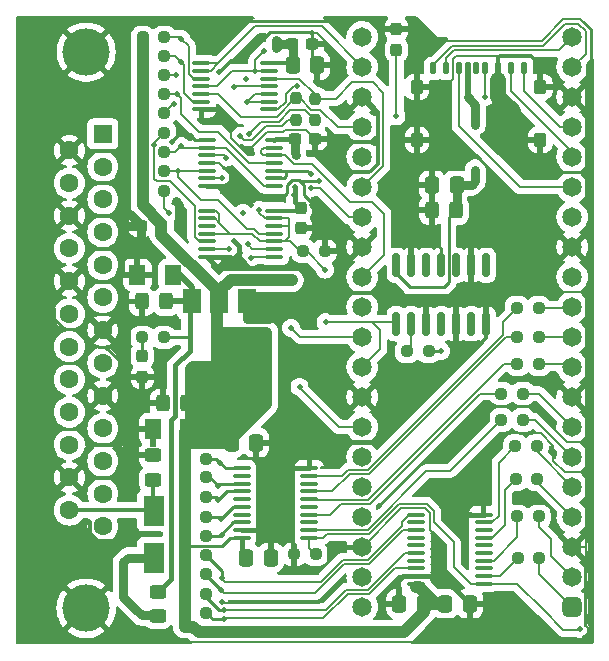
<source format=gbr>
%TF.GenerationSoftware,KiCad,Pcbnew,8.0.4-8.0.4-0~ubuntu22.04.1*%
%TF.CreationDate,2024-07-18T13:03:20-06:00*%
%TF.ProjectId,DB25_External,44423235-5f45-4787-9465-726e616c2e6b,rev?*%
%TF.SameCoordinates,Original*%
%TF.FileFunction,Copper,L1,Top*%
%TF.FilePolarity,Positive*%
%FSLAX46Y46*%
G04 Gerber Fmt 4.6, Leading zero omitted, Abs format (unit mm)*
G04 Created by KiCad (PCBNEW 8.0.4-8.0.4-0~ubuntu22.04.1) date 2024-07-18 13:03:20*
%MOMM*%
%LPD*%
G01*
G04 APERTURE LIST*
G04 Aperture macros list*
%AMRoundRect*
0 Rectangle with rounded corners*
0 $1 Rounding radius*
0 $2 $3 $4 $5 $6 $7 $8 $9 X,Y pos of 4 corners*
0 Add a 4 corners polygon primitive as box body*
4,1,4,$2,$3,$4,$5,$6,$7,$8,$9,$2,$3,0*
0 Add four circle primitives for the rounded corners*
1,1,$1+$1,$2,$3*
1,1,$1+$1,$4,$5*
1,1,$1+$1,$6,$7*
1,1,$1+$1,$8,$9*
0 Add four rect primitives between the rounded corners*
20,1,$1+$1,$2,$3,$4,$5,0*
20,1,$1+$1,$4,$5,$6,$7,0*
20,1,$1+$1,$6,$7,$8,$9,0*
20,1,$1+$1,$8,$9,$2,$3,0*%
G04 Aperture macros list end*
%TA.AperFunction,SMDPad,CuDef*%
%ADD10RoundRect,0.250001X0.462499X0.624999X-0.462499X0.624999X-0.462499X-0.624999X0.462499X-0.624999X0*%
%TD*%
%TA.AperFunction,SMDPad,CuDef*%
%ADD11R,1.500000X2.000000*%
%TD*%
%TA.AperFunction,SMDPad,CuDef*%
%ADD12R,3.800000X2.000000*%
%TD*%
%TA.AperFunction,ComponentPad*%
%ADD13RoundRect,0.412500X0.412500X0.412500X-0.412500X0.412500X-0.412500X-0.412500X0.412500X-0.412500X0*%
%TD*%
%TA.AperFunction,ComponentPad*%
%ADD14C,1.650000*%
%TD*%
%TA.AperFunction,SMDPad,CuDef*%
%ADD15RoundRect,0.250000X0.325000X0.450000X-0.325000X0.450000X-0.325000X-0.450000X0.325000X-0.450000X0*%
%TD*%
%TA.AperFunction,SMDPad,CuDef*%
%ADD16RoundRect,0.250000X0.450000X-0.325000X0.450000X0.325000X-0.450000X0.325000X-0.450000X-0.325000X0*%
%TD*%
%TA.AperFunction,SMDPad,CuDef*%
%ADD17R,1.800000X2.500000*%
%TD*%
%TA.AperFunction,SMDPad,CuDef*%
%ADD18RoundRect,0.237500X0.250000X0.237500X-0.250000X0.237500X-0.250000X-0.237500X0.250000X-0.237500X0*%
%TD*%
%TA.AperFunction,SMDPad,CuDef*%
%ADD19RoundRect,0.237500X-0.250000X-0.237500X0.250000X-0.237500X0.250000X0.237500X-0.250000X0.237500X0*%
%TD*%
%TA.AperFunction,SMDPad,CuDef*%
%ADD20RoundRect,0.237500X-0.237500X0.287500X-0.237500X-0.287500X0.237500X-0.287500X0.237500X0.287500X0*%
%TD*%
%TA.AperFunction,SMDPad,CuDef*%
%ADD21RoundRect,0.250000X0.337500X0.475000X-0.337500X0.475000X-0.337500X-0.475000X0.337500X-0.475000X0*%
%TD*%
%TA.AperFunction,SMDPad,CuDef*%
%ADD22RoundRect,0.237500X0.237500X-0.287500X0.237500X0.287500X-0.237500X0.287500X-0.237500X-0.287500X0*%
%TD*%
%TA.AperFunction,SMDPad,CuDef*%
%ADD23RoundRect,0.100000X0.637500X0.100000X-0.637500X0.100000X-0.637500X-0.100000X0.637500X-0.100000X0*%
%TD*%
%TA.AperFunction,SMDPad,CuDef*%
%ADD24RoundRect,0.250000X-0.337500X-0.475000X0.337500X-0.475000X0.337500X0.475000X-0.337500X0.475000X0*%
%TD*%
%TA.AperFunction,SMDPad,CuDef*%
%ADD25RoundRect,0.125000X-0.125000X-0.415000X0.125000X-0.415000X0.125000X0.415000X-0.125000X0.415000X0*%
%TD*%
%TA.AperFunction,SMDPad,CuDef*%
%ADD26RoundRect,0.262500X-0.262500X-0.337500X0.262500X-0.337500X0.262500X0.337500X-0.262500X0.337500X0*%
%TD*%
%TA.AperFunction,SMDPad,CuDef*%
%ADD27RoundRect,0.150000X0.150000X-0.825000X0.150000X0.825000X-0.150000X0.825000X-0.150000X-0.825000X0*%
%TD*%
%TA.AperFunction,SMDPad,CuDef*%
%ADD28RoundRect,0.237500X0.300000X0.237500X-0.300000X0.237500X-0.300000X-0.237500X0.300000X-0.237500X0*%
%TD*%
%TA.AperFunction,SMDPad,CuDef*%
%ADD29RoundRect,0.100000X-0.637500X-0.100000X0.637500X-0.100000X0.637500X0.100000X-0.637500X0.100000X0*%
%TD*%
%TA.AperFunction,SMDPad,CuDef*%
%ADD30RoundRect,0.250000X-0.450000X0.325000X-0.450000X-0.325000X0.450000X-0.325000X0.450000X0.325000X0*%
%TD*%
%TA.AperFunction,ComponentPad*%
%ADD31C,4.000000*%
%TD*%
%TA.AperFunction,ComponentPad*%
%ADD32R,1.600000X1.600000*%
%TD*%
%TA.AperFunction,ComponentPad*%
%ADD33C,1.600000*%
%TD*%
%TA.AperFunction,SMDPad,CuDef*%
%ADD34RoundRect,0.237500X0.237500X-0.300000X0.237500X0.300000X-0.237500X0.300000X-0.237500X-0.300000X0*%
%TD*%
%TA.AperFunction,SMDPad,CuDef*%
%ADD35RoundRect,0.237500X0.237500X-0.250000X0.237500X0.250000X-0.237500X0.250000X-0.237500X-0.250000X0*%
%TD*%
%TA.AperFunction,SMDPad,CuDef*%
%ADD36RoundRect,0.237500X-0.237500X0.250000X-0.237500X-0.250000X0.237500X-0.250000X0.237500X0.250000X0*%
%TD*%
%TA.AperFunction,ViaPad*%
%ADD37C,0.600000*%
%TD*%
%TA.AperFunction,ViaPad*%
%ADD38C,0.500000*%
%TD*%
%TA.AperFunction,ViaPad*%
%ADD39C,0.800000*%
%TD*%
%TA.AperFunction,Conductor*%
%ADD40C,0.250000*%
%TD*%
%TA.AperFunction,Conductor*%
%ADD41C,0.200000*%
%TD*%
%TA.AperFunction,Conductor*%
%ADD42C,0.750000*%
%TD*%
%TA.AperFunction,Conductor*%
%ADD43C,0.400000*%
%TD*%
%TA.AperFunction,Conductor*%
%ADD44C,0.330000*%
%TD*%
%TA.AperFunction,Conductor*%
%ADD45C,0.142000*%
%TD*%
%TA.AperFunction,Conductor*%
%ADD46C,0.150000*%
%TD*%
%TA.AperFunction,Conductor*%
%ADD47C,1.500000*%
%TD*%
%TA.AperFunction,Conductor*%
%ADD48C,0.450000*%
%TD*%
%TA.AperFunction,Conductor*%
%ADD49C,1.330000*%
%TD*%
%TA.AperFunction,Conductor*%
%ADD50C,1.000000*%
%TD*%
%TA.AperFunction,Conductor*%
%ADD51C,0.500000*%
%TD*%
G04 APERTURE END LIST*
D10*
%TO.P,C3,1*%
%TO.N,+5F*%
X113357500Y-95990000D03*
%TO.P,C3,2*%
%TO.N,GND*%
X110382500Y-95990000D03*
%TD*%
%TO.P,C4,1*%
%TO.N,+2V8*%
X114688400Y-109042200D03*
%TO.P,C4,2*%
%TO.N,GND*%
X111713400Y-109042200D03*
%TD*%
D11*
%TO.P,U3,1,GND*%
%TO.N,GND*%
X119622600Y-98247200D03*
%TO.P,U3,2,VO*%
%TO.N,+2V8*%
X117322600Y-98247200D03*
D12*
X117322600Y-104547200D03*
D11*
%TO.P,U3,3,VI*%
%TO.N,+5F*%
X115022600Y-98247200D03*
%TD*%
D13*
%TO.P,RP1,1,G0*%
%TO.N,Net-(RP1-G0)*%
X147196660Y-124104400D03*
D14*
%TO.P,RP1,2,G1*%
%TO.N,Net-(RP1-G1)*%
X147196660Y-121564400D03*
%TO.P,RP1,3,GND*%
%TO.N,GND*%
X147196660Y-119024400D03*
%TO.P,RP1,4,G2*%
%TO.N,Net-(RP1-G2)*%
X147196660Y-116484400D03*
%TO.P,RP1,5,G3*%
%TO.N,Net-(RP1-G3)*%
X147196660Y-113944400D03*
%TO.P,RP1,6,G4*%
%TO.N,Net-(RP1-G4)*%
X147196660Y-111404400D03*
%TO.P,RP1,7,G5*%
%TO.N,Net-(RP1-G5)*%
X147196660Y-108864400D03*
%TO.P,RP1,8,GND*%
%TO.N,GND*%
X147196660Y-106324400D03*
%TO.P,RP1,9,G6*%
%TO.N,Net-(RP1-G6)*%
X147196660Y-103784400D03*
%TO.P,RP1,10,G7*%
%TO.N,Net-(RP1-G7)*%
X147196660Y-101244400D03*
%TO.P,RP1,11,G8*%
%TO.N,Net-(RP1-G8)*%
X147196660Y-98704400D03*
%TO.P,RP1,12,G9*%
%TO.N,DBPTr*%
X147196660Y-96164400D03*
%TO.P,RP1,13,GND*%
%TO.N,GND*%
X147196660Y-93624400D03*
%TO.P,RP1,14,G10*%
%TO.N,SD_CLK*%
X147196660Y-91084400D03*
%TO.P,RP1,15,G11*%
%TO.N,SD_CMD_MOSI*%
X147196660Y-88544400D03*
%TO.P,RP1,16,G12*%
%TO.N,SD_D0_MISO*%
X147196660Y-86004400D03*
%TO.P,RP1,17,G13*%
%TO.N,SD_D1*%
X147196660Y-83464400D03*
%TO.P,RP1,18,GND*%
%TO.N,GND*%
X147196660Y-80924400D03*
%TO.P,RP1,19,G14*%
%TO.N,SD_D2*%
X147196660Y-78384400D03*
%TO.P,RP1,20,G15*%
%TO.N,SD_D3_CS*%
X147196660Y-75844400D03*
%TO.P,RP1,21,G16*%
%TO.N,SERIAL_OUT*%
X129416660Y-75844400D03*
%TO.P,RP1,22,G17*%
%TO.N,oREQ*%
X129416660Y-78384400D03*
%TO.P,RP1,23,GND*%
%TO.N,GND*%
X129416660Y-80924400D03*
%TO.P,RP1,24,G18*%
%TO.N,oCD_iSEL*%
X129416660Y-83464400D03*
%TO.P,RP1,25,G19*%
%TO.N,oSEL*%
X129416660Y-86004400D03*
%TO.P,RP1,26,G20*%
%TO.N,oMSG_iBSY*%
X129416660Y-88544400D03*
%TO.P,RP1,27,G21*%
%TO.N,iRST*%
X129416660Y-91084400D03*
%TO.P,RP1,28,GND*%
%TO.N,GND*%
X129416660Y-93624400D03*
%TO.P,RP1,29,G22*%
%TO.N,oIO*%
X129416660Y-96164400D03*
%TO.P,RP1,30,RUN*%
%TO.N,unconnected-(RP1-RUN-Pad30)*%
X129416660Y-98704400D03*
%TO.P,RP1,31,G26*%
%TO.N,iACK*%
X129416660Y-101244400D03*
%TO.P,RP1,32,G27*%
%TO.N,oBSY*%
X129416660Y-103784400D03*
%TO.P,RP1,33,A_GND*%
%TO.N,GND*%
X129416660Y-106324400D03*
%TO.P,RP1,34,G28*%
%TO.N,iATN*%
X129416660Y-108864400D03*
%TO.P,RP1,35,ADC_VREF*%
%TO.N,unconnected-(RP1-ADC_VREF-Pad35)*%
X129416660Y-111404400D03*
%TO.P,RP1,36,3v3*%
%TO.N,+3V3*%
X129416660Y-113944400D03*
%TO.P,RP1,37,3v3_EN*%
%TO.N,unconnected-(RP1-3v3_EN-Pad37)*%
X129416660Y-116484400D03*
%TO.P,RP1,38,GND*%
%TO.N,GND*%
X129416660Y-119024400D03*
%TO.P,RP1,39,VSYS*%
%TO.N,unconnected-(RP1-VSYS-Pad39)*%
X129416660Y-121564400D03*
%TO.P,RP1,40,VBUS_5V*%
%TO.N,+5VP*%
X129416660Y-124104400D03*
%TD*%
D15*
%TO.P,C2,1*%
%TO.N,+5F*%
X112801400Y-98247200D03*
%TO.P,C2,2*%
%TO.N,GND*%
X110751400Y-98247200D03*
%TD*%
%TO.P,C5,1*%
%TO.N,+2V8*%
X114588400Y-106857800D03*
%TO.P,C5,2*%
%TO.N,GND*%
X112538400Y-106857800D03*
%TD*%
D16*
%TO.P,C6,1*%
%TO.N,+5V*%
X111709200Y-113327400D03*
%TO.P,C6,2*%
%TO.N,GND*%
X111709200Y-111277400D03*
%TD*%
D15*
%TO.P,C12,1*%
%TO.N,+3V3*%
X137352760Y-90533600D03*
%TO.P,C12,2*%
%TO.N,GND*%
X135302760Y-90533600D03*
%TD*%
D17*
%TO.P,D1,1,K*%
%TO.N,+5VP*%
X111760000Y-119951000D03*
%TO.P,D1,2,A*%
%TO.N,+5V*%
X111760000Y-115951000D03*
%TD*%
D18*
%TO.P,R18,1*%
%TO.N,Net-(RP1-G2)*%
X144222500Y-113320000D03*
%TO.P,R18,2*%
%TO.N,DB2T*%
X142397500Y-113320000D03*
%TD*%
D19*
%TO.P,R39,1*%
%TO.N,+2V8*%
X114405400Y-119748800D03*
%TO.P,R39,2*%
%TO.N,DB3*%
X116230400Y-119748800D03*
%TD*%
%TO.P,R4,1*%
%TO.N,+2V8*%
X110843700Y-82270600D03*
%TO.P,R4,2*%
%TO.N,RST*%
X112668700Y-82270600D03*
%TD*%
%TO.P,R33,1*%
%TO.N,+2V8*%
X114405400Y-114821200D03*
%TO.P,R33,2*%
%TO.N,DB6*%
X116230400Y-114821200D03*
%TD*%
%TO.P,R36,1*%
%TO.N,+2V8*%
X114405400Y-124600200D03*
%TO.P,R36,2*%
%TO.N,DB0*%
X116230400Y-124600200D03*
%TD*%
D18*
%TO.P,R56,1*%
%TO.N,+5F*%
X112623600Y-101295200D03*
%TO.P,R56,2*%
%TO.N,Net-(D3-A)*%
X110798600Y-101295200D03*
%TD*%
D20*
%TO.P,D2,1,K*%
%TO.N,GND*%
X132310000Y-75180000D03*
%TO.P,D2,2,A*%
%TO.N,Net-(D2-A)*%
X132310000Y-76930000D03*
%TD*%
D19*
%TO.P,R5,1*%
%TO.N,+2V8*%
X110843700Y-85598000D03*
%TO.P,R5,2*%
%TO.N,SEL*%
X112668700Y-85598000D03*
%TD*%
%TO.P,R35,1*%
%TO.N,+2V8*%
X114405400Y-111570000D03*
%TO.P,R35,2*%
%TO.N,DBP*%
X116230400Y-111570000D03*
%TD*%
%TO.P,R1,1*%
%TO.N,+2V8*%
X114405400Y-116497600D03*
%TO.P,R1,2*%
%TO.N,DB5*%
X116230400Y-116497600D03*
%TD*%
D21*
%TO.P,C8,1*%
%TO.N,+2V8*%
X134640000Y-123840000D03*
%TO.P,C8,2*%
%TO.N,GND*%
X132565000Y-123840000D03*
%TD*%
D19*
%TO.P,R38,1*%
%TO.N,+2V8*%
X114405400Y-121323600D03*
%TO.P,R38,2*%
%TO.N,DB2*%
X116230400Y-121323600D03*
%TD*%
%TO.P,R9,1*%
%TO.N,+2V8*%
X110820200Y-79044800D03*
%TO.P,R9,2*%
%TO.N,MSG*%
X112645200Y-79044800D03*
%TD*%
D22*
%TO.P,D3,1,K*%
%TO.N,GND*%
X110794800Y-104634000D03*
%TO.P,D3,2,A*%
%TO.N,Net-(D3-A)*%
X110794800Y-102884000D03*
%TD*%
D19*
%TO.P,R40,1*%
%TO.N,+2V8*%
X114405400Y-118072400D03*
%TO.P,R40,2*%
%TO.N,DB4*%
X116230400Y-118072400D03*
%TD*%
D23*
%TO.P,U4,1,DIR*%
%TO.N,DBPTr*%
X139692500Y-122135000D03*
%TO.P,U4,2,A1*%
%TO.N,DB0T*%
X139692500Y-121485000D03*
%TO.P,U4,3,A2*%
%TO.N,unconnected-(U4-A2-Pad3)*%
X139692500Y-120835000D03*
%TO.P,U4,4,A3*%
%TO.N,DB1T*%
X139692500Y-120185000D03*
%TO.P,U4,5,A4*%
%TO.N,unconnected-(U4-A4-Pad5)*%
X139692500Y-119535000D03*
%TO.P,U4,6,A5*%
%TO.N,unconnected-(U4-A5-Pad6)*%
X139692500Y-118885000D03*
%TO.P,U4,7,A6*%
%TO.N,DB2T*%
X139692500Y-118235000D03*
%TO.P,U4,8,A7*%
%TO.N,unconnected-(U4-A7-Pad8)*%
X139692500Y-117585000D03*
%TO.P,U4,9,A8*%
%TO.N,DB3T*%
X139692500Y-116935000D03*
%TO.P,U4,10,GND*%
%TO.N,GND*%
X139692500Y-116285000D03*
%TO.P,U4,11,B8*%
%TO.N,DB3*%
X133967500Y-116285000D03*
%TO.P,U4,12,B7*%
%TO.N,unconnected-(U4-B7-Pad12)*%
X133967500Y-116935000D03*
%TO.P,U4,13,B6*%
%TO.N,DB2*%
X133967500Y-117585000D03*
%TO.P,U4,14,B5*%
%TO.N,unconnected-(U4-B5-Pad14)*%
X133967500Y-118235000D03*
%TO.P,U4,15,B4*%
%TO.N,unconnected-(U4-B4-Pad15)*%
X133967500Y-118885000D03*
%TO.P,U4,16,B3*%
%TO.N,DB1*%
X133967500Y-119535000D03*
%TO.P,U4,17,B2*%
%TO.N,unconnected-(U4-B2-Pad17)*%
X133967500Y-120185000D03*
%TO.P,U4,18,B1*%
%TO.N,DB0*%
X133967500Y-120835000D03*
%TO.P,U4,19,/OE*%
%TO.N,GND*%
X133967500Y-121485000D03*
%TO.P,U4,20,Vcc*%
%TO.N,+2V8*%
X133967500Y-122135000D03*
%TD*%
D18*
%TO.P,R13,1*%
%TO.N,Net-(RP1-G7)*%
X144340000Y-101230000D03*
%TO.P,R13,2*%
%TO.N,DB7T*%
X142515000Y-101230000D03*
%TD*%
%TO.P,R19,1*%
%TO.N,Net-(RP1-G1)*%
X144370000Y-116450000D03*
%TO.P,R19,2*%
%TO.N,DB1T*%
X142545000Y-116450000D03*
%TD*%
D24*
%TO.P,C15,1*%
%TO.N,+2V8*%
X118372500Y-110210000D03*
%TO.P,C15,2*%
%TO.N,GND*%
X120447500Y-110210000D03*
%TD*%
D18*
%TO.P,R14,1*%
%TO.N,Net-(RP1-G6)*%
X144380000Y-103550000D03*
%TO.P,R14,2*%
%TO.N,DB6T*%
X142555000Y-103550000D03*
%TD*%
D19*
%TO.P,R11,1*%
%TO.N,Net-(R11-Pad1)*%
X133217500Y-102450000D03*
%TO.P,R11,2*%
%TO.N,Net-(D2-A)*%
X135042500Y-102450000D03*
%TD*%
%TO.P,R3,1*%
%TO.N,+2V8*%
X110845600Y-83947000D03*
%TO.P,R3,2*%
%TO.N,ACK*%
X112670600Y-83947000D03*
%TD*%
%TO.P,R7,1*%
%TO.N,+2V8*%
X110816400Y-75895200D03*
%TO.P,R7,2*%
%TO.N,REQ*%
X112641400Y-75895200D03*
%TD*%
D24*
%TO.P,C16,1*%
%TO.N,+2V8*%
X123512500Y-78250000D03*
%TO.P,C16,2*%
%TO.N,GND*%
X125587500Y-78250000D03*
%TD*%
D19*
%TO.P,R8,1*%
%TO.N,+2V8*%
X110820200Y-77470000D03*
%TO.P,R8,2*%
%TO.N,CD*%
X112645200Y-77470000D03*
%TD*%
%TO.P,R2,1*%
%TO.N,+2V8*%
X110818300Y-88925400D03*
%TO.P,R2,2*%
%TO.N,ATN*%
X112643300Y-88925400D03*
%TD*%
D25*
%TO.P,SD2,1,DAT2*%
%TO.N,SD_D2*%
X135425000Y-78460000D03*
%TO.P,SD2,2,CD/CS/DAT3*%
%TO.N,SD_D3_CS*%
X136525000Y-78460000D03*
%TO.P,SD2,3,CMD/MOSI*%
%TO.N,SD_CMD_MOSI*%
X137625000Y-78460000D03*
%TO.P,SD2,4,VDD*%
%TO.N,+3V3*%
X138375000Y-78460000D03*
%TO.P,SD2,5,SD_DET*%
%TO.N,unconnected-(SD2-SD_DET-Pad5)*%
X139075000Y-78460000D03*
%TO.P,SD2,6,CLK*%
%TO.N,SD_CLK*%
X139825000Y-78460000D03*
%TO.P,SD2,7,VSS*%
%TO.N,GND*%
X140925000Y-78460000D03*
%TO.P,SD2,8,DAT0/MISO*%
%TO.N,SD_D0_MISO*%
X142025000Y-78460000D03*
%TO.P,SD2,9,DAT1*%
%TO.N,SD_D1*%
X143125000Y-78460000D03*
D26*
%TO.P,SD2,10,CASE_GND*%
%TO.N,GND*%
X134050000Y-80100000D03*
X134050000Y-84550000D03*
X144500000Y-80100000D03*
X144500000Y-84550000D03*
%TD*%
D18*
%TO.P,R16,1*%
%TO.N,Net-(RP1-G4)*%
X143027400Y-108280200D03*
%TO.P,R16,2*%
%TO.N,DB4T*%
X141202400Y-108280200D03*
%TD*%
D27*
%TO.P,U1,1*%
%TO.N,oBSY*%
X132300000Y-100140000D03*
%TO.P,U1,2*%
%TO.N,Net-(R11-Pad1)*%
X133570000Y-100140000D03*
%TO.P,U1,3*%
%TO.N,GND*%
X134840000Y-100140000D03*
%TO.P,U1,4*%
%TO.N,unconnected-(U1-Pad4)*%
X136110000Y-100140000D03*
%TO.P,U1,5*%
%TO.N,GND*%
X137380000Y-100140000D03*
%TO.P,U1,6*%
%TO.N,unconnected-(U1-Pad6)*%
X138650000Y-100140000D03*
%TO.P,U1,7,GND*%
%TO.N,GND*%
X139920000Y-100140000D03*
%TO.P,U1,8*%
%TO.N,unconnected-(U1-Pad8)*%
X139920000Y-95190000D03*
%TO.P,U1,9*%
%TO.N,GND*%
X138650000Y-95190000D03*
%TO.P,U1,10*%
%TO.N,unconnected-(U1-Pad10)*%
X137380000Y-95190000D03*
%TO.P,U1,11*%
%TO.N,GND*%
X136110000Y-95190000D03*
%TO.P,U1,12*%
%TO.N,unconnected-(U1-Pad12)*%
X134840000Y-95190000D03*
%TO.P,U1,13*%
%TO.N,GND*%
X133570000Y-95190000D03*
%TO.P,U1,14,VCC*%
%TO.N,+3V3*%
X132300000Y-95190000D03*
%TD*%
D18*
%TO.P,R17,1*%
%TO.N,Net-(RP1-G3)*%
X144195800Y-110490000D03*
%TO.P,R17,2*%
%TO.N,DB3T*%
X142370800Y-110490000D03*
%TD*%
D24*
%TO.P,C10,1*%
%TO.N,+2V8*%
X136460000Y-123850000D03*
%TO.P,C10,2*%
%TO.N,GND*%
X138535000Y-123850000D03*
%TD*%
D28*
%TO.P,C13,1*%
%TO.N,GND*%
X125415000Y-84466850D03*
%TO.P,C13,2*%
%TO.N,+2V8*%
X123690000Y-84466850D03*
%TD*%
D19*
%TO.P,R10,1*%
%TO.N,+2V8*%
X110843700Y-87198200D03*
%TO.P,R10,2*%
%TO.N,BSY*%
X112668700Y-87198200D03*
%TD*%
%TO.P,R34,1*%
%TO.N,+2V8*%
X114405400Y-113144800D03*
%TO.P,R34,2*%
%TO.N,DB7*%
X116230400Y-113144800D03*
%TD*%
D29*
%TO.P,U7,1,1/OE*%
%TO.N,oREQ*%
X115795050Y-78080000D03*
%TO.P,U7,2,1A*%
X115795050Y-78730000D03*
%TO.P,U7,3,1Y*%
%TO.N,REQ*%
X115795050Y-79380000D03*
%TO.P,U7,4,2/OE*%
%TO.N,oBSY*%
X115795050Y-80030000D03*
%TO.P,U7,5,2A*%
%TO.N,oCD_iSEL*%
X115795050Y-80680000D03*
%TO.P,U7,6,2Y*%
%TO.N,CD*%
X115795050Y-81330000D03*
%TO.P,U7,7,GND*%
%TO.N,GND*%
X115795050Y-81980000D03*
%TO.P,U7,8,3Y*%
%TO.N,iRST*%
X121520050Y-81980000D03*
%TO.P,U7,9,3A*%
%TO.N,RST*%
X121520050Y-81330000D03*
%TO.P,U7,10,3/OE*%
X121520050Y-80680000D03*
%TO.P,U7,11,4Y*%
%TO.N,MSG*%
X121520050Y-80030000D03*
%TO.P,U7,12,4A*%
%TO.N,oMSG_iBSY*%
X121520050Y-79380000D03*
%TO.P,U7,13,4/OE*%
%TO.N,oBSY*%
X121520050Y-78730000D03*
%TO.P,U7,14,Vcc*%
%TO.N,+2V8*%
X121520050Y-78080000D03*
%TD*%
D19*
%TO.P,R37,1*%
%TO.N,+2V8*%
X114405400Y-122974600D03*
%TO.P,R37,2*%
%TO.N,DB1*%
X116230400Y-122974600D03*
%TD*%
D30*
%TO.P,F2,1*%
%TO.N,+5F*%
X112115600Y-122825400D03*
%TO.P,F2,2*%
%TO.N,+5VP*%
X112115600Y-124875400D03*
%TD*%
D21*
%TO.P,C1,1*%
%TO.N,+3V3*%
X137417500Y-88400000D03*
%TO.P,C1,2*%
%TO.N,GND*%
X135342500Y-88400000D03*
%TD*%
D18*
%TO.P,R15,1*%
%TO.N,Net-(RP1-G5)*%
X143027400Y-106045000D03*
%TO.P,R15,2*%
%TO.N,DB5T*%
X141202400Y-106045000D03*
%TD*%
D28*
%TO.P,C7,1*%
%TO.N,+2V8*%
X112393900Y-91821000D03*
%TO.P,C7,2*%
%TO.N,GND*%
X110668900Y-91821000D03*
%TD*%
D19*
%TO.P,R23,1*%
%TO.N,oBSY*%
X124425000Y-93990000D03*
%TO.P,R23,2*%
%TO.N,GND*%
X126250000Y-93990000D03*
%TD*%
D31*
%TO.P,J2,0,PAD*%
%TO.N,GND*%
X106037131Y-77130600D03*
X106037131Y-124230600D03*
D32*
%TO.P,J2,1,1*%
%TO.N,REQ*%
X107457131Y-84060600D03*
D33*
%TO.P,J2,2,2*%
%TO.N,MSG*%
X107457131Y-86830600D03*
%TO.P,J2,3,3*%
%TO.N,IO*%
X107457131Y-89600600D03*
%TO.P,J2,4,4*%
%TO.N,RST*%
X107457131Y-92370600D03*
%TO.P,J2,5,5*%
%TO.N,ACK*%
X107457131Y-95140600D03*
%TO.P,J2,6,6*%
%TO.N,BSY*%
X107457131Y-97910600D03*
%TO.P,J2,7,7*%
%TO.N,GND*%
X107457131Y-100680600D03*
%TO.P,J2,8,8*%
%TO.N,DB0*%
X107457131Y-103450600D03*
%TO.P,J2,9,9*%
%TO.N,GND*%
X107457131Y-106220600D03*
%TO.P,J2,10,10*%
%TO.N,DB3*%
X107457131Y-108990600D03*
%TO.P,J2,11,11*%
%TO.N,DB5*%
X107457131Y-111760600D03*
%TO.P,J2,12,12*%
%TO.N,DB6*%
X107457131Y-114530600D03*
%TO.P,J2,13,13*%
%TO.N,DB7*%
X107457131Y-117300600D03*
%TO.P,J2,14,P14*%
%TO.N,GND*%
X104617131Y-85445600D03*
%TO.P,J2,15,P15*%
%TO.N,CD*%
X104617131Y-88215600D03*
%TO.P,J2,16,P16*%
%TO.N,GND*%
X104617131Y-90985600D03*
%TO.P,J2,17,P17*%
%TO.N,ATN*%
X104617131Y-93755600D03*
%TO.P,J2,18,P18*%
%TO.N,GND*%
X104617131Y-96525600D03*
%TO.P,J2,19,P19*%
%TO.N,SEL*%
X104617131Y-99295600D03*
%TO.P,J2,20,P20*%
%TO.N,DBP*%
X104617131Y-102065600D03*
%TO.P,J2,21,P21*%
%TO.N,DB1*%
X104617131Y-104835600D03*
%TO.P,J2,22,P22*%
%TO.N,DB2*%
X104617131Y-107605600D03*
%TO.P,J2,23,P23*%
%TO.N,DB4*%
X104617131Y-110375600D03*
%TO.P,J2,24,P24*%
%TO.N,GND*%
X104617131Y-113145600D03*
%TO.P,J2,25,P25*%
%TO.N,+5V*%
X104617131Y-115915600D03*
%TD*%
D18*
%TO.P,R25,1*%
%TO.N,DBPTr*%
X125475000Y-119640000D03*
%TO.P,R25,2*%
%TO.N,GND*%
X123650000Y-119640000D03*
%TD*%
D29*
%TO.P,U5,1,1/OE*%
%TO.N,oBSY*%
X116259700Y-90560000D03*
%TO.P,U5,2,1A*%
X116259700Y-91210000D03*
%TO.P,U5,3,1Y*%
%TO.N,unconnected-(U5-1Y-Pad3)*%
X116259700Y-91860000D03*
%TO.P,U5,4,2/OE*%
%TO.N,oBSY*%
X116259700Y-92510000D03*
%TO.P,U5,5,2A*%
%TO.N,ACK*%
X116259700Y-93160000D03*
%TO.P,U5,6,2Y*%
%TO.N,iACK*%
X116259700Y-93810000D03*
%TO.P,U5,7,GND*%
%TO.N,GND*%
X116259700Y-94460000D03*
%TO.P,U5,8,3Y*%
%TO.N,iATN*%
X121984700Y-94460000D03*
%TO.P,U5,9,3A*%
%TO.N,ATN*%
X121984700Y-93810000D03*
%TO.P,U5,10,3/OE*%
%TO.N,oBSY*%
X121984700Y-93160000D03*
%TO.P,U5,11,4Y*%
%TO.N,BSY*%
X121984700Y-92510000D03*
%TO.P,U5,12,4A*%
%TO.N,oBSY*%
X121984700Y-91860000D03*
%TO.P,U5,13,4/OE*%
X121984700Y-91210000D03*
%TO.P,U5,14,Vcc*%
%TO.N,+2V8*%
X121984700Y-90560000D03*
%TD*%
D23*
%TO.P,U9,1,DIR*%
%TO.N,DBPTr*%
X124932500Y-118235000D03*
%TO.P,U9,2,A1*%
%TO.N,DB4T*%
X124932500Y-117585000D03*
%TO.P,U9,3,A2*%
%TO.N,unconnected-(U9-A2-Pad3)*%
X124932500Y-116935000D03*
%TO.P,U9,4,A3*%
%TO.N,DB5T*%
X124932500Y-116285000D03*
%TO.P,U9,5,A4*%
%TO.N,unconnected-(U9-A4-Pad5)*%
X124932500Y-115635000D03*
%TO.P,U9,6,A5*%
%TO.N,DB6T*%
X124932500Y-114985000D03*
%TO.P,U9,7,A6*%
%TO.N,DB7T*%
X124932500Y-114335000D03*
%TO.P,U9,8,A7*%
%TO.N,unconnected-(U9-A7-Pad8)*%
X124932500Y-113685000D03*
%TO.P,U9,9,A8*%
%TO.N,DBPT*%
X124932500Y-113035000D03*
%TO.P,U9,10,GND*%
%TO.N,GND*%
X124932500Y-112385000D03*
%TO.P,U9,11,B8*%
%TO.N,DBP*%
X119207500Y-112385000D03*
%TO.P,U9,12,B7*%
%TO.N,unconnected-(U9-B7-Pad12)*%
X119207500Y-113035000D03*
%TO.P,U9,13,B6*%
%TO.N,DB7*%
X119207500Y-113685000D03*
%TO.P,U9,14,B5*%
%TO.N,DB6*%
X119207500Y-114335000D03*
%TO.P,U9,15,B4*%
%TO.N,unconnected-(U9-B4-Pad15)*%
X119207500Y-114985000D03*
%TO.P,U9,16,B3*%
%TO.N,DB5*%
X119207500Y-115635000D03*
%TO.P,U9,17,B2*%
%TO.N,unconnected-(U9-B2-Pad17)*%
X119207500Y-116285000D03*
%TO.P,U9,18,B1*%
%TO.N,DB4*%
X119207500Y-116935000D03*
%TO.P,U9,19,/OE*%
%TO.N,GND*%
X119207500Y-117585000D03*
%TO.P,U9,20,Vcc*%
%TO.N,+2V8*%
X119207500Y-118235000D03*
%TD*%
D29*
%TO.P,U6,1,1/OE*%
%TO.N,GND*%
X116262878Y-84580000D03*
%TO.P,U6,2,1A*%
%TO.N,SEL*%
X116262878Y-85230000D03*
%TO.P,U6,3,1Y*%
%TO.N,SEL_BUFF*%
X116262878Y-85880000D03*
%TO.P,U6,4,2/OE*%
%TO.N,GND*%
X116262878Y-86530000D03*
%TO.P,U6,5,2A*%
%TO.N,BSY*%
X116262878Y-87180000D03*
%TO.P,U6,6,2Y*%
%TO.N,BSY_BUFF*%
X116262878Y-87830000D03*
%TO.P,U6,7,GND*%
%TO.N,GND*%
X116262878Y-88480000D03*
%TO.P,U6,8,3Y*%
%TO.N,SEL*%
X121987878Y-88480000D03*
%TO.P,U6,9,3A*%
%TO.N,oSEL*%
X121987878Y-87830000D03*
%TO.P,U6,10,3/OE*%
X121987878Y-87180000D03*
%TO.P,U6,11,4Y*%
%TO.N,IO*%
X121987878Y-86530000D03*
%TO.P,U6,12,4A*%
%TO.N,oIO*%
X121987878Y-85880000D03*
%TO.P,U6,13,4/OE*%
X121987878Y-85230000D03*
%TO.P,U6,14,Vcc*%
%TO.N,+2V8*%
X121987878Y-84580000D03*
%TD*%
D19*
%TO.P,R6,1*%
%TO.N,+2V8*%
X110843700Y-80670400D03*
%TO.P,R6,2*%
%TO.N,IO*%
X112668700Y-80670400D03*
%TD*%
D24*
%TO.P,C11,1*%
%TO.N,+2V8*%
X119609500Y-119944800D03*
%TO.P,C11,2*%
%TO.N,GND*%
X121684500Y-119944800D03*
%TD*%
D34*
%TO.P,C14,1*%
%TO.N,GND*%
X124190000Y-92035000D03*
%TO.P,C14,2*%
%TO.N,+2V8*%
X124190000Y-90310000D03*
%TD*%
D35*
%TO.P,R29,1*%
%TO.N,BSY_BUFF*%
X125410084Y-82890084D03*
%TO.P,R29,2*%
%TO.N,oMSG_iBSY*%
X125410084Y-81065084D03*
%TD*%
D28*
%TO.P,C9,1*%
%TO.N,GND*%
X125172500Y-76480000D03*
%TO.P,C9,2*%
%TO.N,+2V8*%
X123447500Y-76480000D03*
%TD*%
D18*
%TO.P,R12,1*%
%TO.N,Net-(RP1-G8)*%
X144340000Y-98780600D03*
%TO.P,R12,2*%
%TO.N,DBPT*%
X142515000Y-98780600D03*
%TD*%
%TO.P,R42,1*%
%TO.N,Net-(RP1-G0)*%
X144422500Y-119990000D03*
%TO.P,R42,2*%
%TO.N,DB0T*%
X142597500Y-119990000D03*
%TD*%
D36*
%TO.P,R28,1*%
%TO.N,oCD_iSEL*%
X123806084Y-81063184D03*
%TO.P,R28,2*%
%TO.N,SEL_BUFF*%
X123806084Y-82888184D03*
%TD*%
D37*
%TO.N,GND*%
X142470000Y-92930000D03*
D38*
X119570000Y-79440000D03*
D37*
X140930000Y-84290000D03*
X110820200Y-106629200D03*
D38*
X127570000Y-122010000D03*
D37*
X122010000Y-110150000D03*
X136430000Y-80030000D03*
X113650000Y-89760000D03*
D38*
X114071400Y-75006200D03*
X125750000Y-88080000D03*
X131220000Y-123790000D03*
D37*
X121680000Y-99590000D03*
X144510000Y-78340000D03*
X112598200Y-104444800D03*
X145698060Y-126593600D03*
X135570000Y-121490000D03*
D38*
X117517069Y-123706907D03*
X122660000Y-101360000D03*
X119640000Y-99740000D03*
D37*
X123150000Y-118220000D03*
X110083600Y-109016800D03*
D38*
X137820000Y-102480000D03*
X125050000Y-96350000D03*
D37*
X130915260Y-97510600D03*
X133830000Y-90520000D03*
X118452511Y-94678289D03*
D38*
X116120000Y-83010000D03*
D37*
X140190000Y-83250000D03*
X137970000Y-115900000D03*
D38*
X117280000Y-78840000D03*
X120410000Y-76620000D03*
X127140000Y-96190000D03*
D37*
X122940000Y-113150000D03*
X120890000Y-95376789D03*
D38*
X120000000Y-90100000D03*
X130860000Y-115570000D03*
X111820000Y-95920000D03*
D37*
X121690000Y-118360000D03*
X130730000Y-110120000D03*
D38*
X120110000Y-85720000D03*
D37*
X142160000Y-82150000D03*
D39*
X125349000Y-90068400D03*
D38*
X120860000Y-98720000D03*
X108280200Y-81534000D03*
X131060000Y-75150000D03*
D37*
X124940000Y-111090000D03*
D38*
X117440000Y-82620000D03*
D39*
X125810000Y-92080000D03*
D38*
X117911978Y-88480000D03*
D37*
X140920000Y-79860000D03*
X123590000Y-111490000D03*
X141350000Y-81300000D03*
D38*
X123490000Y-97780000D03*
X125120000Y-104840000D03*
X148593660Y-126517400D03*
D37*
X137990000Y-116970000D03*
D38*
X113334411Y-84756389D03*
D37*
X140020000Y-123840000D03*
D38*
X118440000Y-89290000D03*
X117320000Y-95440000D03*
D37*
X133830000Y-88380000D03*
X113930000Y-91750000D03*
X139700000Y-115060000D03*
X141690000Y-85350000D03*
D38*
X140570000Y-80970000D03*
X125160000Y-75540000D03*
X118540000Y-93110000D03*
X114930000Y-84230000D03*
X137420000Y-97590000D03*
X126780000Y-77350000D03*
X110642400Y-99847400D03*
X125710000Y-79650000D03*
X126520000Y-84470000D03*
X125430000Y-99500000D03*
D37*
X133550000Y-93130000D03*
D38*
%TO.N,+2V8*%
X123678588Y-89242100D03*
X123682000Y-88556300D03*
D37*
X123452000Y-96440000D03*
X121928000Y-96440000D03*
D38*
X122140000Y-76790000D03*
X123612700Y-85330450D03*
X122140000Y-76130000D03*
D37*
X122690000Y-96440000D03*
D38*
X123730000Y-85920000D03*
%TO.N,iATN*%
X124108625Y-105470830D03*
X119963811Y-94563989D03*
%TO.N,oSEL*%
X125040000Y-87480000D03*
%TO.N,oBSY*%
X126270000Y-95550000D03*
X120710000Y-90500000D03*
X126310000Y-100010000D03*
X120359350Y-78730000D03*
X121140000Y-77050000D03*
%TO.N,SD_CLK*%
X139810000Y-80930000D03*
%TO.N,ATN*%
X119710000Y-93400000D03*
X119328811Y-90758800D03*
X113077000Y-90754200D03*
%TO.N,BSY*%
X113830000Y-87160000D03*
%TO.N,DBP*%
X117373400Y-111910000D03*
%TO.N,ACK*%
X111810411Y-84959589D03*
%TO.N,RST*%
X113487200Y-81559400D03*
X119700000Y-81330000D03*
%TO.N,MSG*%
X113660000Y-79044800D03*
X118540000Y-80070000D03*
%TO.N,SEL*%
X114058311Y-85073889D03*
%TO.N,CD*%
X114113800Y-77982600D03*
%TO.N,REQ*%
X114108000Y-76032600D03*
%TO.N,IO*%
X113712000Y-80670400D03*
%TO.N,DB7*%
X117230000Y-113830000D03*
%TO.N,DB6*%
X117240000Y-115040000D03*
%TO.N,DB5*%
X117432500Y-116672500D03*
%TO.N,DB4*%
X117530000Y-118060000D03*
%TO.N,DB3*%
X117520000Y-121690000D03*
%TO.N,DB2*%
X117450000Y-122640000D03*
%TO.N,DB1*%
X117670000Y-124390000D03*
%TO.N,DB0*%
X117710000Y-125110000D03*
D37*
%TO.N,+3V3*%
X138992460Y-87096600D03*
X138990000Y-83320000D03*
X138990000Y-81850000D03*
X138992460Y-87858600D03*
X138990000Y-82650000D03*
D38*
%TO.N,SEL_BUFF*%
X119081840Y-84251840D03*
X117868078Y-86060100D03*
%TO.N,BSY_BUFF*%
X117525178Y-87825400D03*
X119836017Y-84040800D03*
%TO.N,+5VP*%
X109702600Y-123774200D03*
X110185200Y-124256800D03*
X109258100Y-123329700D03*
%TO.N,DBPTr*%
X147831660Y-125984000D03*
%TO.N,Net-(D2-A)*%
X136110000Y-102460000D03*
X132310000Y-82580000D03*
%TO.N,iRST*%
X125070000Y-88670000D03*
X123912191Y-80002086D03*
%TO.N,iACK*%
X118120000Y-93810000D03*
X123400000Y-100490000D03*
%TD*%
D40*
%TO.N,GND*%
X123050378Y-89031200D02*
X122684789Y-89396789D01*
D41*
X129416660Y-119024400D02*
X129445600Y-119024400D01*
X148542860Y-107670600D02*
X148542860Y-109804200D01*
D40*
X125750000Y-88080000D02*
X124160000Y-88080000D01*
D42*
X120337200Y-98247200D02*
X121185000Y-99095000D01*
D43*
X106037131Y-77130600D02*
X108085331Y-75082400D01*
D40*
X147196660Y-93624400D02*
X147196660Y-93513561D01*
D44*
X127939800Y-86461600D02*
X127939800Y-86156800D01*
D45*
X125730400Y-123799600D02*
X127520000Y-122010000D01*
D41*
X119990000Y-88480000D02*
X120906789Y-89396789D01*
D44*
X109143800Y-94615000D02*
X109143800Y-95758000D01*
D45*
X117609762Y-123799600D02*
X125730400Y-123799600D01*
D40*
X106700000Y-99290000D02*
X107940000Y-99290000D01*
D41*
X146786600Y-110159800D02*
X148187260Y-110159800D01*
X148517460Y-115874800D02*
X148517460Y-117703600D01*
D46*
X148310600Y-120853200D02*
X148412200Y-120751600D01*
D44*
X103174800Y-86887931D02*
X103174800Y-98628200D01*
X106629200Y-93776800D02*
X106578400Y-93827600D01*
D40*
X148726911Y-91983311D02*
X148745690Y-91964532D01*
X106260000Y-117810000D02*
X106260000Y-116760000D01*
X120410000Y-76620000D02*
X121600000Y-75430000D01*
X148746660Y-77783340D02*
X148746660Y-75202369D01*
D43*
X116259700Y-94460000D02*
X118234222Y-94460000D01*
D44*
X108762800Y-110337600D02*
X108712000Y-110388400D01*
D42*
X110668900Y-91821000D02*
X110668900Y-93166100D01*
D40*
X148346660Y-87776660D02*
X148346660Y-89410000D01*
D45*
X141048460Y-77440200D02*
X141048900Y-77440640D01*
D43*
X127535600Y-119024400D02*
X127520000Y-119040000D01*
D40*
X148346660Y-89410000D02*
X148346660Y-89603340D01*
X106553000Y-110388400D02*
X106553000Y-110383000D01*
D44*
X108877100Y-112890300D02*
X108610400Y-113157000D01*
D41*
X122715686Y-83880000D02*
X122330000Y-83880000D01*
D40*
X120730000Y-74525000D02*
X126985000Y-74525000D01*
X124495000Y-89214400D02*
X124495000Y-88415000D01*
X113334411Y-84756389D02*
X113334411Y-84695589D01*
X125172500Y-77835000D02*
X125587500Y-78250000D01*
D41*
X147196660Y-119024400D02*
X148336000Y-119024400D01*
D44*
X141048900Y-77440640D02*
X140925000Y-77564540D01*
D41*
X125620000Y-75550000D02*
X126400000Y-76330000D01*
D43*
X118234222Y-94460000D02*
X118452511Y-94678289D01*
X109270800Y-75082400D02*
X109855000Y-75082400D01*
D41*
X118210978Y-87469800D02*
X118210978Y-88079400D01*
X148350000Y-97434400D02*
X146151600Y-97434400D01*
D43*
X116262878Y-88480000D02*
X117200000Y-88480000D01*
D41*
X146558000Y-112699800D02*
X148463000Y-112699800D01*
D44*
X103149400Y-98653600D02*
X103276400Y-98526600D01*
X128066800Y-86588600D02*
X127939800Y-86461600D01*
D43*
X130730000Y-110120000D02*
X128270000Y-110120000D01*
D40*
X109070000Y-118410000D02*
X109054400Y-118425600D01*
D43*
X119757106Y-85720000D02*
X119146396Y-85109290D01*
D45*
X127570000Y-122010000D02*
X127570000Y-121960000D01*
X137086940Y-79446800D02*
X137086940Y-77694200D01*
D40*
X107080000Y-118550000D02*
X107000000Y-118550000D01*
X109054400Y-118425600D02*
X106991140Y-118425600D01*
D41*
X148336000Y-119024400D02*
X148336000Y-120827800D01*
D44*
X130730140Y-84201000D02*
X130730140Y-84233720D01*
X108331000Y-96570800D02*
X106730800Y-96570800D01*
D41*
X148517460Y-97488860D02*
X148517460Y-105003600D01*
X129445600Y-119024400D02*
X132720000Y-115750000D01*
D40*
X108930000Y-118550000D02*
X107080000Y-118550000D01*
D41*
X148336000Y-120163740D02*
X148336000Y-120270000D01*
D46*
X113542800Y-126542800D02*
X114060000Y-127060000D01*
D41*
X125160000Y-75540000D02*
X125610000Y-75540000D01*
D40*
X113334411Y-84695589D02*
X113840000Y-84190000D01*
D41*
X135120000Y-116131544D02*
X135120000Y-117560000D01*
D42*
X113930000Y-90040000D02*
X113650000Y-89760000D01*
D40*
X125172500Y-76480000D02*
X125172500Y-75552500D01*
D41*
X148336000Y-120827800D02*
X148336000Y-125697280D01*
D42*
X121010000Y-99270000D02*
X121185000Y-99095000D01*
D44*
X103149400Y-111677869D02*
X103149400Y-109372400D01*
D40*
X117280000Y-78840000D02*
X118330000Y-77790000D01*
D47*
X121386600Y-98247200D02*
X121564400Y-98425000D01*
D40*
X148412200Y-79603600D02*
X148412200Y-78117800D01*
X106460000Y-99550000D02*
X106460000Y-99530000D01*
X105810000Y-109310000D02*
X105510000Y-109010000D01*
X148346660Y-89603340D02*
X148280000Y-89670000D01*
D41*
X117911978Y-88480000D02*
X119990000Y-88480000D01*
X134738456Y-115750000D02*
X135120000Y-116131544D01*
D46*
X114060000Y-127060000D02*
X133710000Y-127060000D01*
D41*
X115795050Y-81980000D02*
X115875686Y-81980000D01*
D40*
X148540000Y-87970000D02*
X148335000Y-87765000D01*
X147196660Y-93624400D02*
X148644460Y-95072200D01*
D41*
X147196660Y-80924400D02*
X148361400Y-82089140D01*
D46*
X148310600Y-125721168D02*
X148310600Y-120853200D01*
D40*
X104210000Y-100590000D02*
X105420000Y-100590000D01*
D41*
X136463880Y-76176120D02*
X135202216Y-77437784D01*
D40*
X119151011Y-95376789D02*
X118528711Y-94754489D01*
D42*
X119622600Y-98247200D02*
X119622600Y-99270000D01*
D41*
X147196660Y-106324400D02*
X148542860Y-107670600D01*
D45*
X127570000Y-121960000D02*
X127560000Y-121970000D01*
D42*
X110668900Y-91821000D02*
X109169200Y-91821000D01*
D40*
X124160000Y-88080000D02*
X124061300Y-87981300D01*
D43*
X123595000Y-112385000D02*
X123580000Y-112370000D01*
X115795050Y-81980000D02*
X117080000Y-81980000D01*
D44*
X108559600Y-85547200D02*
X106273600Y-85547200D01*
X103174800Y-98628200D02*
X103149400Y-98653600D01*
D43*
X135565000Y-121485000D02*
X135570000Y-121490000D01*
D44*
X145796000Y-92786200D02*
X145719800Y-92710000D01*
D40*
X148540000Y-87970000D02*
X148540000Y-89216660D01*
D43*
X120890000Y-95376789D02*
X117383211Y-95376789D01*
D44*
X103149400Y-109372400D02*
X103149400Y-103460000D01*
D40*
X115290000Y-84580000D02*
X114940000Y-84230000D01*
D44*
X109143800Y-91033600D02*
X106476800Y-91033600D01*
X108610400Y-113157000D02*
X106781600Y-113157000D01*
D40*
X109070000Y-118410000D02*
X108930000Y-118550000D01*
X148361400Y-86922460D02*
X147958660Y-87325200D01*
D44*
X128197460Y-84785200D02*
X128095860Y-84683600D01*
D43*
X118990000Y-94509417D02*
X119857372Y-95376789D01*
D40*
X119990000Y-95376789D02*
X119151011Y-95376789D01*
D41*
X116262878Y-86530000D02*
X117271178Y-86530000D01*
D40*
X117873800Y-75006200D02*
X117960000Y-74920000D01*
D48*
X138440000Y-116280000D02*
X137880000Y-116280000D01*
D40*
X114940000Y-84230000D02*
X114930000Y-84230000D01*
D41*
X148336000Y-116056260D02*
X148336000Y-119024400D01*
X118210978Y-88079400D02*
X117810378Y-88480000D01*
X145592800Y-111734600D02*
X146558000Y-112699800D01*
D44*
X103149400Y-103460000D02*
X103149400Y-98653600D01*
D41*
X135202216Y-77437784D02*
X135022216Y-77437784D01*
D42*
X119622600Y-99270000D02*
X119622600Y-99722600D01*
D45*
X134050000Y-80100000D02*
X136433740Y-80100000D01*
D43*
X128270000Y-110120000D02*
X128240000Y-110090000D01*
D42*
X119622600Y-98247200D02*
X120337200Y-98247200D01*
D43*
X117200000Y-88480000D02*
X117870000Y-89150000D01*
D41*
X141300200Y-109423200D02*
X144526000Y-109423200D01*
D46*
X133710000Y-127060000D02*
X135610000Y-125160000D01*
D44*
X109143800Y-91846400D02*
X109143800Y-91033600D01*
D41*
X148463000Y-112699800D02*
X148517460Y-112754260D01*
D40*
X148745690Y-88175690D02*
X148540000Y-87970000D01*
D41*
X116120000Y-83010000D02*
X117380000Y-83010000D01*
D40*
X148517460Y-105003600D02*
X148644460Y-104876600D01*
D43*
X116262878Y-88480000D02*
X117911978Y-88480000D01*
D40*
X107667522Y-102070000D02*
X107040000Y-102070000D01*
D48*
X138445000Y-116285000D02*
X138440000Y-116280000D01*
D44*
X109143800Y-94615000D02*
X109016800Y-94615000D01*
X139920000Y-101370000D02*
X139340000Y-101950000D01*
X129416660Y-80924400D02*
X130730140Y-82237880D01*
D40*
X136110000Y-93800000D02*
X135790000Y-93480000D01*
D43*
X124932500Y-112385000D02*
X123595000Y-112385000D01*
D40*
X103320000Y-99700000D02*
X104210000Y-100590000D01*
X106460000Y-99530000D02*
X106700000Y-99290000D01*
D41*
X123680000Y-83691850D02*
X122903836Y-83691850D01*
D44*
X110083600Y-109016800D02*
X108877100Y-110223300D01*
D42*
X109169200Y-91821000D02*
X109143800Y-91846400D01*
D41*
X148517460Y-126285140D02*
X148056600Y-126746000D01*
D40*
X114071400Y-75006200D02*
X117873800Y-75006200D01*
X123439078Y-87981300D02*
X123050378Y-88370000D01*
D44*
X109016800Y-94615000D02*
X108178600Y-93776800D01*
D40*
X142470000Y-89290000D02*
X139020000Y-85840000D01*
D49*
X140925000Y-80915000D02*
X140925000Y-79515000D01*
D40*
X117960000Y-74920000D02*
X118355000Y-74525000D01*
D41*
X118297843Y-84402157D02*
X119075686Y-85180000D01*
D40*
X126985000Y-74525000D02*
X127510000Y-75050000D01*
X105420000Y-100590000D02*
X106460000Y-99550000D01*
D42*
X121185000Y-99095000D02*
X121680000Y-99590000D01*
D40*
X148745690Y-91964532D02*
X148745690Y-88175690D01*
D41*
X122330000Y-83880000D02*
X122060000Y-83880000D01*
X148517460Y-115874800D02*
X148336000Y-116056260D01*
D49*
X142160000Y-82150000D02*
X140925000Y-80915000D01*
D43*
X119857372Y-95376789D02*
X119990000Y-95376789D01*
D44*
X146304000Y-92786200D02*
X145796000Y-92786200D01*
D41*
X119075686Y-85180000D02*
X120081922Y-85180000D01*
D40*
X148517460Y-115874800D02*
X148517460Y-112754260D01*
D41*
X122903836Y-83691850D02*
X122715686Y-83880000D01*
D44*
X108877100Y-110223300D02*
X108877100Y-112890300D01*
X108178600Y-93776800D02*
X106629200Y-93776800D01*
D41*
X125610000Y-75540000D02*
X125620000Y-75550000D01*
D42*
X110668900Y-91745900D02*
X109753400Y-90830400D01*
D43*
X118990000Y-93560000D02*
X118990000Y-94140800D01*
D40*
X124061300Y-87981300D02*
X123439078Y-87981300D01*
D43*
X136170000Y-121485000D02*
X138535000Y-123850000D01*
D44*
X108483400Y-88239600D02*
X108458000Y-88214200D01*
X104617131Y-85445600D02*
X103174800Y-86887931D01*
D43*
X129416660Y-119024400D02*
X127535600Y-119024400D01*
X117383211Y-95376789D02*
X117320000Y-95440000D01*
D40*
X148644460Y-104876600D02*
X147196660Y-106324400D01*
D43*
X133967500Y-121485000D02*
X135565000Y-121485000D01*
D41*
X144526000Y-109423200D02*
X145592800Y-110490000D01*
D40*
X142470000Y-92930000D02*
X142470000Y-89290000D01*
D44*
X146358460Y-92786200D02*
X146304000Y-92786200D01*
D41*
X148336000Y-120270000D02*
X148336000Y-120827800D01*
D46*
X148356171Y-125766739D02*
X148310600Y-125721168D01*
D40*
X148361400Y-82143600D02*
X148361400Y-86922460D01*
X109490000Y-103892478D02*
X107667522Y-102070000D01*
D43*
X120890000Y-95376789D02*
X120893211Y-95380000D01*
D40*
X125172500Y-76480000D02*
X125172500Y-77835000D01*
D41*
X146151600Y-97434400D02*
X146100800Y-97485200D01*
D40*
X106060000Y-109560000D02*
X105810000Y-109310000D01*
X120890000Y-95376789D02*
X119990000Y-95376789D01*
D43*
X117269700Y-95470000D02*
X117320000Y-95440000D01*
D40*
X116262878Y-84580000D02*
X115290000Y-84580000D01*
D44*
X130730140Y-86573990D02*
X130142295Y-87161835D01*
D41*
X125415000Y-84466850D02*
X124640000Y-83691850D01*
D43*
X117080000Y-81980000D02*
X117130000Y-82030000D01*
D41*
X148412200Y-79708860D02*
X148412200Y-79603600D01*
D44*
X109143800Y-95758000D02*
X108331000Y-96570800D01*
D41*
X148644460Y-97506940D02*
X148571920Y-97434400D01*
X147196660Y-119024400D02*
X148336000Y-120163740D01*
D42*
X119640000Y-99740000D02*
X121530000Y-99740000D01*
D40*
X148412200Y-78117800D02*
X148746660Y-77783340D01*
D43*
X116259700Y-94460000D02*
X117269700Y-95470000D01*
D41*
X147196660Y-118541800D02*
X147196660Y-119024400D01*
D44*
X143691380Y-77440640D02*
X141048900Y-77440640D01*
X130730140Y-82237880D02*
X130730140Y-84201000D01*
D40*
X118330000Y-77790000D02*
X118930000Y-77790000D01*
D46*
X106037131Y-124230600D02*
X108349331Y-126542800D01*
D41*
X146451034Y-74319400D02*
X144594314Y-76176120D01*
D43*
X135570000Y-121490000D02*
X135575000Y-121485000D01*
D40*
X148302145Y-74757855D02*
X148169491Y-74625200D01*
D41*
X120906789Y-89396789D02*
X122684789Y-89396789D01*
D40*
X148517460Y-109829600D02*
X148542860Y-109804200D01*
D41*
X117380000Y-83010000D02*
X118297843Y-83927843D01*
X148056600Y-126746000D02*
X147929600Y-126873000D01*
X148571920Y-97434400D02*
X148517460Y-97488860D01*
D44*
X109143800Y-88900000D02*
X108483400Y-88239600D01*
D45*
X136433740Y-80100000D02*
X137086940Y-79446800D01*
D47*
X119622600Y-98247200D02*
X121386600Y-98247200D01*
D44*
X108458000Y-88214200D02*
X106832400Y-88214200D01*
X144500000Y-78249260D02*
X143691380Y-77440640D01*
D42*
X113930000Y-91750000D02*
X113930000Y-90040000D01*
D43*
X133967500Y-121485000D02*
X132905000Y-121485000D01*
D44*
X109143800Y-92176600D02*
X109143800Y-91846400D01*
X130915260Y-97510600D02*
X128299060Y-97510600D01*
X128524000Y-87274400D02*
X128066800Y-86817200D01*
D41*
X135120000Y-117560000D02*
X135410000Y-117850000D01*
D44*
X130142295Y-87161835D02*
X130029730Y-87274400D01*
D40*
X109490000Y-105580000D02*
X109490000Y-104310000D01*
D41*
X126400000Y-76330000D02*
X126400000Y-76410000D01*
X143789400Y-107162600D02*
X146786600Y-110159800D01*
D40*
X109710000Y-105800000D02*
X109490000Y-105580000D01*
D44*
X130730140Y-84233720D02*
X130730140Y-86573990D01*
X106730800Y-96570800D02*
X106705400Y-96545400D01*
D41*
X148517460Y-117703600D02*
X147196660Y-119024400D01*
D44*
X130029730Y-87274400D02*
X128527660Y-87274400D01*
D43*
X118990000Y-94140800D02*
X118990000Y-94509417D01*
D40*
X103174800Y-98628200D02*
X103320000Y-98773400D01*
D44*
X109042200Y-85064600D02*
X108610400Y-85496400D01*
D41*
X147196660Y-80924400D02*
X148412200Y-79708860D01*
D45*
X137086940Y-77694200D02*
X137340940Y-77440200D01*
D40*
X148517460Y-110341260D02*
X148517460Y-109829600D01*
D41*
X121381922Y-83880000D02*
X122330000Y-83880000D01*
D44*
X108610400Y-85496400D02*
X108559600Y-85547200D01*
D41*
X148350000Y-97434400D02*
X148336000Y-97448400D01*
D42*
X121530000Y-99740000D02*
X121680000Y-99590000D01*
D44*
X108877100Y-110223300D02*
X108762800Y-110337600D01*
D40*
X148517460Y-110341260D02*
X148517460Y-105003600D01*
D43*
X118990000Y-94140800D02*
X118452511Y-94678289D01*
D44*
X128066800Y-86817200D02*
X128066800Y-86791800D01*
D42*
X110668900Y-91821000D02*
X110668900Y-91745900D01*
D41*
X135022216Y-77437784D02*
X134420000Y-78040000D01*
D46*
X144264460Y-125160000D02*
X145698060Y-126593600D01*
D40*
X107950000Y-119530000D02*
X109070000Y-118410000D01*
X103320000Y-98773400D02*
X103320000Y-99700000D01*
X136110000Y-95190000D02*
X136110000Y-93800000D01*
D43*
X132905000Y-121485000D02*
X132280000Y-122110000D01*
D40*
X114930000Y-84220000D02*
X114960000Y-84250000D01*
X148335000Y-87765000D02*
X148346660Y-87776660D01*
D44*
X106476800Y-91033600D02*
X106451400Y-91008200D01*
X109042200Y-83566000D02*
X109042200Y-85064600D01*
D49*
X140925000Y-79515000D02*
X140920000Y-79510000D01*
D41*
X120081922Y-85180000D02*
X121381922Y-83880000D01*
D40*
X147958660Y-87388660D02*
X147958660Y-87325200D01*
D44*
X128066800Y-86791800D02*
X128066800Y-86588600D01*
D41*
X137062060Y-113661340D02*
X141300200Y-109423200D01*
D40*
X106991140Y-118425600D02*
X106332131Y-117766591D01*
X148412200Y-79857600D02*
X148412200Y-79603600D01*
X124495000Y-88415000D02*
X124061300Y-87981300D01*
D45*
X127520000Y-122010000D02*
X127570000Y-122010000D01*
D40*
X148644460Y-95424140D02*
X148644460Y-97506940D01*
X148517460Y-112754260D02*
X148517460Y-110341260D01*
D41*
X148517460Y-125878740D02*
X148517460Y-126285140D01*
D44*
X109143800Y-91033600D02*
X109143800Y-88900000D01*
D45*
X137340940Y-77440200D02*
X141048460Y-77440200D01*
D41*
X148187260Y-110159800D02*
X148542860Y-109804200D01*
D42*
X119622600Y-99722600D02*
X119640000Y-99740000D01*
D40*
X148540000Y-89216660D02*
X148346660Y-89410000D01*
D41*
X148517460Y-126869340D02*
X148386800Y-127000000D01*
D43*
X119207500Y-117585000D02*
X120575000Y-117585000D01*
D41*
X145592800Y-110490000D02*
X145592800Y-111734600D01*
D40*
X109490000Y-104310000D02*
X109490000Y-103892478D01*
D44*
X130730140Y-84233720D02*
X130178660Y-84785200D01*
D40*
X103149400Y-103460000D02*
X105330000Y-103460000D01*
D41*
X148571920Y-97434400D02*
X148350000Y-97434400D01*
X118297843Y-83927843D02*
X118297843Y-84402157D01*
D40*
X110539200Y-106629200D02*
X109710000Y-105800000D01*
X125172500Y-75552500D02*
X125160000Y-75540000D01*
D43*
X135575000Y-121485000D02*
X136170000Y-121485000D01*
X108085331Y-75082400D02*
X109270800Y-75082400D01*
D42*
X119622600Y-99270000D02*
X121010000Y-99270000D01*
D48*
X139692500Y-116285000D02*
X138445000Y-116285000D01*
D40*
X118355000Y-74525000D02*
X120730000Y-74525000D01*
X107000000Y-118550000D02*
X106420000Y-117970000D01*
D41*
X148336000Y-125697280D02*
X148517460Y-125878740D01*
D43*
X118540000Y-93110000D02*
X118990000Y-93560000D01*
D46*
X135610000Y-125160000D02*
X144264460Y-125160000D01*
D41*
X147929600Y-126873000D02*
X147904200Y-126873000D01*
D40*
X106332131Y-117766591D02*
X106332131Y-116834609D01*
X123050378Y-88370000D02*
X123050378Y-89031200D01*
X106060000Y-109890000D02*
X106060000Y-109560000D01*
D46*
X108349331Y-126542800D02*
X113542800Y-126542800D01*
D40*
X148644460Y-95072200D02*
X148644460Y-95424140D01*
X148644460Y-95424140D02*
X148644460Y-92065762D01*
D41*
X132720000Y-115750000D02*
X134738456Y-115750000D01*
D40*
X106420000Y-117970000D02*
X106260000Y-117810000D01*
X121600000Y-75430000D02*
X125050000Y-75430000D01*
X110820200Y-106629200D02*
X110539200Y-106629200D01*
X114930000Y-84230000D02*
X114930000Y-84220000D01*
X148335000Y-87765000D02*
X147958660Y-87388660D01*
D44*
X147196660Y-93624400D02*
X146358460Y-92786200D01*
D40*
X105330000Y-103460000D02*
X105340000Y-103450000D01*
D44*
X140925000Y-77564540D02*
X140925000Y-78460000D01*
D41*
X148517460Y-125878740D02*
X148517460Y-126869340D01*
X147863690Y-74319400D02*
X146451034Y-74319400D01*
D43*
X120575000Y-117585000D02*
X120600000Y-117610000D01*
X120893211Y-95380000D02*
X124350000Y-95380000D01*
D40*
X148746660Y-75202369D02*
X148302145Y-74757855D01*
X148644460Y-92065762D02*
X148726911Y-91983311D01*
D41*
X106037131Y-77130600D02*
X106028800Y-77130600D01*
X117271178Y-86530000D02*
X118210978Y-87469800D01*
D44*
X104617131Y-113145600D02*
X103149400Y-111677869D01*
D40*
X106553000Y-110383000D02*
X106060000Y-109890000D01*
D45*
X117517069Y-123706907D02*
X117609762Y-123799600D01*
D41*
X148302145Y-74757855D02*
X147863690Y-74319400D01*
D40*
X125349000Y-90068400D02*
X124495000Y-89214400D01*
D43*
X117320000Y-95440000D02*
X117300000Y-95470000D01*
D44*
X128527660Y-87274400D02*
X128524000Y-87274400D01*
X139920000Y-100140000D02*
X139920000Y-101370000D01*
D40*
X147958660Y-87325200D02*
X146206060Y-87325200D01*
D41*
X148361400Y-82089140D02*
X148361400Y-82143600D01*
X144594314Y-76176120D02*
X136463880Y-76176120D01*
D40*
X148361400Y-82524600D02*
X148361400Y-79759660D01*
D44*
X108712000Y-110388400D02*
X106553000Y-110388400D01*
D43*
X120110000Y-85720000D02*
X119757106Y-85720000D01*
D41*
X148336000Y-97448400D02*
X148336000Y-120270000D01*
D44*
X130178660Y-84785200D02*
X128197460Y-84785200D01*
X144500000Y-80100000D02*
X144500000Y-78249260D01*
D40*
X147196660Y-93513561D02*
X148726911Y-91983311D01*
D41*
X106037131Y-123105931D02*
X106037131Y-124230600D01*
D40*
X125050000Y-75430000D02*
X125160000Y-75540000D01*
D41*
X124640000Y-83691850D02*
X123680000Y-83691850D01*
X123680000Y-83691850D02*
X123513836Y-83691850D01*
D40*
X105510000Y-109010000D02*
X104120000Y-109010000D01*
D50*
%TO.N,+2V8*%
X121310400Y-100888800D02*
X117322600Y-100888800D01*
D42*
X123690000Y-84466850D02*
X123690000Y-85715406D01*
D50*
X117322600Y-100888800D02*
X117144800Y-100711000D01*
D48*
X119207500Y-119200000D02*
X119207500Y-118440000D01*
D50*
X134640000Y-124565000D02*
X134640000Y-123840000D01*
X116738000Y-103835200D02*
X117094000Y-104191200D01*
D43*
X123690000Y-84466850D02*
X123690000Y-85880000D01*
D50*
X114405400Y-124100000D02*
X114405400Y-125767800D01*
X117094000Y-100761800D02*
X117144800Y-100711000D01*
X110816400Y-75895200D02*
X110816400Y-88923500D01*
X114405400Y-122066200D02*
X114405400Y-118920000D01*
X114935000Y-103962200D02*
X115062000Y-103835200D01*
X132945000Y-126260000D02*
X134640000Y-124565000D01*
D40*
X117550000Y-118920000D02*
X114405400Y-118920000D01*
D43*
X122101028Y-84466850D02*
X121987878Y-84580000D01*
X123682000Y-88556300D02*
X123682000Y-89802000D01*
D50*
X117322600Y-97397200D02*
X117207200Y-97397200D01*
X121310400Y-106909600D02*
X117958600Y-110261400D01*
D42*
X122450000Y-76480000D02*
X122140000Y-76790000D01*
D50*
X114405400Y-125767800D02*
X115103816Y-125767800D01*
X114405400Y-124100000D02*
X114405400Y-124600200D01*
D41*
X121462800Y-104978200D02*
X121310400Y-104825800D01*
D50*
X114405400Y-111570000D02*
X114405400Y-109325200D01*
X114405400Y-120298200D02*
X114405400Y-124100000D01*
D44*
X122045289Y-90597511D02*
X123902489Y-90597511D01*
D40*
X119207500Y-118235000D02*
X118235000Y-118235000D01*
D42*
X123690000Y-85715406D02*
X123812297Y-85837703D01*
D50*
X115062000Y-103835200D02*
X116738000Y-103835200D01*
X135510000Y-123840000D02*
X135510000Y-123677500D01*
D42*
X123447500Y-76480000D02*
X122490000Y-76480000D01*
D50*
X114405400Y-109325200D02*
X114688400Y-109042200D01*
D43*
X123690000Y-84466850D02*
X122101028Y-84466850D01*
D50*
X117958600Y-110261400D02*
X114935000Y-110261400D01*
X115103816Y-125767800D02*
X115596016Y-126260000D01*
X115596016Y-126260000D02*
X132945000Y-126260000D01*
X121310400Y-104825800D02*
X121310400Y-102350000D01*
D40*
X119207500Y-118235000D02*
X119207500Y-118440000D01*
D44*
X123342500Y-78080000D02*
X123512500Y-78250000D01*
D42*
X122140000Y-76790000D02*
X122140000Y-76130000D01*
D50*
X118279800Y-96440000D02*
X117322600Y-97397200D01*
D43*
X123682000Y-89802000D02*
X124190000Y-90310000D01*
D50*
X114935000Y-110261400D02*
X114935000Y-103962200D01*
D48*
X119609500Y-119944800D02*
X119207500Y-119542800D01*
D44*
X121520050Y-78080000D02*
X123342500Y-78080000D01*
D42*
X123512500Y-76545000D02*
X123447500Y-76480000D01*
D50*
X117144800Y-100711000D02*
X117094000Y-100660200D01*
X121310400Y-102350000D02*
X121310400Y-106909600D01*
D41*
X122495800Y-84637400D02*
X121832300Y-84637400D01*
D50*
X135510000Y-123840000D02*
X136450000Y-123840000D01*
X112393900Y-91663900D02*
X112393900Y-91821000D01*
D40*
X118235000Y-118235000D02*
X117550000Y-118920000D01*
D50*
X117170200Y-104267400D02*
X117094000Y-104191200D01*
X110818300Y-90088300D02*
X112393900Y-91663900D01*
X112393900Y-92583900D02*
X112393900Y-91821000D01*
D42*
X122490000Y-76480000D02*
X122140000Y-76130000D01*
D50*
X123452000Y-96440000D02*
X118279800Y-96440000D01*
X117207200Y-97397200D02*
X112393900Y-92583900D01*
X114401600Y-120294400D02*
X114405400Y-120298200D01*
X114405400Y-118920000D02*
X114405400Y-111570000D01*
D42*
X123512500Y-78250000D02*
X123512500Y-76545000D01*
D48*
X119207500Y-119542800D02*
X119207500Y-119200000D01*
D50*
X134217500Y-122385000D02*
X133967500Y-122385000D01*
X134640000Y-123840000D02*
X135510000Y-123840000D01*
X114401600Y-122070000D02*
X114405400Y-122066200D01*
X117094000Y-104191200D02*
X117094000Y-100761800D01*
D43*
X123690000Y-85880000D02*
X123730000Y-85920000D01*
D50*
X110818300Y-90088300D02*
X110818300Y-88925400D01*
X117322600Y-97397200D02*
X117322600Y-98247200D01*
X135510000Y-123677500D02*
X134217500Y-122385000D01*
X121310400Y-102350000D02*
X121310400Y-100888800D01*
X117094000Y-100660200D02*
X117094000Y-97891200D01*
X114401600Y-120294400D02*
X114401600Y-122070000D01*
X136450000Y-123840000D02*
X136460000Y-123850000D01*
D42*
X122490000Y-76480000D02*
X122450000Y-76480000D01*
D50*
X110816400Y-88923500D02*
X110818300Y-88925400D01*
D44*
%TO.N,+5V*%
X111724600Y-115915600D02*
X111760000Y-115951000D01*
X104617131Y-115915600D02*
X111724600Y-115915600D01*
X111709200Y-115900200D02*
X111760000Y-115951000D01*
X111709200Y-113327400D02*
X111709200Y-115900200D01*
D41*
%TO.N,iATN*%
X121984700Y-94460000D02*
X120067800Y-94460000D01*
X129416660Y-108864400D02*
X127444400Y-108864400D01*
X127444400Y-108864400D02*
X124120000Y-105540000D01*
X119963811Y-94563989D02*
X119938411Y-94589389D01*
%TO.N,oIO*%
X130254860Y-89839800D02*
X131245460Y-90830400D01*
X131245460Y-90830400D02*
X131245460Y-94335600D01*
X125130000Y-86600000D02*
X128369800Y-89839800D01*
X128369800Y-89839800D02*
X130254860Y-89839800D01*
X121040778Y-85880000D02*
X121987878Y-85880000D01*
X131245460Y-94335600D02*
X129416660Y-96164400D01*
X121060378Y-85230000D02*
X120827178Y-85463200D01*
X121987878Y-85880000D02*
X122900000Y-85880000D01*
X120827178Y-85666400D02*
X121040778Y-85880000D01*
X122900000Y-85880000D02*
X123620000Y-86600000D01*
X120827178Y-85463200D02*
X120827178Y-85666400D01*
X121987878Y-85230000D02*
X121060378Y-85230000D01*
X123620000Y-86600000D02*
X125130000Y-86600000D01*
%TO.N,oREQ*%
X115795050Y-78730000D02*
X116579350Y-78730000D01*
X116579350Y-78730000D02*
X117229350Y-78080000D01*
X125982260Y-74950000D02*
X129416660Y-78384400D01*
X120359350Y-74950000D02*
X125982260Y-74950000D01*
X115795050Y-78080000D02*
X117229350Y-78080000D01*
X117229350Y-78080000D02*
X120359350Y-74950000D01*
D40*
%TO.N,oSEL*%
X121987878Y-87180000D02*
X122950000Y-87180000D01*
X122950000Y-87180000D02*
X124770000Y-87180000D01*
X125040000Y-87450000D02*
X125040000Y-87480000D01*
X122990000Y-87660000D02*
X122820000Y-87830000D01*
X125070000Y-87480000D02*
X125050000Y-87460000D01*
X122950000Y-87180000D02*
X122990000Y-87220000D01*
X122990000Y-87220000D02*
X122990000Y-87660000D01*
X122820000Y-87830000D02*
X121987878Y-87830000D01*
X124770000Y-87180000D02*
X125040000Y-87450000D01*
X125040000Y-87480000D02*
X125070000Y-87480000D01*
D41*
%TO.N,oBSY*%
X123320000Y-93160000D02*
X124110000Y-93950000D01*
X126310000Y-100010000D02*
X126320200Y-99999800D01*
X123211600Y-91290800D02*
X123110000Y-91189200D01*
X116912206Y-91210000D02*
X117284803Y-91582597D01*
X121984700Y-93160000D02*
X122866400Y-93160000D01*
X130280260Y-99999800D02*
X132159800Y-99999800D01*
X126320200Y-99999800D02*
X130280260Y-99999800D01*
X117074400Y-90560000D02*
X117322600Y-90808200D01*
X123110000Y-91189200D02*
X122005500Y-91189200D01*
X118135400Y-92510000D02*
X119528600Y-92510000D01*
X120710000Y-90750000D02*
X120710000Y-90500000D01*
X120359350Y-77830650D02*
X121140000Y-77050000D01*
X116259700Y-90560000D02*
X117074400Y-90560000D01*
X120112800Y-92510000D02*
X120762800Y-93160000D01*
X117322600Y-91316200D02*
X117322600Y-91620394D01*
X123211600Y-92814800D02*
X123211600Y-91875000D01*
X117322600Y-90808200D02*
X117322600Y-91316200D01*
X132159800Y-99999800D02*
X132300000Y-100140000D01*
X126299800Y-99999800D02*
X126310000Y-100010000D01*
X129391060Y-103810000D02*
X129416660Y-103784400D01*
X121170000Y-91210000D02*
X120710000Y-90750000D01*
X116259700Y-92510000D02*
X118135400Y-92510000D01*
X130280260Y-99999800D02*
X130915260Y-100634800D01*
X119528600Y-92510000D02*
X120112800Y-92510000D01*
X120359350Y-78730000D02*
X121520050Y-78730000D01*
X121984700Y-93160000D02*
X123320000Y-93160000D01*
X124425000Y-93990000D02*
X124710000Y-93990000D01*
X121984700Y-91210000D02*
X121170000Y-91210000D01*
X117386403Y-91684197D02*
X118135400Y-92433194D01*
X123211600Y-91621000D02*
X123211600Y-91290800D01*
X118408150Y-78730000D02*
X117108150Y-80030000D01*
X120359350Y-78730000D02*
X118408150Y-78730000D01*
X130915260Y-102285800D02*
X129416660Y-103784400D01*
X120359350Y-78730000D02*
X120359350Y-77830650D01*
X121984700Y-91860000D02*
X123196600Y-91860000D01*
X123211600Y-91875000D02*
X123211600Y-91621000D01*
X120762800Y-93160000D02*
X121984700Y-93160000D01*
X117108150Y-80030000D02*
X115795050Y-80030000D01*
X130915260Y-100634800D02*
X130915260Y-102285800D01*
X122866400Y-93160000D02*
X123211600Y-92814800D01*
X124710000Y-93990000D02*
X126270000Y-95550000D01*
%TO.N,SD_CLK*%
X139825000Y-80915000D02*
X139810000Y-80930000D01*
X139825000Y-78460000D02*
X139825000Y-80915000D01*
%TO.N,oCD_iSEL*%
X122184314Y-82630000D02*
X123751130Y-81063184D01*
X125870000Y-82001084D02*
X127333316Y-83464400D01*
X119174750Y-82630000D02*
X122184314Y-82630000D01*
X117224750Y-80680000D02*
X119174750Y-82630000D01*
X127333316Y-83464400D02*
X129416660Y-83464400D01*
X123751130Y-81063184D02*
X123806084Y-81063184D01*
X124148190Y-81063184D02*
X125086090Y-82001084D01*
X125086090Y-82001084D02*
X125870000Y-82001084D01*
X115795050Y-80680000D02*
X117224750Y-80680000D01*
%TO.N,ATN*%
X119328811Y-90758800D02*
X119333411Y-90754200D01*
X120120000Y-93810000D02*
X119710000Y-93400000D01*
X121984700Y-93810000D02*
X120120000Y-93810000D01*
X112643300Y-88925400D02*
X112643300Y-90320500D01*
X112643300Y-90320500D02*
X113077000Y-90754200D01*
%TO.N,BSY*%
X113791800Y-87198200D02*
X112668700Y-87198200D01*
X120678486Y-92510000D02*
X120278486Y-92110000D01*
X113830000Y-87160000D02*
X113850000Y-87180000D01*
X117240000Y-89680000D02*
X115770000Y-89680000D01*
X121984700Y-92510000D02*
X120678486Y-92510000D01*
X113850000Y-87180000D02*
X116262878Y-87180000D01*
X120278486Y-92110000D02*
X119670000Y-92110000D01*
X115770000Y-89680000D02*
X113830000Y-87740000D01*
X116262878Y-87180000D02*
X115401978Y-87180000D01*
X113830000Y-87740000D02*
X113830000Y-87160000D01*
X119670000Y-92110000D02*
X117240000Y-89680000D01*
D40*
%TO.N,DBP*%
X119207500Y-112385000D02*
X117848400Y-112385000D01*
X117373400Y-111910000D02*
X117274200Y-111910000D01*
X117033400Y-111570000D02*
X117373400Y-111910000D01*
X117848400Y-112385000D02*
X117373400Y-111910000D01*
X116230400Y-111570000D02*
X117033400Y-111570000D01*
D41*
%TO.N,ACK*%
X113117200Y-88087200D02*
X115222200Y-90192200D01*
X115222200Y-92778456D02*
X115603744Y-93160000D01*
X111810411Y-84959589D02*
X111807000Y-84963000D01*
X115222200Y-90192200D02*
X115222200Y-92778456D01*
X112035600Y-88087200D02*
X113117200Y-88087200D01*
X111810411Y-84959589D02*
X111810411Y-84807189D01*
X111807000Y-87858600D02*
X112035600Y-88087200D01*
X111807000Y-84963000D02*
X111807000Y-87858600D01*
X115603744Y-93160000D02*
X116259700Y-93160000D01*
X111810411Y-84807189D02*
X112670600Y-83947000D01*
%TO.N,RST*%
X121520050Y-80680000D02*
X120350000Y-80680000D01*
X121520050Y-81330000D02*
X119700000Y-81330000D01*
X113487200Y-81559400D02*
X113379900Y-81559400D01*
X120350000Y-80680000D02*
X119700000Y-81330000D01*
X113379900Y-81559400D02*
X112668700Y-82270600D01*
%TO.N,MSG*%
X118580000Y-80030000D02*
X118540000Y-80070000D01*
X121520050Y-80030000D02*
X118580000Y-80030000D01*
X113660000Y-79044800D02*
X112645200Y-79044800D01*
%TO.N,SEL*%
X112668700Y-85598000D02*
X113534200Y-85598000D01*
X114058311Y-85073889D02*
X114147211Y-84984989D01*
X117850778Y-85230000D02*
X121100778Y-88480000D01*
X114214422Y-85230000D02*
X116262878Y-85230000D01*
X113534200Y-85598000D02*
X114058311Y-85073889D01*
X116262878Y-85230000D02*
X117850778Y-85230000D01*
X114058311Y-85073889D02*
X114214422Y-85230000D01*
X121100778Y-88480000D02*
X121987878Y-88480000D01*
%TO.N,CD*%
X114113800Y-77982600D02*
X114320000Y-78188800D01*
X114320000Y-80592449D02*
X115057551Y-81330000D01*
X112645200Y-77470000D02*
X113601200Y-77470000D01*
X113601200Y-77470000D02*
X114113800Y-77982600D01*
X115057551Y-81330000D02*
X115795050Y-81330000D01*
X114320000Y-78188800D02*
X114320000Y-80592449D01*
%TO.N,REQ*%
X112641400Y-75895200D02*
X113970600Y-75895200D01*
X112778800Y-76032600D02*
X112641400Y-75895200D01*
X114720000Y-78970000D02*
X115130000Y-79380000D01*
X113970600Y-75895200D02*
X114108000Y-76032600D01*
X114720000Y-76644600D02*
X114720000Y-78970000D01*
X115130000Y-79380000D02*
X115795050Y-79380000D01*
X114108000Y-76032600D02*
X114720000Y-76644600D01*
%TO.N,IO*%
X112668700Y-80670400D02*
X113712000Y-80670400D01*
X113712000Y-80670400D02*
X114050000Y-81008400D01*
X119860000Y-86530000D02*
X121987878Y-86530000D01*
X114050000Y-81008400D02*
X114050000Y-82350000D01*
X117220000Y-83890000D02*
X119860000Y-86530000D01*
X115590000Y-83890000D02*
X117220000Y-83890000D01*
X114050000Y-82350000D02*
X115590000Y-83890000D01*
D40*
%TO.N,DB7*%
X116544800Y-113144800D02*
X117230000Y-113830000D01*
X119207500Y-113685000D02*
X117375000Y-113685000D01*
X116230400Y-113144800D02*
X116544800Y-113144800D01*
X117375000Y-113685000D02*
X117230000Y-113830000D01*
%TO.N,DB6*%
X117945000Y-114335000D02*
X117240000Y-115040000D01*
X116230400Y-114821200D02*
X117021200Y-114821200D01*
X116531400Y-114528600D02*
X116230400Y-114528600D01*
X117021200Y-114821200D02*
X117240000Y-115040000D01*
X119207500Y-114335000D02*
X117945000Y-114335000D01*
%TO.N,DB5*%
X118470001Y-115635000D02*
X119207500Y-115635000D01*
X116230400Y-116497600D02*
X117257600Y-116497600D01*
X117257600Y-116497600D02*
X117432500Y-116672500D01*
X117432500Y-116672500D02*
X118470001Y-115635000D01*
%TO.N,DB4*%
X117530000Y-118060000D02*
X117530000Y-117921188D01*
X117530000Y-117921188D02*
X118516188Y-116935000D01*
X117530000Y-118060000D02*
X117517600Y-118072400D01*
X118516188Y-116935000D02*
X119207500Y-116935000D01*
X116338600Y-117881400D02*
X116230400Y-117881400D01*
X117517600Y-118072400D02*
X116230400Y-118072400D01*
D45*
%TO.N,DB3*%
X117520000Y-121690000D02*
X117788100Y-121958100D01*
D40*
X116533800Y-119456200D02*
X116230400Y-119456200D01*
D45*
X133352556Y-116285000D02*
X133967500Y-116285000D01*
D40*
X117520000Y-121038400D02*
X117520000Y-121690000D01*
D45*
X117788100Y-121958100D02*
X125921900Y-121958100D01*
X129870638Y-120120400D02*
X132748038Y-117243000D01*
X132748038Y-116889518D02*
X133352556Y-116285000D01*
X127759600Y-120120400D02*
X129870638Y-120120400D01*
X132748038Y-117243000D02*
X132748038Y-116889518D01*
X125921900Y-121958100D02*
X127759600Y-120120400D01*
D40*
X116230400Y-119748800D02*
X117520000Y-121038400D01*
%TO.N,DB2*%
X116230400Y-121420400D02*
X117450000Y-122640000D01*
D45*
X117450000Y-122640000D02*
X117746000Y-122936000D01*
D41*
X116306600Y-121132600D02*
X116230400Y-121132600D01*
D40*
X116230400Y-121323600D02*
X116230400Y-121420400D01*
D45*
X130012300Y-120462400D02*
X132889700Y-117585000D01*
X127901261Y-120462400D02*
X130012300Y-120462400D01*
X132889700Y-117585000D02*
X133967500Y-117585000D01*
X117746000Y-122936000D02*
X125427662Y-122936000D01*
X125427662Y-122936000D02*
X127901261Y-120462400D01*
D40*
%TO.N,DB1*%
X116230400Y-122974600D02*
X116230400Y-123300400D01*
X117320000Y-124390000D02*
X117670000Y-124390000D01*
D45*
X126330000Y-124390000D02*
X128059600Y-122660400D01*
X129870639Y-122660400D02*
X132996039Y-119535000D01*
X117670000Y-124390000D02*
X126330000Y-124390000D01*
X132996039Y-119535000D02*
X133967500Y-119535000D01*
D40*
X116230400Y-123300400D02*
X117320000Y-124390000D01*
D45*
X128059600Y-122660400D02*
X129870639Y-122660400D01*
D41*
X117670000Y-124390000D02*
X117638400Y-124358400D01*
D40*
%TO.N,DB0*%
X116230400Y-124600200D02*
X116740200Y-125110000D01*
D45*
X130012301Y-123002400D02*
X132179701Y-120835000D01*
X126113662Y-125090000D02*
X128201262Y-123002400D01*
X117710000Y-125110000D02*
X117730000Y-125090000D01*
X117730000Y-125090000D02*
X126113662Y-125090000D01*
X132179701Y-120835000D02*
X133967500Y-120835000D01*
D40*
X116740200Y-125110000D02*
X117710000Y-125110000D01*
D45*
X128201262Y-123002400D02*
X130012301Y-123002400D01*
D42*
%TO.N,+3V3*%
X138992460Y-87096600D02*
X138992460Y-88087540D01*
D40*
X136370000Y-97020000D02*
X133440000Y-97020000D01*
X133440000Y-97020000D02*
X132300000Y-95880000D01*
D51*
X138375000Y-80960000D02*
X138375000Y-78460000D01*
D42*
X138990000Y-83320000D02*
X138990000Y-81575000D01*
D40*
X137352760Y-90533600D02*
X136755000Y-91131360D01*
D42*
X138990000Y-81575000D02*
X138375000Y-80960000D01*
X137417500Y-88400000D02*
X137417500Y-90468860D01*
D40*
X136755000Y-96635000D02*
X136370000Y-97020000D01*
D42*
X137417500Y-90468860D02*
X137352760Y-90533600D01*
D40*
X136755000Y-91131360D02*
X136755000Y-96635000D01*
D42*
X138992460Y-88087540D02*
X138680000Y-88400000D01*
D40*
X132300000Y-95880000D02*
X132300000Y-95190000D01*
D42*
X138680000Y-88400000D02*
X137417500Y-88400000D01*
D41*
%TO.N,SEL_BUFF*%
X119081840Y-84251840D02*
X119420800Y-84590800D01*
X121266236Y-83430000D02*
X122600000Y-83430000D01*
X122600000Y-83430000D02*
X123141816Y-82888184D01*
X117868078Y-86060100D02*
X117880778Y-86072800D01*
X116262878Y-85880000D02*
X117687978Y-85880000D01*
X117687978Y-85880000D02*
X117868078Y-86060100D01*
X120105436Y-84590800D02*
X121266236Y-83430000D01*
X123141816Y-82888184D02*
X123806084Y-82888184D01*
X119420800Y-84590800D02*
X120105436Y-84590800D01*
%TO.N,BSY_BUFF*%
X122350000Y-83030000D02*
X123340000Y-82040000D01*
X124560000Y-82040000D02*
X125410084Y-82890084D01*
X117520578Y-87830000D02*
X116262878Y-87830000D01*
X120846817Y-83030000D02*
X122350000Y-83030000D01*
X123340000Y-82040000D02*
X124560000Y-82040000D01*
X119836017Y-84040800D02*
X120846817Y-83030000D01*
D42*
%TO.N,+5VP*%
X110744000Y-124815600D02*
X112055800Y-124815600D01*
D51*
X109702600Y-123774200D02*
X110185200Y-124256800D01*
D42*
X111760000Y-119951000D02*
X109563400Y-119951000D01*
X109194600Y-123266200D02*
X110185200Y-124256800D01*
X109194600Y-120319800D02*
X109194600Y-123266200D01*
X109563400Y-119951000D02*
X109194600Y-120319800D01*
D51*
X109258100Y-123329700D02*
X109702600Y-123774200D01*
D42*
X112055800Y-124815600D02*
X112115600Y-124875400D01*
X110185200Y-124256800D02*
X110744000Y-124815600D01*
D41*
%TO.N,oMSG_iBSY*%
X124067923Y-79380000D02*
X125410084Y-80722161D01*
X125410084Y-80722161D02*
X125410084Y-81065084D01*
X121520050Y-79380000D02*
X124067923Y-79380000D01*
X130305660Y-79679800D02*
X131194660Y-80568800D01*
X131194660Y-80568800D02*
X131194660Y-86766400D01*
X125410084Y-81065084D02*
X127204916Y-81065084D01*
X127204916Y-81065084D02*
X128590200Y-79679800D01*
X131194660Y-86766400D02*
X129416660Y-88544400D01*
X128590200Y-79679800D02*
X130305660Y-79679800D01*
D43*
%TO.N,+5F*%
X114794000Y-102452200D02*
X113588800Y-103657400D01*
D40*
X112623600Y-101295200D02*
X114782600Y-101295200D01*
X114782600Y-101295200D02*
X114794000Y-101283800D01*
D51*
X115022600Y-98247200D02*
X115022600Y-97064800D01*
X112801400Y-98247200D02*
X115022600Y-98247200D01*
D43*
X113233200Y-121707800D02*
X112115600Y-122825400D01*
D51*
X115022600Y-97064800D02*
X113893600Y-95935800D01*
D43*
X114794000Y-101283800D02*
X114794000Y-102452200D01*
X113588800Y-103657400D02*
X113588800Y-107950000D01*
X114794000Y-97891200D02*
X114794000Y-101283800D01*
X113233200Y-108305600D02*
X113233200Y-121707800D01*
X113588800Y-107950000D02*
X113233200Y-108305600D01*
D41*
%TO.N,SD_CMD_MOSI*%
X140581720Y-86352720D02*
X140581720Y-86344965D01*
X137625000Y-82530000D02*
X137625000Y-78460000D01*
X142773400Y-88544400D02*
X140581720Y-86352720D01*
X147196660Y-88544400D02*
X142773400Y-88544400D01*
X137625000Y-83396000D02*
X140581720Y-86352720D01*
X137625000Y-82530000D02*
X137625000Y-83396000D01*
D45*
%TO.N,DB4T*%
X129866039Y-117585000D02*
X134851039Y-112600000D01*
X135360000Y-112600000D02*
X136882600Y-112600000D01*
X134851039Y-112600000D02*
X135360000Y-112600000D01*
X136882600Y-112600000D02*
X141202400Y-108280200D01*
X124932500Y-117585000D02*
X129866039Y-117585000D01*
%TO.N,DB5T*%
X130051262Y-115382400D02*
X139388662Y-106045000D01*
X139388662Y-106045000D02*
X141202400Y-106045000D01*
X124932500Y-116285000D02*
X126695000Y-116285000D01*
X126695000Y-116285000D02*
X127597600Y-115382400D01*
X127597600Y-115382400D02*
X130051262Y-115382400D01*
%TO.N,DB6T*%
X141400000Y-103550000D02*
X142555000Y-103550000D01*
D41*
X142555000Y-103550000D02*
X142485000Y-103620000D01*
D45*
X124932500Y-114985000D02*
X124987900Y-115040400D01*
X129909600Y-115040400D02*
X141400000Y-103550000D01*
X124987900Y-115040400D02*
X129909600Y-115040400D01*
X124932500Y-114985000D02*
X125669999Y-114985000D01*
%TO.N,DB7T*%
X141624700Y-101230000D02*
X142515000Y-101230000D01*
X126857800Y-114335000D02*
X128350400Y-112842400D01*
X130012300Y-112842400D02*
X141624700Y-101230000D01*
X128350400Y-112842400D02*
X130012300Y-112842400D01*
X124932500Y-114335000D02*
X126857800Y-114335000D01*
%TO.N,DBPT*%
X129870639Y-112500400D02*
X141300000Y-101071039D01*
X141300000Y-99995600D02*
X142515000Y-98780600D01*
X141300000Y-101071039D02*
X141300000Y-99995600D01*
X124932500Y-113035000D02*
X127674138Y-113035000D01*
X127674138Y-113035000D02*
X128208739Y-112500400D01*
X128208739Y-112500400D02*
X129870639Y-112500400D01*
D41*
X142515000Y-99215000D02*
X142515000Y-98780600D01*
D45*
X142515000Y-99255600D02*
X142515000Y-98780600D01*
D41*
%TO.N,DB0T*%
X141102500Y-121485000D02*
X142597500Y-119990000D01*
X139692500Y-121485000D02*
X141102500Y-121485000D01*
%TO.N,DB1T*%
X139692500Y-120185000D02*
X140545000Y-120185000D01*
X142545000Y-118185000D02*
X142545000Y-116450000D01*
X139902582Y-120280536D02*
X139944364Y-120280536D01*
X140545000Y-120185000D02*
X142545000Y-118185000D01*
%TO.N,DB3T*%
X139692500Y-116935000D02*
X140429999Y-116935000D01*
X140970000Y-111890800D02*
X142370800Y-110490000D01*
X140970000Y-116394999D02*
X140970000Y-111890800D01*
X140429999Y-116935000D02*
X140970000Y-116394999D01*
%TO.N,DB2T*%
X140429999Y-118235000D02*
X141520000Y-117144999D01*
X141520000Y-117144999D02*
X141520000Y-114197500D01*
X141520000Y-114197500D02*
X142397500Y-113320000D01*
X139692500Y-118235000D02*
X140429999Y-118235000D01*
%TO.N,SD_D0_MISO*%
X142025000Y-78460000D02*
X142025000Y-80405000D01*
X147196660Y-85576660D02*
X147196660Y-86004400D01*
X142025000Y-80405000D02*
X147196660Y-85576660D01*
D45*
%TO.N,DBPTr*%
X130006301Y-117928400D02*
X132555701Y-115379000D01*
D41*
X139692500Y-122135000D02*
X142509460Y-122135000D01*
D45*
X138615000Y-122135000D02*
X139692500Y-122135000D01*
X134892130Y-115379000D02*
X135491000Y-115977871D01*
D41*
X147780860Y-126034800D02*
X146409260Y-126034800D01*
D45*
X132555701Y-115379000D02*
X134892130Y-115379000D01*
D41*
X142509460Y-122135000D02*
X144783660Y-124409200D01*
D45*
X126085000Y-118235000D02*
X126391600Y-117928400D01*
X135491000Y-115977871D02*
X135491000Y-116931000D01*
X135491000Y-116931000D02*
X137170000Y-118610000D01*
D41*
X124932500Y-119097500D02*
X125475000Y-119640000D01*
X146409260Y-126034800D02*
X144783660Y-124409200D01*
D45*
X137170000Y-118610000D02*
X137170000Y-120690000D01*
X137170000Y-120690000D02*
X138615000Y-122135000D01*
D41*
X147831660Y-125984000D02*
X147780860Y-126034800D01*
D45*
X124932500Y-118235000D02*
X126085000Y-118235000D01*
D41*
X124932500Y-118235000D02*
X124932500Y-119097500D01*
D45*
X126391600Y-117928400D02*
X130006301Y-117928400D01*
D40*
%TO.N,Net-(D2-A)*%
X136080000Y-102450000D02*
X136070000Y-102460000D01*
D41*
X132310000Y-82580000D02*
X132310000Y-76930000D01*
D40*
X136070000Y-102460000D02*
X136110000Y-102460000D01*
X136110000Y-102460000D02*
X136110000Y-102420000D01*
X135042500Y-102450000D02*
X136080000Y-102450000D01*
X136110000Y-102420000D02*
X136090000Y-102440000D01*
D41*
%TO.N,SD_D1*%
X143125000Y-80430260D02*
X143125000Y-78460000D01*
X147196660Y-83464400D02*
X146159140Y-83464400D01*
X146159140Y-83464400D02*
X143125000Y-80430260D01*
%TO.N,SD_D2*%
X146616720Y-74719400D02*
X144760000Y-76576120D01*
X148321660Y-77259400D02*
X148321660Y-75378409D01*
X144760000Y-76576120D02*
X137055134Y-76576120D01*
X137055134Y-76576120D02*
X135425000Y-78206254D01*
X147662651Y-74719400D02*
X146616720Y-74719400D01*
X147196660Y-78384400D02*
X148321660Y-77259400D01*
X148321660Y-75378409D02*
X147662651Y-74719400D01*
X135425000Y-78206254D02*
X135425000Y-78460000D01*
D40*
%TO.N,Net-(D3-A)*%
X110794800Y-101299000D02*
X110798600Y-101295200D01*
X110794800Y-102884000D02*
X110794800Y-101299000D01*
D41*
%TO.N,Net-(RP1-G8)*%
X147120460Y-98780600D02*
X147196660Y-98704400D01*
X144340000Y-98780600D02*
X147120460Y-98780600D01*
%TO.N,Net-(RP1-G7)*%
X144340000Y-101230000D02*
X147182260Y-101230000D01*
X147182260Y-101230000D02*
X147196660Y-101244400D01*
X146790260Y-100838000D02*
X147196660Y-101244400D01*
%TO.N,Net-(RP1-G6)*%
X144380000Y-103550000D02*
X146962260Y-103550000D01*
X146962260Y-103550000D02*
X147196660Y-103784400D01*
%TO.N,Net-(RP1-G5)*%
X144377260Y-106045000D02*
X147196660Y-108864400D01*
X143027400Y-106045000D02*
X144377260Y-106045000D01*
%TO.N,SD_D3_CS*%
X136525000Y-77671940D02*
X136525000Y-78460000D01*
X147196660Y-75844400D02*
X147196660Y-75492460D01*
X137220820Y-76976120D02*
X146064940Y-76976120D01*
X146064940Y-76976120D02*
X147196660Y-75844400D01*
X137220820Y-76976120D02*
X136525000Y-77671940D01*
%TO.N,iRST*%
X125070000Y-88670000D02*
X125840000Y-88670000D01*
X122929314Y-80685732D02*
X123612960Y-80002086D01*
X122929314Y-81319314D02*
X122929314Y-80685732D01*
X122268628Y-81980000D02*
X122929314Y-81319314D01*
X128254400Y-91084400D02*
X129416660Y-91084400D01*
X125840000Y-88670000D02*
X128254400Y-91084400D01*
X123612960Y-80002086D02*
X123912191Y-80002086D01*
X121520050Y-81980000D02*
X122268628Y-81980000D01*
%TO.N,Net-(RP1-G4)*%
X143027400Y-108280200D02*
X144072460Y-108280200D01*
X144072460Y-108280200D02*
X147196660Y-111404400D01*
%TO.N,iACK*%
X118120000Y-93810000D02*
X116259700Y-93810000D01*
D46*
X123400000Y-100490000D02*
X124154400Y-101244400D01*
X124154400Y-101244400D02*
X129416660Y-101244400D01*
D41*
%TO.N,Net-(RP1-G3)*%
X144195800Y-110943540D02*
X147196660Y-113944400D01*
X144195800Y-110490000D02*
X144195800Y-110943540D01*
%TO.N,Net-(RP1-G2)*%
X144222500Y-113510240D02*
X144222500Y-113320000D01*
X147196660Y-116484400D02*
X144222500Y-113510240D01*
%TO.N,Net-(RP1-G1)*%
X145400000Y-119767740D02*
X145400000Y-118360000D01*
X145400000Y-118360000D02*
X144370000Y-117330000D01*
X144370000Y-117330000D02*
X144370000Y-116450000D01*
X147196660Y-121564400D02*
X145400000Y-119767740D01*
%TO.N,Net-(RP1-G0)*%
X144422500Y-119990000D02*
X144422500Y-121330240D01*
X144422500Y-121330240D02*
X147196660Y-124104400D01*
%TO.N,Net-(R11-Pad1)*%
X133570000Y-100140000D02*
X133570000Y-102340000D01*
%TD*%
%TA.AperFunction,Conductor*%
%TO.N,+2V8*%
G36*
X119118892Y-100477859D02*
G01*
X119185744Y-100499052D01*
X119221506Y-100522948D01*
X119257121Y-100537700D01*
X119382292Y-100589548D01*
X119393558Y-100591788D01*
X119410613Y-100595181D01*
X119410616Y-100595181D01*
X119552983Y-100623500D01*
X121210800Y-100623500D01*
X121278921Y-100643502D01*
X121325414Y-100697158D01*
X121336798Y-100748915D01*
X121350388Y-103684178D01*
X121361182Y-106015746D01*
X121360981Y-106023460D01*
X121332542Y-106525141D01*
X121308717Y-106592021D01*
X121299647Y-106603128D01*
X119690005Y-108359994D01*
X118096978Y-110236442D01*
X118037643Y-110275427D01*
X118002868Y-110280881D01*
X114945776Y-110328059D01*
X114877355Y-110309110D01*
X114830040Y-110256179D01*
X114817850Y-110204229D01*
X114708613Y-103812322D01*
X114727449Y-103743871D01*
X114780302Y-103696468D01*
X114835934Y-103684178D01*
X117094000Y-103708200D01*
X117239823Y-100554310D01*
X117262950Y-100487189D01*
X117318696Y-100443224D01*
X117368831Y-100434172D01*
X119118892Y-100477859D01*
G37*
%TD.AperFunction*%
%TD*%
%TA.AperFunction,Conductor*%
%TO.N,GND*%
G36*
X103195241Y-110427648D02*
G01*
X103262945Y-110449002D01*
X103308360Y-110503573D01*
X103318246Y-110542639D01*
X103323587Y-110603681D01*
X103323588Y-110603687D01*
X103363972Y-110754402D01*
X103382846Y-110824840D01*
X103382848Y-110824846D01*
X103479608Y-111032349D01*
X103592339Y-111193346D01*
X103610933Y-111219900D01*
X103772831Y-111381798D01*
X103960382Y-111513123D01*
X104167888Y-111609884D01*
X104277118Y-111639152D01*
X104337739Y-111676102D01*
X104368760Y-111739963D01*
X104360332Y-111810458D01*
X104315129Y-111865205D01*
X104277117Y-111882564D01*
X104168070Y-111911783D01*
X104168057Y-111911788D01*
X103960631Y-112008513D01*
X103889240Y-112058500D01*
X104492182Y-112661442D01*
X104424138Y-112679675D01*
X104310124Y-112745501D01*
X104217032Y-112838593D01*
X104151206Y-112952607D01*
X104132973Y-113020651D01*
X103530031Y-112417709D01*
X103480044Y-112489100D01*
X103383319Y-112696526D01*
X103383317Y-112696531D01*
X103324082Y-112917597D01*
X103304135Y-113145600D01*
X103324082Y-113373602D01*
X103383317Y-113594668D01*
X103383319Y-113594673D01*
X103480044Y-113802101D01*
X103530030Y-113873488D01*
X104132972Y-113270546D01*
X104151206Y-113338593D01*
X104217032Y-113452607D01*
X104310124Y-113545699D01*
X104424138Y-113611525D01*
X104492182Y-113629757D01*
X103889241Y-114232698D01*
X103889241Y-114232700D01*
X103960629Y-114282686D01*
X104168057Y-114379411D01*
X104168061Y-114379413D01*
X104277116Y-114408634D01*
X104337739Y-114445586D01*
X104368760Y-114509446D01*
X104360332Y-114579941D01*
X104315129Y-114634688D01*
X104277117Y-114652048D01*
X104167887Y-114681316D01*
X104167884Y-114681317D01*
X103960381Y-114778077D01*
X103772834Y-114909399D01*
X103772828Y-114909404D01*
X103610935Y-115071297D01*
X103610930Y-115071303D01*
X103479608Y-115258850D01*
X103382848Y-115466353D01*
X103382846Y-115466359D01*
X103341705Y-115619900D01*
X103323588Y-115687513D01*
X103303633Y-115915600D01*
X103323588Y-116143687D01*
X103352598Y-116251952D01*
X103382846Y-116364840D01*
X103382848Y-116364846D01*
X103479608Y-116572349D01*
X103579563Y-116715100D01*
X103610933Y-116759900D01*
X103772831Y-116921798D01*
X103960382Y-117053123D01*
X104167888Y-117149884D01*
X104389044Y-117209143D01*
X104617131Y-117229098D01*
X104845218Y-117209143D01*
X105066374Y-117149884D01*
X105273880Y-117053123D01*
X105461431Y-116921798D01*
X105623329Y-116759900D01*
X105705303Y-116642828D01*
X105760760Y-116598501D01*
X105808516Y-116589100D01*
X106147359Y-116589100D01*
X106215480Y-116609102D01*
X106261973Y-116662758D01*
X106272077Y-116733032D01*
X106261554Y-116768347D01*
X106248200Y-116796988D01*
X106222848Y-116851354D01*
X106222846Y-116851359D01*
X106168784Y-117053122D01*
X106163588Y-117072513D01*
X106143633Y-117300600D01*
X106163588Y-117528687D01*
X106178677Y-117585000D01*
X106222846Y-117749840D01*
X106222848Y-117749846D01*
X106319608Y-117957349D01*
X106443735Y-118134621D01*
X106450933Y-118144900D01*
X106612831Y-118306798D01*
X106800382Y-118438123D01*
X107007888Y-118534884D01*
X107229044Y-118594143D01*
X107457131Y-118614098D01*
X107685218Y-118594143D01*
X107906374Y-118534884D01*
X108113880Y-118438123D01*
X108301431Y-118306798D01*
X108463329Y-118144900D01*
X108594654Y-117957349D01*
X108691415Y-117749843D01*
X108750674Y-117528687D01*
X108770629Y-117300600D01*
X108750674Y-117072513D01*
X108691415Y-116851357D01*
X108652707Y-116768348D01*
X108642047Y-116698159D01*
X108671027Y-116633346D01*
X108730447Y-116594489D01*
X108766903Y-116589100D01*
X110225500Y-116589100D01*
X110293621Y-116609102D01*
X110340114Y-116662758D01*
X110351500Y-116715100D01*
X110351500Y-117249649D01*
X110358009Y-117310196D01*
X110358011Y-117310204D01*
X110409110Y-117447202D01*
X110409112Y-117447207D01*
X110496738Y-117564261D01*
X110613792Y-117651887D01*
X110613794Y-117651888D01*
X110613796Y-117651889D01*
X110672875Y-117673924D01*
X110750795Y-117702988D01*
X110750803Y-117702990D01*
X110811350Y-117709499D01*
X110811355Y-117709499D01*
X110811362Y-117709500D01*
X112398700Y-117709500D01*
X112466821Y-117729502D01*
X112513314Y-117783158D01*
X112524700Y-117835500D01*
X112524700Y-118066500D01*
X112504698Y-118134621D01*
X112451042Y-118181114D01*
X112398700Y-118192500D01*
X110811350Y-118192500D01*
X110750803Y-118199009D01*
X110750795Y-118199011D01*
X110613797Y-118250110D01*
X110613792Y-118250112D01*
X110496738Y-118337738D01*
X110409112Y-118454792D01*
X110409110Y-118454797D01*
X110358011Y-118591795D01*
X110358009Y-118591803D01*
X110351500Y-118652350D01*
X110351500Y-118941500D01*
X110331498Y-119009621D01*
X110277842Y-119056114D01*
X110225500Y-119067500D01*
X109476379Y-119067500D01*
X109305691Y-119101452D01*
X109305686Y-119101454D01*
X109144905Y-119168052D01*
X109000201Y-119264740D01*
X109000195Y-119264745D01*
X108508345Y-119756595D01*
X108508340Y-119756601D01*
X108411652Y-119901305D01*
X108352084Y-120045116D01*
X108345052Y-120062092D01*
X108331654Y-120129451D01*
X108329283Y-120141369D01*
X108311100Y-120232777D01*
X108311100Y-122699488D01*
X108291098Y-122767609D01*
X108237442Y-122814102D01*
X108167168Y-122824206D01*
X108102588Y-122794712D01*
X108078716Y-122767005D01*
X108070156Y-122753518D01*
X107981087Y-122645852D01*
X107333762Y-123293176D01*
X107257543Y-123188270D01*
X107079461Y-123010188D01*
X106974552Y-122933967D01*
X107624607Y-122283912D01*
X107624607Y-122283910D01*
X107383644Y-122108840D01*
X107107096Y-121956807D01*
X106813670Y-121840631D01*
X106813664Y-121840629D01*
X106508027Y-121762155D01*
X106508000Y-121762150D01*
X106194935Y-121722601D01*
X106194917Y-121722600D01*
X105879345Y-121722600D01*
X105879326Y-121722601D01*
X105566261Y-121762150D01*
X105566234Y-121762155D01*
X105260597Y-121840629D01*
X105260591Y-121840631D01*
X104967165Y-121956807D01*
X104690617Y-122108840D01*
X104449653Y-122283910D01*
X104449653Y-122283912D01*
X105099708Y-122933967D01*
X104994801Y-123010188D01*
X104816719Y-123188270D01*
X104740498Y-123293177D01*
X104093173Y-122645852D01*
X104004103Y-122753521D01*
X104004100Y-122753524D01*
X103835013Y-123019963D01*
X103835006Y-123019977D01*
X103700644Y-123305511D01*
X103700640Y-123305520D01*
X103603123Y-123605644D01*
X103603120Y-123605657D01*
X103543987Y-123915638D01*
X103543985Y-123915655D01*
X103524172Y-124230593D01*
X103524172Y-124230606D01*
X103543985Y-124545544D01*
X103543987Y-124545561D01*
X103603120Y-124855542D01*
X103603123Y-124855555D01*
X103700640Y-125155679D01*
X103700644Y-125155688D01*
X103835006Y-125441222D01*
X103835013Y-125441236D01*
X104004100Y-125707675D01*
X104004102Y-125707678D01*
X104093173Y-125815346D01*
X104740498Y-125168021D01*
X104816719Y-125272930D01*
X104994801Y-125451012D01*
X105099707Y-125527231D01*
X104449653Y-126177286D01*
X104449653Y-126177288D01*
X104690613Y-126352356D01*
X104967165Y-126504392D01*
X105260591Y-126620568D01*
X105260597Y-126620570D01*
X105566234Y-126699044D01*
X105566261Y-126699049D01*
X105879326Y-126738598D01*
X105879345Y-126738600D01*
X106194917Y-126738600D01*
X106194935Y-126738598D01*
X106508000Y-126699049D01*
X106508027Y-126699044D01*
X106813664Y-126620570D01*
X106813670Y-126620568D01*
X107107096Y-126504392D01*
X107383643Y-126352359D01*
X107624607Y-126177288D01*
X107624607Y-126177286D01*
X106974553Y-125527231D01*
X107079461Y-125451012D01*
X107257543Y-125272930D01*
X107333763Y-125168022D01*
X107981087Y-125815346D01*
X108070161Y-125707675D01*
X108070164Y-125707671D01*
X108239248Y-125441236D01*
X108239255Y-125441222D01*
X108373617Y-125155688D01*
X108373621Y-125155679D01*
X108471138Y-124855555D01*
X108471141Y-124855542D01*
X108530274Y-124545561D01*
X108530276Y-124545544D01*
X108550090Y-124230606D01*
X108550090Y-124230595D01*
X108546894Y-124179806D01*
X108562578Y-124110564D01*
X108613208Y-124060793D01*
X108682709Y-124046296D01*
X108749014Y-124071675D01*
X108761734Y-124082791D01*
X109494540Y-124815597D01*
X109494551Y-124815609D01*
X109498940Y-124819998D01*
X109498941Y-124819999D01*
X110180802Y-125501859D01*
X110325506Y-125598548D01*
X110486292Y-125665148D01*
X110656983Y-125699100D01*
X110831018Y-125699100D01*
X111039428Y-125699100D01*
X111107549Y-125719102D01*
X111128518Y-125736000D01*
X111191948Y-125799430D01*
X111342862Y-125892515D01*
X111511174Y-125948287D01*
X111615055Y-125958900D01*
X112616144Y-125958899D01*
X112720026Y-125948287D01*
X112888338Y-125892515D01*
X113039252Y-125799430D01*
X113164630Y-125674052D01*
X113164634Y-125674044D01*
X113169180Y-125668297D01*
X113170579Y-125669403D01*
X113216439Y-125628150D01*
X113286513Y-125616743D01*
X113351630Y-125645032D01*
X113391116Y-125704035D01*
X113396900Y-125741772D01*
X113396900Y-125867131D01*
X113413043Y-125948286D01*
X113435656Y-126061969D01*
X113511679Y-126245504D01*
X113622047Y-126410681D01*
X113762519Y-126551153D01*
X113927696Y-126661521D01*
X114111231Y-126737544D01*
X114306071Y-126776300D01*
X114633892Y-126776300D01*
X114702013Y-126796302D01*
X114722982Y-126813200D01*
X114948987Y-127039205D01*
X114983012Y-127101517D01*
X114977947Y-127172333D01*
X114935400Y-127229168D01*
X114868879Y-127253979D01*
X114859891Y-127254300D01*
X100201700Y-127254300D01*
X100133579Y-127234298D01*
X100087086Y-127180642D01*
X100075700Y-127128300D01*
X100075700Y-110494028D01*
X100095702Y-110425907D01*
X100149358Y-110379414D01*
X100204206Y-110368053D01*
X103195241Y-110427648D01*
G37*
%TD.AperFunction*%
%TA.AperFunction,Conductor*%
G36*
X148917533Y-77628243D02*
G01*
X148974368Y-77670790D01*
X148999179Y-77737310D01*
X148999500Y-77746299D01*
X148999500Y-127128300D01*
X148979498Y-127196421D01*
X148925842Y-127242914D01*
X148873500Y-127254300D01*
X133681124Y-127254300D01*
X133613003Y-127234298D01*
X133566510Y-127180642D01*
X133556406Y-127110368D01*
X133585900Y-127045788D01*
X133592029Y-127039205D01*
X134477386Y-126153848D01*
X135423353Y-125207881D01*
X135533721Y-125042704D01*
X135539678Y-125028321D01*
X135584224Y-124973039D01*
X135651587Y-124950616D01*
X135720379Y-124968172D01*
X135722174Y-124969258D01*
X135799762Y-125017115D01*
X135968074Y-125072887D01*
X136071955Y-125083500D01*
X136848044Y-125083499D01*
X136951926Y-125072887D01*
X137120238Y-125017115D01*
X137271152Y-124924030D01*
X137396530Y-124798652D01*
X137396537Y-124798639D01*
X137398978Y-124795554D01*
X137401209Y-124793973D01*
X137401720Y-124793463D01*
X137401807Y-124793550D01*
X137456916Y-124754521D01*
X137527840Y-124751324D01*
X137589234Y-124786980D01*
X137596661Y-124795551D01*
X137598869Y-124798344D01*
X137724154Y-124923629D01*
X137724160Y-124923634D01*
X137874974Y-125016657D01*
X138043178Y-125072393D01*
X138043181Y-125072394D01*
X138146983Y-125082999D01*
X138146983Y-125083000D01*
X138281000Y-125083000D01*
X138789000Y-125083000D01*
X138923017Y-125083000D01*
X138923016Y-125082999D01*
X139026818Y-125072394D01*
X139026821Y-125072393D01*
X139195025Y-125016657D01*
X139345839Y-124923634D01*
X139345845Y-124923629D01*
X139471129Y-124798345D01*
X139471134Y-124798339D01*
X139564157Y-124647525D01*
X139619893Y-124479321D01*
X139619894Y-124479318D01*
X139630499Y-124375516D01*
X139630500Y-124375516D01*
X139630500Y-124104000D01*
X138789000Y-124104000D01*
X138789000Y-125083000D01*
X138281000Y-125083000D01*
X138281000Y-123722000D01*
X138301002Y-123653879D01*
X138354658Y-123607386D01*
X138407000Y-123596000D01*
X139630500Y-123596000D01*
X139630500Y-123324483D01*
X139619894Y-123220681D01*
X139619893Y-123220678D01*
X139564156Y-123052471D01*
X139553778Y-123035646D01*
X139535040Y-122967167D01*
X139556299Y-122899428D01*
X139610806Y-122853936D01*
X139661015Y-122843499D01*
X140369884Y-122843499D01*
X140488850Y-122827838D01*
X140636876Y-122766524D01*
X140636877Y-122766522D01*
X140636884Y-122766520D01*
X140644035Y-122762392D01*
X140645384Y-122764729D01*
X140699177Y-122743936D01*
X140709654Y-122743500D01*
X142205221Y-122743500D01*
X142273342Y-122763502D01*
X142294316Y-122780405D01*
X144296738Y-124782827D01*
X146035626Y-126521716D01*
X146035631Y-126521720D01*
X146035633Y-126521722D01*
X146091833Y-126554169D01*
X146174388Y-126601832D01*
X146329149Y-126643300D01*
X146329150Y-126643300D01*
X146489371Y-126643300D01*
X147418964Y-126643300D01*
X147486000Y-126662613D01*
X147498257Y-126670314D01*
X147500477Y-126671709D01*
X147661810Y-126728162D01*
X147661809Y-126728162D01*
X147679008Y-126730099D01*
X147831660Y-126747299D01*
X148001510Y-126728162D01*
X148162843Y-126671709D01*
X148307569Y-126580771D01*
X148428431Y-126459909D01*
X148519369Y-126315183D01*
X148575822Y-126153850D01*
X148594959Y-125984000D01*
X148575822Y-125814150D01*
X148519369Y-125652817D01*
X148428431Y-125508091D01*
X148428429Y-125508089D01*
X148428428Y-125508087D01*
X148307573Y-125387232D01*
X148307569Y-125387229D01*
X148282247Y-125371318D01*
X148235209Y-125318139D01*
X148224389Y-125247972D01*
X148253222Y-125183094D01*
X148260193Y-125175530D01*
X148263981Y-125171740D01*
X148263992Y-125171732D01*
X148385830Y-125021276D01*
X148473724Y-124848775D01*
X148523832Y-124661770D01*
X148530160Y-124581361D01*
X148530159Y-123627440D01*
X148523832Y-123547030D01*
X148473724Y-123360025D01*
X148385830Y-123187524D01*
X148346886Y-123139433D01*
X148263992Y-123037067D01*
X148113537Y-122915231D01*
X148113538Y-122915231D01*
X148113536Y-122915230D01*
X148109181Y-122913011D01*
X147998717Y-122856726D01*
X147947102Y-122807977D01*
X147930036Y-122739062D01*
X147952937Y-122671861D01*
X147983648Y-122641247D01*
X148057092Y-122589822D01*
X148222082Y-122424832D01*
X148355916Y-122233697D01*
X148454527Y-122022226D01*
X148514918Y-121796844D01*
X148535254Y-121564400D01*
X148514918Y-121331956D01*
X148454527Y-121106574D01*
X148355916Y-120895103D01*
X148222082Y-120703968D01*
X148057092Y-120538978D01*
X148053125Y-120536200D01*
X147865954Y-120405141D01*
X147862641Y-120403229D01*
X147861473Y-120402004D01*
X147861450Y-120401988D01*
X147861453Y-120401983D01*
X147813648Y-120351846D01*
X147800212Y-120282133D01*
X147826598Y-120216222D01*
X147862642Y-120184990D01*
X147865713Y-120183216D01*
X147942499Y-120129451D01*
X147942499Y-120129449D01*
X147280782Y-119467733D01*
X147370354Y-119443733D01*
X147472966Y-119384490D01*
X147556750Y-119300706D01*
X147615993Y-119198094D01*
X147639993Y-119108524D01*
X148301708Y-119770239D01*
X148301711Y-119770239D01*
X148355481Y-119693446D01*
X148355482Y-119693444D01*
X148454053Y-119482057D01*
X148454055Y-119482052D01*
X148514422Y-119256755D01*
X148534751Y-119024400D01*
X148514422Y-118792044D01*
X148454055Y-118566747D01*
X148454053Y-118566742D01*
X148355479Y-118355348D01*
X148355478Y-118355347D01*
X148301711Y-118278559D01*
X148301709Y-118278559D01*
X147639993Y-118940275D01*
X147615993Y-118850706D01*
X147556750Y-118748094D01*
X147472966Y-118664310D01*
X147370354Y-118605067D01*
X147280783Y-118581066D01*
X147942499Y-117919349D01*
X147865707Y-117865578D01*
X147862642Y-117863809D01*
X147861561Y-117862675D01*
X147861199Y-117862422D01*
X147861250Y-117862349D01*
X147813648Y-117812426D01*
X147800211Y-117742713D01*
X147826598Y-117676802D01*
X147862651Y-117645564D01*
X147865945Y-117643661D01*
X147865957Y-117643656D01*
X148057092Y-117509822D01*
X148222082Y-117344832D01*
X148355916Y-117153697D01*
X148454527Y-116942226D01*
X148514918Y-116716844D01*
X148535254Y-116484400D01*
X148514918Y-116251956D01*
X148454527Y-116026574D01*
X148355916Y-115815103D01*
X148222082Y-115623968D01*
X148057092Y-115458978D01*
X148045699Y-115451000D01*
X147865953Y-115325141D01*
X147863145Y-115323520D01*
X147862154Y-115322481D01*
X147861450Y-115321988D01*
X147861549Y-115321846D01*
X147814151Y-115272138D01*
X147800713Y-115202425D01*
X147827099Y-115136514D01*
X147863145Y-115105280D01*
X147865953Y-115103658D01*
X147865953Y-115103657D01*
X147865957Y-115103656D01*
X148057092Y-114969822D01*
X148222082Y-114804832D01*
X148355916Y-114613697D01*
X148454527Y-114402226D01*
X148514918Y-114176844D01*
X148535254Y-113944400D01*
X148514918Y-113711956D01*
X148454527Y-113486574D01*
X148355916Y-113275103D01*
X148222082Y-113083968D01*
X148057092Y-112918978D01*
X148023014Y-112895116D01*
X147865953Y-112785141D01*
X147863145Y-112783520D01*
X147862154Y-112782481D01*
X147861450Y-112781988D01*
X147861549Y-112781846D01*
X147814151Y-112732138D01*
X147800713Y-112662425D01*
X147827099Y-112596514D01*
X147863145Y-112565280D01*
X147865953Y-112563658D01*
X147865953Y-112563657D01*
X147865957Y-112563656D01*
X148057092Y-112429822D01*
X148222082Y-112264832D01*
X148355916Y-112073697D01*
X148454527Y-111862226D01*
X148514918Y-111636844D01*
X148535254Y-111404400D01*
X148514918Y-111171956D01*
X148454527Y-110946574D01*
X148355916Y-110735103D01*
X148222082Y-110543968D01*
X148057092Y-110378978D01*
X148041490Y-110368053D01*
X147865953Y-110245141D01*
X147863145Y-110243520D01*
X147862154Y-110242481D01*
X147861450Y-110241988D01*
X147861549Y-110241846D01*
X147814151Y-110192138D01*
X147800713Y-110122425D01*
X147827099Y-110056514D01*
X147863145Y-110025280D01*
X147865953Y-110023658D01*
X147865953Y-110023657D01*
X147865957Y-110023656D01*
X148057092Y-109889822D01*
X148222082Y-109724832D01*
X148355916Y-109533697D01*
X148454527Y-109322226D01*
X148514918Y-109096844D01*
X148535254Y-108864400D01*
X148514918Y-108631956D01*
X148454527Y-108406574D01*
X148355916Y-108195103D01*
X148222082Y-108003968D01*
X148057092Y-107838978D01*
X147991826Y-107793278D01*
X147865954Y-107705141D01*
X147862641Y-107703229D01*
X147861473Y-107702004D01*
X147861450Y-107701988D01*
X147861453Y-107701983D01*
X147813648Y-107651846D01*
X147800212Y-107582133D01*
X147826598Y-107516222D01*
X147862642Y-107484990D01*
X147865713Y-107483216D01*
X147942499Y-107429451D01*
X147942499Y-107429449D01*
X147280782Y-106767733D01*
X147370354Y-106743733D01*
X147472966Y-106684490D01*
X147556750Y-106600706D01*
X147615993Y-106498094D01*
X147639993Y-106408524D01*
X148301708Y-107070239D01*
X148301711Y-107070239D01*
X148355481Y-106993446D01*
X148355482Y-106993444D01*
X148454053Y-106782057D01*
X148454055Y-106782052D01*
X148514422Y-106556755D01*
X148534751Y-106324400D01*
X148514422Y-106092044D01*
X148454055Y-105866747D01*
X148454053Y-105866742D01*
X148355479Y-105655348D01*
X148355478Y-105655347D01*
X148301711Y-105578559D01*
X148301709Y-105578559D01*
X147639993Y-106240275D01*
X147615993Y-106150706D01*
X147556750Y-106048094D01*
X147472966Y-105964310D01*
X147370354Y-105905067D01*
X147280783Y-105881066D01*
X147942499Y-105219349D01*
X147865707Y-105165578D01*
X147862642Y-105163809D01*
X147861561Y-105162675D01*
X147861199Y-105162422D01*
X147861250Y-105162349D01*
X147813648Y-105112426D01*
X147800211Y-105042713D01*
X147826598Y-104976802D01*
X147862651Y-104945564D01*
X147865945Y-104943661D01*
X147865957Y-104943656D01*
X148057092Y-104809822D01*
X148222082Y-104644832D01*
X148355916Y-104453697D01*
X148454527Y-104242226D01*
X148514918Y-104016844D01*
X148535254Y-103784400D01*
X148514918Y-103551956D01*
X148454527Y-103326574D01*
X148355916Y-103115103D01*
X148222082Y-102923968D01*
X148057092Y-102758978D01*
X148006199Y-102723342D01*
X147865953Y-102625141D01*
X147863145Y-102623520D01*
X147862154Y-102622481D01*
X147861450Y-102621988D01*
X147861549Y-102621846D01*
X147814151Y-102572138D01*
X147800713Y-102502425D01*
X147827099Y-102436514D01*
X147863145Y-102405280D01*
X147865953Y-102403658D01*
X147865953Y-102403657D01*
X147865957Y-102403656D01*
X148057092Y-102269822D01*
X148222082Y-102104832D01*
X148355916Y-101913697D01*
X148454527Y-101702226D01*
X148514918Y-101476844D01*
X148535254Y-101244400D01*
X148514918Y-101011956D01*
X148454527Y-100786574D01*
X148355916Y-100575103D01*
X148222082Y-100383968D01*
X148057092Y-100218978D01*
X148013307Y-100188319D01*
X147865953Y-100085141D01*
X147863145Y-100083520D01*
X147862154Y-100082481D01*
X147861450Y-100081988D01*
X147861549Y-100081846D01*
X147814151Y-100032138D01*
X147800713Y-99962425D01*
X147827099Y-99896514D01*
X147863145Y-99865280D01*
X147865953Y-99863658D01*
X147865953Y-99863657D01*
X147865957Y-99863656D01*
X148057092Y-99729822D01*
X148222082Y-99564832D01*
X148355916Y-99373697D01*
X148454527Y-99162226D01*
X148514918Y-98936844D01*
X148535254Y-98704400D01*
X148514918Y-98471956D01*
X148454527Y-98246574D01*
X148355916Y-98035103D01*
X148222082Y-97843968D01*
X148057092Y-97678978D01*
X148005388Y-97642774D01*
X147865953Y-97545141D01*
X147863145Y-97543520D01*
X147862154Y-97542481D01*
X147861450Y-97541988D01*
X147861549Y-97541846D01*
X147814151Y-97492138D01*
X147800713Y-97422425D01*
X147827099Y-97356514D01*
X147863145Y-97325280D01*
X147865953Y-97323658D01*
X147865953Y-97323657D01*
X147865957Y-97323656D01*
X148057092Y-97189822D01*
X148222082Y-97024832D01*
X148355916Y-96833697D01*
X148454527Y-96622226D01*
X148514918Y-96396844D01*
X148535254Y-96164400D01*
X148514918Y-95931956D01*
X148454527Y-95706574D01*
X148355916Y-95495103D01*
X148222082Y-95303968D01*
X148057092Y-95138978D01*
X148053186Y-95136243D01*
X147865954Y-95005141D01*
X147862641Y-95003229D01*
X147861473Y-95002004D01*
X147861450Y-95001988D01*
X147861453Y-95001983D01*
X147813648Y-94951846D01*
X147800212Y-94882133D01*
X147826598Y-94816222D01*
X147862642Y-94784990D01*
X147865713Y-94783216D01*
X147942499Y-94729451D01*
X147942499Y-94729448D01*
X147280784Y-94067733D01*
X147370354Y-94043733D01*
X147472966Y-93984490D01*
X147556750Y-93900706D01*
X147615993Y-93798094D01*
X147639993Y-93708524D01*
X148301708Y-94370239D01*
X148301711Y-94370239D01*
X148355481Y-94293446D01*
X148355482Y-94293444D01*
X148454053Y-94082057D01*
X148454055Y-94082052D01*
X148514422Y-93856755D01*
X148534751Y-93624400D01*
X148514422Y-93392044D01*
X148454055Y-93166747D01*
X148454053Y-93166742D01*
X148355479Y-92955348D01*
X148355478Y-92955347D01*
X148301711Y-92878559D01*
X148301709Y-92878559D01*
X147639993Y-93540275D01*
X147615993Y-93450706D01*
X147556750Y-93348094D01*
X147472966Y-93264310D01*
X147370354Y-93205067D01*
X147280783Y-93181066D01*
X147942499Y-92519349D01*
X147865707Y-92465578D01*
X147862642Y-92463809D01*
X147861561Y-92462675D01*
X147861199Y-92462422D01*
X147861250Y-92462349D01*
X147813648Y-92412426D01*
X147800211Y-92342713D01*
X147826598Y-92276802D01*
X147862651Y-92245564D01*
X147865945Y-92243661D01*
X147865957Y-92243656D01*
X148057092Y-92109822D01*
X148222082Y-91944832D01*
X148355916Y-91753697D01*
X148454527Y-91542226D01*
X148514918Y-91316844D01*
X148535254Y-91084400D01*
X148514918Y-90851956D01*
X148454527Y-90626574D01*
X148355916Y-90415103D01*
X148222082Y-90223968D01*
X148057092Y-90058978D01*
X147966438Y-89995501D01*
X147865953Y-89925141D01*
X147863145Y-89923520D01*
X147862154Y-89922481D01*
X147861450Y-89921988D01*
X147861549Y-89921846D01*
X147814151Y-89872138D01*
X147800713Y-89802425D01*
X147827099Y-89736514D01*
X147863145Y-89705280D01*
X147865953Y-89703658D01*
X147865953Y-89703657D01*
X147865957Y-89703656D01*
X148057092Y-89569822D01*
X148222082Y-89404832D01*
X148355916Y-89213697D01*
X148454527Y-89002226D01*
X148514918Y-88776844D01*
X148535254Y-88544400D01*
X148514918Y-88311956D01*
X148454527Y-88086574D01*
X148355916Y-87875103D01*
X148222082Y-87683968D01*
X148057092Y-87518978D01*
X147977159Y-87463008D01*
X147865953Y-87385141D01*
X147863145Y-87383520D01*
X147862154Y-87382481D01*
X147861450Y-87381988D01*
X147861549Y-87381846D01*
X147814151Y-87332138D01*
X147800713Y-87262425D01*
X147827099Y-87196514D01*
X147863145Y-87165280D01*
X147865953Y-87163658D01*
X147865953Y-87163657D01*
X147865957Y-87163656D01*
X148057092Y-87029822D01*
X148222082Y-86864832D01*
X148355916Y-86673697D01*
X148454527Y-86462226D01*
X148514918Y-86236844D01*
X148535254Y-86004400D01*
X148514918Y-85771956D01*
X148454527Y-85546574D01*
X148355916Y-85335103D01*
X148222082Y-85143968D01*
X148057092Y-84978978D01*
X148050666Y-84974478D01*
X147865953Y-84845141D01*
X147863145Y-84843520D01*
X147862154Y-84842481D01*
X147861450Y-84841988D01*
X147861549Y-84841846D01*
X147814151Y-84792138D01*
X147800713Y-84722425D01*
X147827099Y-84656514D01*
X147863145Y-84625280D01*
X147865953Y-84623658D01*
X147865953Y-84623657D01*
X147865957Y-84623656D01*
X148057092Y-84489822D01*
X148222082Y-84324832D01*
X148355916Y-84133697D01*
X148454527Y-83922226D01*
X148514918Y-83696844D01*
X148535254Y-83464400D01*
X148514918Y-83231956D01*
X148454527Y-83006574D01*
X148355916Y-82795103D01*
X148222082Y-82603968D01*
X148057092Y-82438978D01*
X148015923Y-82410151D01*
X147865954Y-82305141D01*
X147862641Y-82303229D01*
X147861473Y-82302004D01*
X147861450Y-82301988D01*
X147861453Y-82301983D01*
X147813648Y-82251846D01*
X147800212Y-82182133D01*
X147826598Y-82116222D01*
X147862642Y-82084990D01*
X147865713Y-82083216D01*
X147942499Y-82029451D01*
X147942499Y-82029448D01*
X147280784Y-81367733D01*
X147370354Y-81343733D01*
X147472966Y-81284490D01*
X147556750Y-81200706D01*
X147615993Y-81098094D01*
X147639993Y-81008524D01*
X148301708Y-81670239D01*
X148301711Y-81670239D01*
X148355481Y-81593446D01*
X148355482Y-81593444D01*
X148454053Y-81382057D01*
X148454055Y-81382052D01*
X148514422Y-81156755D01*
X148534751Y-80924400D01*
X148514422Y-80692044D01*
X148454055Y-80466747D01*
X148454053Y-80466742D01*
X148355479Y-80255348D01*
X148355478Y-80255347D01*
X148301711Y-80178559D01*
X148301709Y-80178559D01*
X147639993Y-80840275D01*
X147615993Y-80750706D01*
X147556750Y-80648094D01*
X147472966Y-80564310D01*
X147370354Y-80505067D01*
X147280783Y-80481066D01*
X147942499Y-79819349D01*
X147865707Y-79765578D01*
X147862642Y-79763809D01*
X147861561Y-79762675D01*
X147861199Y-79762422D01*
X147861250Y-79762349D01*
X147813648Y-79712426D01*
X147800211Y-79642713D01*
X147826598Y-79576802D01*
X147862651Y-79545564D01*
X147865945Y-79543661D01*
X147865957Y-79543656D01*
X148057092Y-79409822D01*
X148222082Y-79244832D01*
X148355916Y-79053697D01*
X148454527Y-78842226D01*
X148514918Y-78616844D01*
X148535254Y-78384400D01*
X148514918Y-78151956D01*
X148486141Y-78044560D01*
X148487831Y-77973585D01*
X148518751Y-77922856D01*
X148784407Y-77657201D01*
X148846717Y-77623178D01*
X148917533Y-77628243D01*
G37*
%TD.AperFunction*%
%TA.AperFunction,Conductor*%
G36*
X132851748Y-121434502D02*
G01*
X132898241Y-121488158D01*
X132908345Y-121558432D01*
X132883588Y-121617205D01*
X132869392Y-121635705D01*
X132812054Y-121677572D01*
X132769431Y-121685000D01*
X132729920Y-121685000D01*
X132737650Y-121743720D01*
X132744860Y-121761127D01*
X132752449Y-121831717D01*
X132744862Y-121857558D01*
X132737163Y-121876146D01*
X132737162Y-121876151D01*
X132721500Y-121995113D01*
X132721500Y-122274883D01*
X132721501Y-122274892D01*
X132722689Y-122283912D01*
X132737162Y-122393850D01*
X132760360Y-122449855D01*
X132798478Y-122541880D01*
X132802120Y-122548188D01*
X132819000Y-122611186D01*
X132819000Y-123968000D01*
X132798998Y-124036121D01*
X132745342Y-124082614D01*
X132693000Y-124094000D01*
X131469500Y-124094000D01*
X131469500Y-124365516D01*
X131480105Y-124469318D01*
X131480106Y-124469321D01*
X131535842Y-124637525D01*
X131628865Y-124788339D01*
X131628870Y-124788345D01*
X131754154Y-124913629D01*
X131754160Y-124913634D01*
X131904978Y-125006659D01*
X131911627Y-125009760D01*
X131910804Y-125011524D01*
X131961044Y-125046307D01*
X131988302Y-125111862D01*
X131975790Y-125181748D01*
X131927482Y-125233775D01*
X131863042Y-125251500D01*
X130459604Y-125251500D01*
X130391483Y-125231498D01*
X130344990Y-125177842D01*
X130334886Y-125107568D01*
X130364380Y-125042988D01*
X130370509Y-125036405D01*
X130400255Y-125006659D01*
X130442082Y-124964832D01*
X130575916Y-124773697D01*
X130674527Y-124562226D01*
X130734918Y-124336844D01*
X130755254Y-124104400D01*
X130734918Y-123871956D01*
X130674527Y-123646574D01*
X130575916Y-123435103D01*
X130563753Y-123417733D01*
X130541064Y-123350461D01*
X130550094Y-123314483D01*
X131469500Y-123314483D01*
X131469500Y-123586000D01*
X132311000Y-123586000D01*
X132311000Y-122607000D01*
X132176983Y-122607000D01*
X132073181Y-122617605D01*
X132073178Y-122617606D01*
X131904974Y-122673342D01*
X131754160Y-122766365D01*
X131754154Y-122766370D01*
X131628870Y-122891654D01*
X131628865Y-122891660D01*
X131535842Y-123042474D01*
X131480106Y-123210678D01*
X131480105Y-123210681D01*
X131469500Y-123314483D01*
X130550094Y-123314483D01*
X130558347Y-123281600D01*
X130577866Y-123256370D01*
X132382832Y-121451405D01*
X132445144Y-121417379D01*
X132471927Y-121414500D01*
X132783627Y-121414500D01*
X132851748Y-121434502D01*
G37*
%TD.AperFunction*%
%TA.AperFunction,Conductor*%
G36*
X128010438Y-121276925D02*
G01*
X128067274Y-121319472D01*
X128092085Y-121385992D01*
X128091927Y-121405962D01*
X128084736Y-121488158D01*
X128078066Y-121564400D01*
X128098402Y-121796844D01*
X128126410Y-121901370D01*
X128132015Y-121922289D01*
X128130325Y-121993266D01*
X128090530Y-122052062D01*
X128025266Y-122080009D01*
X128010308Y-122080900D01*
X127983307Y-122080900D01*
X127912055Y-122099992D01*
X127912054Y-122099991D01*
X127835928Y-122120389D01*
X127835916Y-122120394D01*
X127703782Y-122196681D01*
X127703772Y-122196689D01*
X126126868Y-123773595D01*
X126064556Y-123807620D01*
X126037773Y-123810500D01*
X118209695Y-123810500D01*
X118142660Y-123791187D01*
X118074224Y-123748186D01*
X118027188Y-123695008D01*
X118016368Y-123624840D01*
X118045201Y-123559962D01*
X118104533Y-123520972D01*
X118141262Y-123515500D01*
X125503955Y-123515500D01*
X125620194Y-123484353D01*
X125651341Y-123476008D01*
X125783483Y-123399716D01*
X127877314Y-121305883D01*
X127939623Y-121271861D01*
X128010438Y-121276925D01*
G37*
%TD.AperFunction*%
%TA.AperFunction,Conductor*%
G36*
X135423466Y-117683003D02*
G01*
X136553595Y-118813132D01*
X136587621Y-118875444D01*
X136590500Y-118902227D01*
X136590500Y-120766293D01*
X136597154Y-120791126D01*
X136611139Y-120843319D01*
X136611138Y-120843319D01*
X136629992Y-120913680D01*
X136706281Y-121045817D01*
X136706289Y-121045827D01*
X138082671Y-122422209D01*
X138116697Y-122484521D01*
X138111632Y-122555336D01*
X138069085Y-122612172D01*
X138033209Y-122630908D01*
X137874978Y-122683340D01*
X137724160Y-122776365D01*
X137724154Y-122776370D01*
X137598870Y-122901654D01*
X137596657Y-122904454D01*
X137594649Y-122905875D01*
X137593675Y-122906850D01*
X137593508Y-122906683D01*
X137538716Y-122945482D01*
X137467791Y-122948672D01*
X137406400Y-122913011D01*
X137398983Y-122904450D01*
X137396528Y-122901345D01*
X137271158Y-122775975D01*
X137271152Y-122775970D01*
X137255580Y-122766365D01*
X137120238Y-122682885D01*
X137036082Y-122654999D01*
X136951927Y-122627113D01*
X136951920Y-122627112D01*
X136848053Y-122616500D01*
X136071955Y-122616500D01*
X135968063Y-122627114D01*
X135967344Y-122627268D01*
X135966889Y-122627233D01*
X135961231Y-122627812D01*
X135961127Y-122626802D01*
X135896546Y-122621962D01*
X135851886Y-122593152D01*
X135237626Y-121978892D01*
X135203600Y-121916580D01*
X135201800Y-121906251D01*
X135197838Y-121876150D01*
X135190138Y-121857562D01*
X135182550Y-121786974D01*
X135190140Y-121761124D01*
X135197350Y-121743718D01*
X135205081Y-121685000D01*
X135165569Y-121685000D01*
X135097448Y-121664998D01*
X135065607Y-121635704D01*
X135038987Y-121601013D01*
X135028641Y-121593074D01*
X135018069Y-121584962D01*
X134976202Y-121527626D01*
X134971980Y-121456755D01*
X135006743Y-121394852D01*
X135018066Y-121385040D01*
X135038987Y-121368987D01*
X135065607Y-121334296D01*
X135122945Y-121292429D01*
X135165569Y-121285000D01*
X135205079Y-121285000D01*
X135197350Y-121226281D01*
X135197349Y-121226280D01*
X135190139Y-121208872D01*
X135182550Y-121138282D01*
X135190139Y-121112436D01*
X135190355Y-121111915D01*
X135197838Y-121093850D01*
X135213500Y-120974885D01*
X135213499Y-120695116D01*
X135211527Y-120680139D01*
X135197838Y-120576151D01*
X135197041Y-120574226D01*
X135190410Y-120558219D01*
X135182819Y-120487634D01*
X135190408Y-120461786D01*
X135197838Y-120443850D01*
X135213500Y-120324885D01*
X135213499Y-120045116D01*
X135197838Y-119926150D01*
X135190410Y-119908219D01*
X135182819Y-119837634D01*
X135190408Y-119811786D01*
X135197838Y-119793850D01*
X135213500Y-119674885D01*
X135213499Y-119395116D01*
X135211984Y-119383611D01*
X135197838Y-119276151D01*
X135195663Y-119270900D01*
X135190410Y-119258219D01*
X135182819Y-119187634D01*
X135190408Y-119161786D01*
X135197838Y-119143850D01*
X135213500Y-119024885D01*
X135213499Y-118745116D01*
X135210509Y-118722406D01*
X135197838Y-118626151D01*
X135197838Y-118626150D01*
X135190410Y-118608219D01*
X135182819Y-118537634D01*
X135190408Y-118511786D01*
X135197838Y-118493850D01*
X135213500Y-118374885D01*
X135213499Y-118095116D01*
X135197838Y-117976150D01*
X135190410Y-117958219D01*
X135182819Y-117887634D01*
X135190408Y-117861786D01*
X135197838Y-117843850D01*
X135209449Y-117755650D01*
X135238171Y-117690725D01*
X135297436Y-117651633D01*
X135368428Y-117650788D01*
X135423466Y-117683003D01*
G37*
%TD.AperFunction*%
%TA.AperFunction,Conductor*%
G36*
X125615678Y-89309922D02*
G01*
X125635576Y-89326125D01*
X127880765Y-91571315D01*
X127880770Y-91571319D01*
X127880772Y-91571321D01*
X127880773Y-91571322D01*
X127880775Y-91571323D01*
X127901392Y-91583226D01*
X128019527Y-91651432D01*
X128061607Y-91662707D01*
X128174289Y-91692900D01*
X128174290Y-91692900D01*
X128180676Y-91694611D01*
X128241299Y-91731562D01*
X128254197Y-91749225D01*
X128254248Y-91749190D01*
X128256029Y-91751733D01*
X128257178Y-91753307D01*
X128257400Y-91753692D01*
X128381569Y-91931023D01*
X128391238Y-91944832D01*
X128556228Y-92109822D01*
X128747363Y-92243656D01*
X128747373Y-92243660D01*
X128750674Y-92245567D01*
X128751843Y-92246793D01*
X128751870Y-92246812D01*
X128751866Y-92246817D01*
X128799669Y-92296948D01*
X128813108Y-92366661D01*
X128786724Y-92432573D01*
X128750689Y-92463802D01*
X128747616Y-92465576D01*
X128670818Y-92519349D01*
X129332535Y-93181066D01*
X129242966Y-93205067D01*
X129140354Y-93264310D01*
X129056570Y-93348094D01*
X128997327Y-93450706D01*
X128973326Y-93540275D01*
X128311609Y-92878558D01*
X128257839Y-92955352D01*
X128159266Y-93166742D01*
X128159264Y-93166747D01*
X128098897Y-93392044D01*
X128078568Y-93624400D01*
X128098897Y-93856755D01*
X128159264Y-94082052D01*
X128159266Y-94082057D01*
X128257839Y-94293448D01*
X128311609Y-94370239D01*
X128973326Y-93708522D01*
X128997327Y-93798094D01*
X129056570Y-93900706D01*
X129140354Y-93984490D01*
X129242966Y-94043733D01*
X129332536Y-94067733D01*
X128670819Y-94729449D01*
X128670819Y-94729451D01*
X128747607Y-94783218D01*
X128750673Y-94784988D01*
X128751754Y-94786121D01*
X128752120Y-94786378D01*
X128752068Y-94786451D01*
X128799669Y-94836368D01*
X128813108Y-94906081D01*
X128786724Y-94971993D01*
X128750684Y-95003226D01*
X128747364Y-95005142D01*
X128556231Y-95138975D01*
X128556225Y-95138980D01*
X128391240Y-95303965D01*
X128391235Y-95303971D01*
X128257404Y-95495102D01*
X128158794Y-95706571D01*
X128158792Y-95706575D01*
X128134530Y-95797123D01*
X128098402Y-95931956D01*
X128078066Y-96164400D01*
X128098402Y-96396844D01*
X128113743Y-96454098D01*
X128136614Y-96539455D01*
X128158793Y-96622226D01*
X128159687Y-96624143D01*
X128257404Y-96833697D01*
X128328389Y-96935075D01*
X128391238Y-97024832D01*
X128556228Y-97189822D01*
X128556231Y-97189824D01*
X128747360Y-97323654D01*
X128750181Y-97325283D01*
X128751174Y-97326324D01*
X128751870Y-97326812D01*
X128751772Y-97326951D01*
X128799172Y-97376668D01*
X128812605Y-97446382D01*
X128786215Y-97512292D01*
X128750181Y-97543517D01*
X128747360Y-97545145D01*
X128556231Y-97678975D01*
X128556225Y-97678980D01*
X128391240Y-97843965D01*
X128391235Y-97843971D01*
X128257404Y-98035102D01*
X128158794Y-98246571D01*
X128158792Y-98246575D01*
X128120035Y-98391219D01*
X128098402Y-98471956D01*
X128078066Y-98704400D01*
X128098402Y-98936844D01*
X128108088Y-98972992D01*
X128158792Y-99162224D01*
X128158796Y-99162233D01*
X128182026Y-99212051D01*
X128192687Y-99282242D01*
X128163707Y-99347055D01*
X128104287Y-99385911D01*
X128067831Y-99391300D01*
X126787310Y-99391300D01*
X126720274Y-99371987D01*
X126641185Y-99322292D01*
X126641183Y-99322291D01*
X126566705Y-99296230D01*
X126479850Y-99265838D01*
X126479848Y-99265837D01*
X126479850Y-99265837D01*
X126310000Y-99246701D01*
X126140151Y-99265837D01*
X125978817Y-99322290D01*
X125834087Y-99413231D01*
X125713231Y-99534087D01*
X125622290Y-99678817D01*
X125565837Y-99840151D01*
X125546701Y-100010000D01*
X125565837Y-100179848D01*
X125622291Y-100341183D01*
X125622292Y-100341185D01*
X125701890Y-100467864D01*
X125721196Y-100536185D01*
X125700501Y-100604098D01*
X125646374Y-100650041D01*
X125595203Y-100660900D01*
X124448283Y-100660900D01*
X124380162Y-100640898D01*
X124359188Y-100623995D01*
X124186616Y-100451423D01*
X124152590Y-100389111D01*
X124150503Y-100376434D01*
X124147951Y-100353783D01*
X124144162Y-100320150D01*
X124087709Y-100158817D01*
X123996771Y-100014091D01*
X123996769Y-100014089D01*
X123996768Y-100014087D01*
X123875912Y-99893231D01*
X123731182Y-99802290D01*
X123631270Y-99767330D01*
X123569850Y-99745838D01*
X123569848Y-99745837D01*
X123569850Y-99745837D01*
X123400000Y-99726701D01*
X123230151Y-99745837D01*
X123068817Y-99802290D01*
X122924087Y-99893231D01*
X122803231Y-100014087D01*
X122712290Y-100158817D01*
X122655837Y-100320151D01*
X122636701Y-100490000D01*
X122655837Y-100659848D01*
X122712290Y-100821182D01*
X122803231Y-100965912D01*
X122924087Y-101086768D01*
X122924089Y-101086769D01*
X122924091Y-101086771D01*
X123068817Y-101177709D01*
X123230150Y-101234162D01*
X123286434Y-101240503D01*
X123351887Y-101268005D01*
X123361413Y-101276606D01*
X123796123Y-101711316D01*
X123796124Y-101711317D01*
X123796126Y-101711318D01*
X123889651Y-101765314D01*
X123929178Y-101788136D01*
X124077581Y-101827900D01*
X128137125Y-101827900D01*
X128205246Y-101847902D01*
X128251320Y-101900650D01*
X128257404Y-101913697D01*
X128357505Y-102056657D01*
X128391238Y-102104832D01*
X128556228Y-102269822D01*
X128585261Y-102290151D01*
X128747360Y-102403654D01*
X128750181Y-102405283D01*
X128751174Y-102406324D01*
X128751870Y-102406812D01*
X128751772Y-102406951D01*
X128799172Y-102456668D01*
X128812605Y-102526382D01*
X128786215Y-102592292D01*
X128750181Y-102623517D01*
X128747360Y-102625145D01*
X128556231Y-102758975D01*
X128556225Y-102758980D01*
X128391240Y-102923965D01*
X128391235Y-102923971D01*
X128257404Y-103115102D01*
X128158794Y-103326571D01*
X128158792Y-103326575D01*
X128132939Y-103423062D01*
X128098402Y-103551956D01*
X128078066Y-103784400D01*
X128098402Y-104016844D01*
X128122653Y-104107349D01*
X128158723Y-104241967D01*
X128158793Y-104242226D01*
X128257404Y-104453697D01*
X128391238Y-104644832D01*
X128556228Y-104809822D01*
X128747363Y-104943656D01*
X128747373Y-104943660D01*
X128750674Y-104945567D01*
X128751843Y-104946793D01*
X128751870Y-104946812D01*
X128751866Y-104946817D01*
X128799669Y-104996948D01*
X128813108Y-105066661D01*
X128786724Y-105132573D01*
X128750689Y-105163802D01*
X128747616Y-105165576D01*
X128670818Y-105219349D01*
X129332535Y-105881066D01*
X129242966Y-105905067D01*
X129140354Y-105964310D01*
X129056570Y-106048094D01*
X128997327Y-106150706D01*
X128973326Y-106240275D01*
X128311609Y-105578558D01*
X128257839Y-105655352D01*
X128159266Y-105866742D01*
X128159264Y-105866747D01*
X128098897Y-106092044D01*
X128078568Y-106324400D01*
X128098897Y-106556755D01*
X128159264Y-106782052D01*
X128159266Y-106782057D01*
X128257839Y-106993448D01*
X128311609Y-107070239D01*
X128973326Y-106408522D01*
X128997327Y-106498094D01*
X129056570Y-106600706D01*
X129140354Y-106684490D01*
X129242966Y-106743733D01*
X129332536Y-106767733D01*
X128670819Y-107429449D01*
X128670819Y-107429451D01*
X128747607Y-107483218D01*
X128750673Y-107484988D01*
X128751754Y-107486121D01*
X128752120Y-107486378D01*
X128752068Y-107486451D01*
X128799669Y-107536368D01*
X128813108Y-107606081D01*
X128786724Y-107671993D01*
X128750684Y-107703226D01*
X128747364Y-107705142D01*
X128556231Y-107838975D01*
X128556225Y-107838980D01*
X128391240Y-108003965D01*
X128391235Y-108003971D01*
X128254248Y-108199610D01*
X128252745Y-108198558D01*
X128207279Y-108241900D01*
X128149556Y-108255900D01*
X127748639Y-108255900D01*
X127680518Y-108235898D01*
X127659544Y-108218995D01*
X124898090Y-105457541D01*
X124864064Y-105395229D01*
X124861979Y-105382564D01*
X124852787Y-105300980D01*
X124796334Y-105139647D01*
X124705396Y-104994921D01*
X124705394Y-104994919D01*
X124705393Y-104994917D01*
X124584537Y-104874061D01*
X124439807Y-104783120D01*
X124339895Y-104748160D01*
X124278475Y-104726668D01*
X124278473Y-104726667D01*
X124278475Y-104726667D01*
X124108625Y-104707531D01*
X123938776Y-104726667D01*
X123777442Y-104783120D01*
X123632712Y-104874061D01*
X123511856Y-104994917D01*
X123420915Y-105139647D01*
X123364462Y-105300981D01*
X123345326Y-105470830D01*
X123364462Y-105640678D01*
X123420915Y-105802012D01*
X123511856Y-105946742D01*
X123632712Y-106067598D01*
X123632714Y-106067599D01*
X123632716Y-106067601D01*
X123777442Y-106158539D01*
X123904968Y-106203162D01*
X123952446Y-106232995D01*
X127070766Y-109351316D01*
X127070771Y-109351320D01*
X127070773Y-109351322D01*
X127070774Y-109351323D01*
X127070776Y-109351324D01*
X127197572Y-109424529D01*
X127197571Y-109424529D01*
X127197573Y-109424530D01*
X127209528Y-109431432D01*
X127364289Y-109472900D01*
X127364290Y-109472900D01*
X127524511Y-109472900D01*
X128149556Y-109472900D01*
X128217677Y-109492902D01*
X128253068Y-109530015D01*
X128254248Y-109529190D01*
X128290302Y-109580681D01*
X128391238Y-109724832D01*
X128556228Y-109889822D01*
X128620863Y-109935080D01*
X128747360Y-110023654D01*
X128750181Y-110025283D01*
X128751174Y-110026324D01*
X128751870Y-110026812D01*
X128751772Y-110026951D01*
X128799172Y-110076668D01*
X128812605Y-110146382D01*
X128786215Y-110212292D01*
X128750181Y-110243517D01*
X128747360Y-110245145D01*
X128556231Y-110378975D01*
X128556225Y-110378980D01*
X128391240Y-110543965D01*
X128391235Y-110543971D01*
X128257404Y-110735102D01*
X128158794Y-110946571D01*
X128158792Y-110946575D01*
X128124531Y-111074441D01*
X128098402Y-111171956D01*
X128078066Y-111404400D01*
X128098402Y-111636844D01*
X128103515Y-111655927D01*
X128139085Y-111788677D01*
X128137395Y-111859653D01*
X128097600Y-111918449D01*
X128049991Y-111942993D01*
X128025498Y-111949556D01*
X128010772Y-111953502D01*
X128000795Y-111956175D01*
X127985061Y-111960391D01*
X127852921Y-112036681D01*
X127852915Y-112036686D01*
X127471005Y-112418596D01*
X127408693Y-112452621D01*
X127381910Y-112455500D01*
X125987446Y-112455500D01*
X125919325Y-112435498D01*
X125910741Y-112429461D01*
X125886632Y-112410961D01*
X125844765Y-112353623D01*
X125840544Y-112282752D01*
X125875309Y-112220849D01*
X125938022Y-112187569D01*
X125963337Y-112185000D01*
X126170079Y-112185000D01*
X126162350Y-112126281D01*
X126162349Y-112126280D01*
X126101087Y-111978378D01*
X126101082Y-111978370D01*
X126003630Y-111851369D01*
X125876629Y-111753917D01*
X125876621Y-111753912D01*
X125728718Y-111692649D01*
X125609849Y-111677000D01*
X125132500Y-111677000D01*
X125132500Y-112200500D01*
X125112498Y-112268621D01*
X125058842Y-112315114D01*
X125006500Y-112326500D01*
X124858500Y-112326500D01*
X124790379Y-112306498D01*
X124743886Y-112252842D01*
X124732500Y-112200500D01*
X124732500Y-111677000D01*
X124255154Y-111677000D01*
X124255145Y-111677001D01*
X124136281Y-111692650D01*
X124136280Y-111692650D01*
X123988378Y-111753912D01*
X123988370Y-111753917D01*
X123861369Y-111851369D01*
X123763917Y-111978370D01*
X123763912Y-111978378D01*
X123702649Y-112126281D01*
X123694919Y-112184999D01*
X123694919Y-112185000D01*
X123901663Y-112185000D01*
X123969784Y-112205002D01*
X124016277Y-112258658D01*
X124026381Y-112328932D01*
X123996887Y-112393512D01*
X123978368Y-112410962D01*
X123861011Y-112501014D01*
X123834393Y-112535704D01*
X123777055Y-112577571D01*
X123734431Y-112585000D01*
X123694920Y-112585000D01*
X123702650Y-112643720D01*
X123709860Y-112661127D01*
X123717449Y-112731717D01*
X123709862Y-112757558D01*
X123702163Y-112776146D01*
X123702162Y-112776149D01*
X123702162Y-112776150D01*
X123701329Y-112782481D01*
X123686500Y-112895113D01*
X123686500Y-113174883D01*
X123686501Y-113174892D01*
X123696382Y-113249947D01*
X123702162Y-113293850D01*
X123703184Y-113296317D01*
X123709591Y-113311786D01*
X123717177Y-113382376D01*
X123709591Y-113408214D01*
X123702161Y-113426151D01*
X123686500Y-113545113D01*
X123686500Y-113824883D01*
X123686501Y-113824892D01*
X123702162Y-113943848D01*
X123702162Y-113943849D01*
X123709591Y-113961786D01*
X123717177Y-114032376D01*
X123709591Y-114058214D01*
X123702161Y-114076151D01*
X123686500Y-114195113D01*
X123686500Y-114474883D01*
X123686501Y-114474892D01*
X123696552Y-114551235D01*
X123701891Y-114591795D01*
X123702162Y-114593848D01*
X123702162Y-114593849D01*
X123709591Y-114611786D01*
X123717177Y-114682376D01*
X123709591Y-114708214D01*
X123702161Y-114726151D01*
X123686500Y-114845113D01*
X123686500Y-115124883D01*
X123686501Y-115124892D01*
X123702162Y-115243848D01*
X123702162Y-115243849D01*
X123709591Y-115261786D01*
X123717177Y-115332376D01*
X123709591Y-115358214D01*
X123702161Y-115376151D01*
X123686500Y-115495113D01*
X123686500Y-115774883D01*
X123686501Y-115774892D01*
X123696635Y-115851866D01*
X123702162Y-115893850D01*
X123705363Y-115901578D01*
X123709591Y-115911786D01*
X123717177Y-115982376D01*
X123709591Y-116008214D01*
X123702161Y-116026151D01*
X123686500Y-116145113D01*
X123686500Y-116424883D01*
X123686501Y-116424892D01*
X123699029Y-116520056D01*
X123700825Y-116533697D01*
X123702162Y-116543848D01*
X123702162Y-116543849D01*
X123709591Y-116561786D01*
X123717177Y-116632376D01*
X123709591Y-116658214D01*
X123702161Y-116676151D01*
X123686500Y-116795113D01*
X123686500Y-117074883D01*
X123686501Y-117074892D01*
X123702162Y-117193848D01*
X123702162Y-117193849D01*
X123709591Y-117211786D01*
X123717177Y-117282376D01*
X123709591Y-117308214D01*
X123702161Y-117326151D01*
X123686500Y-117445113D01*
X123686500Y-117724883D01*
X123686501Y-117724892D01*
X123696739Y-117802658D01*
X123700677Y-117832573D01*
X123702162Y-117843848D01*
X123702162Y-117843849D01*
X123709591Y-117861786D01*
X123717177Y-117932376D01*
X123709591Y-117958214D01*
X123702161Y-117976151D01*
X123686500Y-118095113D01*
X123686500Y-118374883D01*
X123686501Y-118374892D01*
X123694826Y-118438123D01*
X123702162Y-118493850D01*
X123751970Y-118614097D01*
X123763477Y-118641878D01*
X123861016Y-118768991D01*
X123866852Y-118774827D01*
X123864322Y-118777356D01*
X123896520Y-118821342D01*
X123904000Y-118864108D01*
X123904000Y-120623000D01*
X123949685Y-120623000D01*
X123949684Y-120622999D01*
X124051773Y-120612569D01*
X124051776Y-120612568D01*
X124217207Y-120557751D01*
X124365533Y-120466262D01*
X124365539Y-120466257D01*
X124473051Y-120358746D01*
X124535363Y-120324720D01*
X124606178Y-120329785D01*
X124651241Y-120358746D01*
X124759147Y-120466652D01*
X124759153Y-120466657D01*
X124759154Y-120466658D01*
X124907580Y-120558209D01*
X125073119Y-120613062D01*
X125175287Y-120623500D01*
X125774712Y-120623499D01*
X125876881Y-120613062D01*
X126042420Y-120558209D01*
X126190846Y-120466658D01*
X126314158Y-120343346D01*
X126405709Y-120194920D01*
X126460562Y-120029381D01*
X126471000Y-119927213D01*
X126470999Y-119352788D01*
X126460562Y-119250619D01*
X126405709Y-119085080D01*
X126314158Y-118936654D01*
X126314156Y-118936652D01*
X126310305Y-118930408D01*
X126311751Y-118929515D01*
X126288558Y-118872039D01*
X126301803Y-118802289D01*
X126350654Y-118750773D01*
X126440821Y-118698716D01*
X126594733Y-118544803D01*
X126657043Y-118510780D01*
X126683827Y-118507900D01*
X128010827Y-118507900D01*
X128078948Y-118527902D01*
X128125441Y-118581558D01*
X128135545Y-118651832D01*
X128132534Y-118666511D01*
X128098897Y-118792044D01*
X128078568Y-119024400D01*
X128098897Y-119256755D01*
X128132534Y-119382289D01*
X128130844Y-119453265D01*
X128091050Y-119512061D01*
X128025786Y-119540009D01*
X128010827Y-119540900D01*
X127683307Y-119540900D01*
X127535922Y-119580392D01*
X127535917Y-119580394D01*
X127430972Y-119640985D01*
X127403782Y-119656682D01*
X127403772Y-119656690D01*
X125718768Y-121341695D01*
X125656456Y-121375721D01*
X125629673Y-121378600D01*
X122319161Y-121378600D01*
X122251040Y-121358598D01*
X122204547Y-121304942D01*
X122194443Y-121234668D01*
X122223937Y-121170088D01*
X122279528Y-121132995D01*
X122344525Y-121111457D01*
X122495339Y-121018434D01*
X122495345Y-121018429D01*
X122620629Y-120893145D01*
X122620634Y-120893139D01*
X122713657Y-120742325D01*
X122769393Y-120574121D01*
X122770833Y-120567399D01*
X122772793Y-120567818D01*
X122795934Y-120511095D01*
X122854035Y-120470293D01*
X122924972Y-120467379D01*
X122960612Y-120482389D01*
X123082792Y-120557751D01*
X123248223Y-120612568D01*
X123248226Y-120612569D01*
X123350315Y-120622999D01*
X123350315Y-120623000D01*
X123396000Y-120623000D01*
X123396000Y-118657000D01*
X123350315Y-118657000D01*
X123248226Y-118667430D01*
X123248223Y-118667431D01*
X123082792Y-118722248D01*
X122934466Y-118813737D01*
X122934460Y-118813742D01*
X122811242Y-118936960D01*
X122811236Y-118936968D01*
X122799479Y-118956028D01*
X122746691Y-119003503D01*
X122676616Y-119014903D01*
X122611501Y-118986608D01*
X122603146Y-118978971D01*
X122495345Y-118871170D01*
X122495339Y-118871165D01*
X122344525Y-118778142D01*
X122176321Y-118722406D01*
X122176318Y-118722405D01*
X122072516Y-118711800D01*
X121938500Y-118711800D01*
X121938500Y-120072800D01*
X121918498Y-120140921D01*
X121864842Y-120187414D01*
X121812500Y-120198800D01*
X121556500Y-120198800D01*
X121488379Y-120178798D01*
X121441886Y-120125142D01*
X121430500Y-120072800D01*
X121430500Y-118711800D01*
X121296483Y-118711800D01*
X121192681Y-118722405D01*
X121192678Y-118722406D01*
X121024474Y-118778142D01*
X120873660Y-118871165D01*
X120873654Y-118871170D01*
X120748370Y-118996454D01*
X120746157Y-118999254D01*
X120744149Y-119000675D01*
X120743175Y-119001650D01*
X120743008Y-119001483D01*
X120688216Y-119040282D01*
X120617291Y-119043472D01*
X120555900Y-119007811D01*
X120548483Y-118999250D01*
X120546028Y-118996145D01*
X120420658Y-118870775D01*
X120420649Y-118870768D01*
X120390242Y-118852013D01*
X120342763Y-118799228D01*
X120331360Y-118729153D01*
X120356428Y-118668065D01*
X120357621Y-118666511D01*
X120376524Y-118641876D01*
X120437838Y-118493850D01*
X120453500Y-118374885D01*
X120453499Y-118095116D01*
X120437838Y-117976150D01*
X120430138Y-117957562D01*
X120422550Y-117886974D01*
X120430140Y-117861124D01*
X120437350Y-117843718D01*
X120445081Y-117785000D01*
X120405569Y-117785000D01*
X120337448Y-117764998D01*
X120305607Y-117735704D01*
X120278987Y-117701013D01*
X120273689Y-117696948D01*
X120258069Y-117684962D01*
X120216202Y-117627626D01*
X120211980Y-117556755D01*
X120246743Y-117494852D01*
X120258066Y-117485040D01*
X120278987Y-117468987D01*
X120305607Y-117434296D01*
X120362945Y-117392429D01*
X120405569Y-117385000D01*
X120445079Y-117385000D01*
X120437350Y-117326281D01*
X120437349Y-117326280D01*
X120430139Y-117308872D01*
X120422550Y-117238282D01*
X120430139Y-117212436D01*
X120437838Y-117193850D01*
X120453500Y-117074885D01*
X120453499Y-116795116D01*
X120449975Y-116768350D01*
X120437838Y-116676151D01*
X120437836Y-116676146D01*
X120430410Y-116658219D01*
X120422819Y-116587634D01*
X120430408Y-116561786D01*
X120437838Y-116543850D01*
X120453500Y-116424885D01*
X120453499Y-116145116D01*
X120437838Y-116026150D01*
X120430410Y-116008219D01*
X120422819Y-115937634D01*
X120430408Y-115911786D01*
X120437838Y-115893850D01*
X120453500Y-115774885D01*
X120453499Y-115495116D01*
X120447691Y-115451000D01*
X120437838Y-115376151D01*
X120437838Y-115376150D01*
X120430410Y-115358219D01*
X120422819Y-115287634D01*
X120430408Y-115261786D01*
X120437838Y-115243850D01*
X120453500Y-115124885D01*
X120453499Y-114845116D01*
X120437838Y-114726150D01*
X120430410Y-114708219D01*
X120422819Y-114637634D01*
X120430408Y-114611786D01*
X120437838Y-114593850D01*
X120453500Y-114474885D01*
X120453499Y-114195116D01*
X120437838Y-114076150D01*
X120430410Y-114058219D01*
X120422819Y-113987634D01*
X120430408Y-113961786D01*
X120437838Y-113943850D01*
X120453500Y-113824885D01*
X120453499Y-113545116D01*
X120452074Y-113534295D01*
X120437838Y-113426151D01*
X120437838Y-113426150D01*
X120430410Y-113408219D01*
X120422819Y-113337634D01*
X120430408Y-113311786D01*
X120437838Y-113293850D01*
X120453500Y-113174885D01*
X120453499Y-112895116D01*
X120437838Y-112776150D01*
X120430410Y-112758219D01*
X120422819Y-112687634D01*
X120430408Y-112661786D01*
X120437838Y-112643850D01*
X120453500Y-112524885D01*
X120453499Y-112245116D01*
X120437838Y-112126150D01*
X120376524Y-111978124D01*
X120278987Y-111851013D01*
X120188726Y-111781752D01*
X120151878Y-111753477D01*
X120119252Y-111739963D01*
X120049952Y-111711258D01*
X120003848Y-111692161D01*
X119959358Y-111686304D01*
X119949971Y-111685068D01*
X119937149Y-111679396D01*
X119934594Y-111680360D01*
X119908713Y-111679637D01*
X119884885Y-111676500D01*
X119884879Y-111676500D01*
X118910067Y-111676500D01*
X118841946Y-111656498D01*
X118795453Y-111602842D01*
X118785349Y-111532568D01*
X118814843Y-111467988D01*
X118870432Y-111430896D01*
X119032738Y-111377115D01*
X119183652Y-111284030D01*
X119309030Y-111158652D01*
X119309037Y-111158639D01*
X119311478Y-111155554D01*
X119313709Y-111153973D01*
X119314220Y-111153463D01*
X119314307Y-111153550D01*
X119369416Y-111114521D01*
X119440340Y-111111324D01*
X119501734Y-111146980D01*
X119509161Y-111155551D01*
X119511369Y-111158344D01*
X119636654Y-111283629D01*
X119636660Y-111283634D01*
X119787474Y-111376657D01*
X119962206Y-111434557D01*
X119961974Y-111435256D01*
X119979225Y-111434800D01*
X120059483Y-111442999D01*
X120059483Y-111443000D01*
X120193500Y-111443000D01*
X120701500Y-111443000D01*
X120835517Y-111443000D01*
X120835516Y-111442999D01*
X120939318Y-111432394D01*
X120939321Y-111432393D01*
X121107525Y-111376657D01*
X121258339Y-111283634D01*
X121258345Y-111283629D01*
X121383629Y-111158345D01*
X121383634Y-111158339D01*
X121476657Y-111007525D01*
X121532393Y-110839321D01*
X121532394Y-110839318D01*
X121542999Y-110735516D01*
X121543000Y-110735516D01*
X121543000Y-110464000D01*
X120701500Y-110464000D01*
X120701500Y-111443000D01*
X120193500Y-111443000D01*
X120193500Y-110082000D01*
X120213502Y-110013879D01*
X120267158Y-109967386D01*
X120319500Y-109956000D01*
X121543000Y-109956000D01*
X121543000Y-109684483D01*
X121532394Y-109580681D01*
X121532393Y-109580678D01*
X121476657Y-109412474D01*
X121383634Y-109261660D01*
X121383629Y-109261654D01*
X121258345Y-109136370D01*
X121258339Y-109136365D01*
X121107525Y-109043342D01*
X120939317Y-108987604D01*
X120934648Y-108986605D01*
X120872224Y-108952786D01*
X120837993Y-108890586D01*
X120842825Y-108819754D01*
X120871925Y-108774308D01*
X122093753Y-107552481D01*
X122204121Y-107387304D01*
X122241650Y-107296701D01*
X122241651Y-107296700D01*
X122280141Y-107203776D01*
X122280140Y-107203776D01*
X122280144Y-107203769D01*
X122318900Y-107008929D01*
X122318900Y-102250671D01*
X122318900Y-100789471D01*
X122280144Y-100594631D01*
X122204121Y-100411096D01*
X122093753Y-100245919D01*
X121953281Y-100105447D01*
X121892042Y-100064527D01*
X121950873Y-97448500D01*
X123551328Y-97448500D01*
X123551329Y-97448500D01*
X123746169Y-97409744D01*
X123929704Y-97333721D01*
X124094881Y-97223353D01*
X124235353Y-97082881D01*
X124345721Y-96917704D01*
X124421744Y-96734169D01*
X124460500Y-96539329D01*
X124460500Y-96340671D01*
X124421744Y-96145831D01*
X124345721Y-95962296D01*
X124235353Y-95797119D01*
X124094881Y-95656647D01*
X123929704Y-95546279D01*
X123746169Y-95470256D01*
X123551331Y-95431500D01*
X123551329Y-95431500D01*
X121996233Y-95431500D01*
X122002148Y-95168499D01*
X122662084Y-95168499D01*
X122781050Y-95152838D01*
X122929076Y-95091524D01*
X123056187Y-94993987D01*
X123153724Y-94866876D01*
X123215038Y-94718850D01*
X123230700Y-94599885D01*
X123230699Y-94530270D01*
X123250700Y-94462152D01*
X123304355Y-94415658D01*
X123374629Y-94405553D01*
X123439210Y-94435045D01*
X123476303Y-94490637D01*
X123494220Y-94544707D01*
X123494291Y-94544920D01*
X123584615Y-94691357D01*
X123585842Y-94693346D01*
X123585847Y-94693352D01*
X123709147Y-94816652D01*
X123709153Y-94816657D01*
X123709154Y-94816658D01*
X123857580Y-94908209D01*
X124023119Y-94963062D01*
X124125287Y-94973500D01*
X124724712Y-94973499D01*
X124724720Y-94973499D01*
X124724720Y-94973498D01*
X124732599Y-94972693D01*
X124763353Y-94969552D01*
X124833154Y-94982526D01*
X124865255Y-95005804D01*
X125487872Y-95628421D01*
X125521898Y-95690733D01*
X125523984Y-95703402D01*
X125525837Y-95719847D01*
X125525838Y-95719852D01*
X125582290Y-95881182D01*
X125673231Y-96025912D01*
X125794087Y-96146768D01*
X125794089Y-96146769D01*
X125794091Y-96146771D01*
X125938817Y-96237709D01*
X126100150Y-96294162D01*
X126100149Y-96294162D01*
X126117348Y-96296099D01*
X126270000Y-96313299D01*
X126439850Y-96294162D01*
X126601183Y-96237709D01*
X126745909Y-96146771D01*
X126866771Y-96025909D01*
X126957709Y-95881183D01*
X127014162Y-95719850D01*
X127033299Y-95550000D01*
X127014162Y-95380150D01*
X126957709Y-95218817D01*
X126866771Y-95074091D01*
X126866769Y-95074089D01*
X126866768Y-95074087D01*
X126857661Y-95064980D01*
X126823635Y-95002668D01*
X126828700Y-94931853D01*
X126871247Y-94875017D01*
X126880609Y-94868644D01*
X126965533Y-94816262D01*
X126965539Y-94816257D01*
X127088757Y-94693039D01*
X127088762Y-94693033D01*
X127180251Y-94544707D01*
X127235068Y-94379276D01*
X127235069Y-94379273D01*
X127245499Y-94277184D01*
X127245500Y-94277184D01*
X127245500Y-94244000D01*
X126122000Y-94244000D01*
X126053879Y-94223998D01*
X126007386Y-94170342D01*
X125996000Y-94118000D01*
X125996000Y-93736000D01*
X126504000Y-93736000D01*
X127245500Y-93736000D01*
X127245500Y-93702815D01*
X127235069Y-93600726D01*
X127235068Y-93600723D01*
X127180251Y-93435292D01*
X127088762Y-93286966D01*
X127088757Y-93286960D01*
X126965539Y-93163742D01*
X126965533Y-93163737D01*
X126817207Y-93072248D01*
X126651776Y-93017431D01*
X126651773Y-93017430D01*
X126549684Y-93007000D01*
X126504000Y-93007000D01*
X126504000Y-93736000D01*
X125996000Y-93736000D01*
X125996000Y-93007000D01*
X125950315Y-93007000D01*
X125848226Y-93017430D01*
X125848223Y-93017431D01*
X125682792Y-93072248D01*
X125534466Y-93163737D01*
X125534460Y-93163742D01*
X125426949Y-93271254D01*
X125364637Y-93305280D01*
X125293822Y-93300215D01*
X125248759Y-93271254D01*
X125140852Y-93163347D01*
X125140846Y-93163342D01*
X125122592Y-93152083D01*
X124992420Y-93071791D01*
X124992416Y-93071789D01*
X124986770Y-93069157D01*
X124933486Y-93022238D01*
X124914027Y-92953960D01*
X124934570Y-92886001D01*
X124950928Y-92865867D01*
X125016262Y-92800533D01*
X125107751Y-92652207D01*
X125162568Y-92486776D01*
X125162569Y-92486773D01*
X125172999Y-92384684D01*
X125173000Y-92384684D01*
X125173000Y-92289000D01*
X124062000Y-92289000D01*
X123993879Y-92268998D01*
X123947386Y-92215342D01*
X123936000Y-92163000D01*
X123936000Y-91907000D01*
X123956002Y-91838879D01*
X124009658Y-91792386D01*
X124062000Y-91781000D01*
X125173000Y-91781000D01*
X125173000Y-91685315D01*
X125162569Y-91583226D01*
X125162568Y-91583223D01*
X125107751Y-91417792D01*
X125016262Y-91269466D01*
X125016257Y-91269460D01*
X125008745Y-91261948D01*
X124974719Y-91199636D01*
X124979784Y-91128821D01*
X125008747Y-91083756D01*
X125016658Y-91075846D01*
X125108209Y-90927420D01*
X125163062Y-90761881D01*
X125173500Y-90659713D01*
X125173499Y-89960288D01*
X125169586Y-89921988D01*
X125163062Y-89858119D01*
X125153309Y-89828687D01*
X125108209Y-89692580D01*
X125060498Y-89615229D01*
X125041761Y-89546753D01*
X125063020Y-89479014D01*
X125117526Y-89433522D01*
X125153630Y-89423876D01*
X125239850Y-89414162D01*
X125401183Y-89357709D01*
X125479444Y-89308533D01*
X125547765Y-89289227D01*
X125615678Y-89309922D01*
G37*
%TD.AperFunction*%
%TA.AperFunction,Conductor*%
G36*
X142158932Y-108970339D02*
G01*
X142203995Y-108999300D01*
X142311547Y-109106852D01*
X142311553Y-109106857D01*
X142311554Y-109106858D01*
X142459980Y-109198409D01*
X142625519Y-109253262D01*
X142636069Y-109254339D01*
X142644026Y-109255153D01*
X142709761Y-109281975D01*
X142710376Y-109282850D01*
X142743958Y-109265820D01*
X142766969Y-109263699D01*
X143327112Y-109263699D01*
X143429281Y-109253262D01*
X143594820Y-109198409D01*
X143743246Y-109106858D01*
X143768047Y-109082057D01*
X143801813Y-109048292D01*
X143864125Y-109014266D01*
X143934940Y-109019331D01*
X143980003Y-109048292D01*
X144223116Y-109291405D01*
X144257142Y-109353717D01*
X144252077Y-109424532D01*
X144209530Y-109481368D01*
X144143010Y-109506179D01*
X144134022Y-109506500D01*
X143896087Y-109506500D01*
X143793919Y-109516937D01*
X143628379Y-109571791D01*
X143479953Y-109663342D01*
X143479947Y-109663347D01*
X143372395Y-109770900D01*
X143310083Y-109804926D01*
X143239268Y-109799861D01*
X143194205Y-109770900D01*
X143086652Y-109663347D01*
X143086646Y-109663342D01*
X142938220Y-109571791D01*
X142772681Y-109516938D01*
X142772678Y-109516937D01*
X142754168Y-109515046D01*
X142688435Y-109488221D01*
X142687822Y-109487348D01*
X142654245Y-109504378D01*
X142631219Y-109506500D01*
X142071087Y-109506500D01*
X141968919Y-109516937D01*
X141803379Y-109571791D01*
X141654953Y-109663342D01*
X141654947Y-109663347D01*
X141531647Y-109786647D01*
X141531642Y-109786653D01*
X141440091Y-109935080D01*
X141385237Y-110100622D01*
X141374800Y-110202778D01*
X141374800Y-110573259D01*
X141354798Y-110641380D01*
X141337896Y-110662354D01*
X140483080Y-111517170D01*
X140483075Y-111517176D01*
X140402967Y-111655927D01*
X140402968Y-111655928D01*
X140375962Y-111756718D01*
X140361500Y-111810690D01*
X140361500Y-115451000D01*
X140341498Y-115519121D01*
X140287842Y-115565614D01*
X140235500Y-115577000D01*
X139892500Y-115577000D01*
X139892500Y-116100500D01*
X139872498Y-116168621D01*
X139818842Y-116215114D01*
X139766500Y-116226500D01*
X139618500Y-116226500D01*
X139550379Y-116206498D01*
X139503886Y-116152842D01*
X139492500Y-116100500D01*
X139492500Y-115577000D01*
X139015154Y-115577000D01*
X139015145Y-115577001D01*
X138896281Y-115592650D01*
X138896280Y-115592650D01*
X138748378Y-115653912D01*
X138748370Y-115653917D01*
X138621369Y-115751369D01*
X138523917Y-115878370D01*
X138523912Y-115878378D01*
X138462649Y-116026281D01*
X138454919Y-116084999D01*
X138454919Y-116085000D01*
X138661663Y-116085000D01*
X138729784Y-116105002D01*
X138776277Y-116158658D01*
X138786381Y-116228932D01*
X138756887Y-116293512D01*
X138738368Y-116310962D01*
X138621011Y-116401014D01*
X138594393Y-116435704D01*
X138537055Y-116477571D01*
X138494431Y-116485000D01*
X138454920Y-116485000D01*
X138462650Y-116543720D01*
X138469860Y-116561127D01*
X138477449Y-116631717D01*
X138469862Y-116657558D01*
X138462163Y-116676146D01*
X138462162Y-116676149D01*
X138462162Y-116676150D01*
X138457034Y-116715100D01*
X138446500Y-116795113D01*
X138446500Y-117074883D01*
X138446501Y-117074892D01*
X138462162Y-117193848D01*
X138462162Y-117193849D01*
X138469591Y-117211786D01*
X138477177Y-117282376D01*
X138469591Y-117308214D01*
X138462161Y-117326151D01*
X138446500Y-117445113D01*
X138446500Y-117724883D01*
X138446501Y-117724892D01*
X138456739Y-117802658D01*
X138460677Y-117832573D01*
X138462162Y-117843848D01*
X138462162Y-117843849D01*
X138469591Y-117861786D01*
X138477177Y-117932376D01*
X138469591Y-117958214D01*
X138462161Y-117976151D01*
X138446500Y-118095113D01*
X138446500Y-118374883D01*
X138446501Y-118374892D01*
X138462162Y-118493848D01*
X138462162Y-118493849D01*
X138469591Y-118511786D01*
X138477177Y-118582376D01*
X138469591Y-118608214D01*
X138462161Y-118626151D01*
X138446500Y-118745113D01*
X138446500Y-119024883D01*
X138446501Y-119024892D01*
X138456581Y-119101454D01*
X138462162Y-119143850D01*
X138466640Y-119154662D01*
X138469591Y-119161786D01*
X138477177Y-119232376D01*
X138469591Y-119258214D01*
X138462161Y-119276151D01*
X138446500Y-119395113D01*
X138446500Y-119674883D01*
X138446501Y-119674892D01*
X138462162Y-119793848D01*
X138462162Y-119793849D01*
X138469591Y-119811786D01*
X138477177Y-119882376D01*
X138469591Y-119908214D01*
X138462161Y-119926151D01*
X138446500Y-120045113D01*
X138446500Y-120324883D01*
X138446501Y-120324892D01*
X138462162Y-120443848D01*
X138462162Y-120443849D01*
X138469591Y-120461786D01*
X138477177Y-120532376D01*
X138469591Y-120558214D01*
X138462161Y-120576151D01*
X138446500Y-120695113D01*
X138446500Y-120842773D01*
X138426498Y-120910894D01*
X138372842Y-120957387D01*
X138302568Y-120967491D01*
X138237988Y-120937997D01*
X138231405Y-120931868D01*
X137786405Y-120486868D01*
X137752379Y-120424556D01*
X137749500Y-120397773D01*
X137749500Y-118533708D01*
X137747944Y-118527902D01*
X137718998Y-118419872D01*
X137710008Y-118386321D01*
X137640028Y-118265111D01*
X137633718Y-118254182D01*
X137633710Y-118254172D01*
X136107405Y-116727867D01*
X136073379Y-116665555D01*
X136070500Y-116638772D01*
X136070500Y-115901580D01*
X136070500Y-115901578D01*
X136031008Y-115754193D01*
X136031006Y-115754190D01*
X136031006Y-115754188D01*
X136022748Y-115739885D01*
X135954718Y-115622053D01*
X135954710Y-115622043D01*
X135247957Y-114915290D01*
X135247947Y-114915282D01*
X135167820Y-114869021D01*
X135130173Y-114847285D01*
X135123536Y-114842192D01*
X135108080Y-114835790D01*
X135099786Y-114834699D01*
X134968423Y-114799500D01*
X134968421Y-114799500D01*
X133775266Y-114799500D01*
X133707145Y-114779498D01*
X133660652Y-114725842D01*
X133650548Y-114655568D01*
X133680042Y-114590988D01*
X133686171Y-114584405D01*
X135054171Y-113216405D01*
X135116483Y-113182379D01*
X135143266Y-113179500D01*
X136958893Y-113179500D01*
X137075132Y-113148353D01*
X137106279Y-113140008D01*
X137238421Y-113063716D01*
X141001532Y-109300603D01*
X141063844Y-109266579D01*
X141090627Y-109263699D01*
X141502112Y-109263699D01*
X141604281Y-109253262D01*
X141769820Y-109198409D01*
X141918246Y-109106858D01*
X141963002Y-109062102D01*
X142025805Y-108999300D01*
X142088117Y-108965274D01*
X142158932Y-108970339D01*
G37*
%TD.AperFunction*%
%TA.AperFunction,Conductor*%
G36*
X143354032Y-114010139D02*
G01*
X143399095Y-114039100D01*
X143506647Y-114146652D01*
X143506653Y-114146657D01*
X143506654Y-114146658D01*
X143655080Y-114238209D01*
X143820619Y-114293062D01*
X143922787Y-114303500D01*
X144103019Y-114303499D01*
X144171140Y-114323501D01*
X144192115Y-114340404D01*
X145874566Y-116022855D01*
X145908592Y-116085167D01*
X145907178Y-116144561D01*
X145878402Y-116251952D01*
X145865361Y-116401013D01*
X145858066Y-116484400D01*
X145878402Y-116716844D01*
X145909056Y-116831247D01*
X145938792Y-116942224D01*
X145938794Y-116942228D01*
X146037404Y-117153697D01*
X146146985Y-117310196D01*
X146171238Y-117344832D01*
X146336228Y-117509822D01*
X146527363Y-117643656D01*
X146527373Y-117643660D01*
X146530674Y-117645567D01*
X146531843Y-117646793D01*
X146531870Y-117646812D01*
X146531866Y-117646817D01*
X146579669Y-117696948D01*
X146593108Y-117766661D01*
X146566724Y-117832573D01*
X146530689Y-117863802D01*
X146527616Y-117865576D01*
X146450818Y-117919349D01*
X147112535Y-118581066D01*
X147022966Y-118605067D01*
X146920354Y-118664310D01*
X146836570Y-118748094D01*
X146777327Y-118850706D01*
X146753326Y-118940276D01*
X146083028Y-118269977D01*
X146045774Y-118262490D01*
X145994782Y-118213090D01*
X145982691Y-118183566D01*
X145977583Y-118164502D01*
X145969576Y-118134621D01*
X145967032Y-118125127D01*
X145886922Y-117986373D01*
X145219886Y-117319337D01*
X145185863Y-117257027D01*
X145190927Y-117186212D01*
X145205764Y-117159875D01*
X145205305Y-117159592D01*
X145211293Y-117149884D01*
X145300709Y-117004920D01*
X145355562Y-116839381D01*
X145366000Y-116737213D01*
X145365999Y-116162788D01*
X145364193Y-116145113D01*
X145355562Y-116060619D01*
X145344140Y-116026150D01*
X145300709Y-115895080D01*
X145209158Y-115746654D01*
X145209157Y-115746653D01*
X145209152Y-115746647D01*
X145085852Y-115623347D01*
X145085846Y-115623342D01*
X145010716Y-115577001D01*
X144937420Y-115531791D01*
X144771881Y-115476938D01*
X144771879Y-115476937D01*
X144771877Y-115476937D01*
X144669721Y-115466500D01*
X144070287Y-115466500D01*
X143968119Y-115476937D01*
X143802579Y-115531791D01*
X143654153Y-115623342D01*
X143654147Y-115623347D01*
X143546595Y-115730900D01*
X143484283Y-115764926D01*
X143413468Y-115759861D01*
X143368405Y-115730900D01*
X143260852Y-115623347D01*
X143260846Y-115623342D01*
X143185716Y-115577001D01*
X143112420Y-115531791D01*
X142946881Y-115476938D01*
X142946879Y-115476937D01*
X142946877Y-115476937D01*
X142844721Y-115466500D01*
X142254500Y-115466500D01*
X142186379Y-115446498D01*
X142139886Y-115392842D01*
X142128500Y-115340500D01*
X142128500Y-114501739D01*
X142148502Y-114433618D01*
X142165405Y-114412644D01*
X142237645Y-114340404D01*
X142299957Y-114306378D01*
X142326740Y-114303499D01*
X142697212Y-114303499D01*
X142799381Y-114293062D01*
X142964920Y-114238209D01*
X143113346Y-114146658D01*
X143166333Y-114093671D01*
X143220905Y-114039100D01*
X143283217Y-114005074D01*
X143354032Y-114010139D01*
G37*
%TD.AperFunction*%
%TA.AperFunction,Conductor*%
G36*
X140284651Y-106644502D02*
G01*
X140323768Y-106684350D01*
X140351972Y-106730074D01*
X140363242Y-106748346D01*
X140363247Y-106748352D01*
X140486547Y-106871652D01*
X140486553Y-106871657D01*
X140486554Y-106871658D01*
X140634980Y-106963209D01*
X140800519Y-107018062D01*
X140902687Y-107028500D01*
X141502112Y-107028499D01*
X141604281Y-107018062D01*
X141769820Y-106963209D01*
X141918246Y-106871658D01*
X141918252Y-106871652D01*
X142025805Y-106764100D01*
X142088117Y-106730074D01*
X142158932Y-106735139D01*
X142203995Y-106764100D01*
X142311547Y-106871652D01*
X142311553Y-106871657D01*
X142311554Y-106871658D01*
X142459980Y-106963209D01*
X142625519Y-107018062D01*
X142727687Y-107028500D01*
X143327112Y-107028499D01*
X143429281Y-107018062D01*
X143594820Y-106963209D01*
X143743246Y-106871658D01*
X143866558Y-106748346D01*
X143888143Y-106713352D01*
X143940929Y-106665874D01*
X143995383Y-106653500D01*
X144073021Y-106653500D01*
X144141142Y-106673502D01*
X144162116Y-106690405D01*
X145874566Y-108402855D01*
X145908592Y-108465167D01*
X145907178Y-108524561D01*
X145878402Y-108631952D01*
X145858066Y-108864400D01*
X145860575Y-108893074D01*
X145846586Y-108962678D01*
X145797186Y-109013671D01*
X145728060Y-109029861D01*
X145661155Y-109006108D01*
X145645959Y-108993150D01*
X144446093Y-107793283D01*
X144446083Y-107793275D01*
X144307337Y-107713170D01*
X144307334Y-107713169D01*
X144307333Y-107713168D01*
X144307331Y-107713167D01*
X144307330Y-107713167D01*
X144229951Y-107692434D01*
X144152571Y-107671700D01*
X144152569Y-107671700D01*
X143995383Y-107671700D01*
X143927262Y-107651698D01*
X143888143Y-107611848D01*
X143866559Y-107576856D01*
X143866558Y-107576854D01*
X143866555Y-107576851D01*
X143866552Y-107576847D01*
X143743252Y-107453547D01*
X143743246Y-107453542D01*
X143594820Y-107361991D01*
X143429281Y-107307138D01*
X143429279Y-107307137D01*
X143429277Y-107307137D01*
X143327121Y-107296700D01*
X142727687Y-107296700D01*
X142625519Y-107307137D01*
X142459979Y-107361991D01*
X142311553Y-107453542D01*
X142311547Y-107453547D01*
X142203995Y-107561100D01*
X142141683Y-107595126D01*
X142070868Y-107590061D01*
X142025805Y-107561100D01*
X141918252Y-107453547D01*
X141918246Y-107453542D01*
X141769820Y-107361991D01*
X141604281Y-107307138D01*
X141604279Y-107307137D01*
X141604277Y-107307137D01*
X141502121Y-107296700D01*
X140902687Y-107296700D01*
X140800519Y-107307137D01*
X140634979Y-107361991D01*
X140486553Y-107453542D01*
X140486547Y-107453547D01*
X140363247Y-107576847D01*
X140363242Y-107576853D01*
X140271691Y-107725280D01*
X140216837Y-107890822D01*
X140206400Y-107992978D01*
X140206400Y-108404472D01*
X140186398Y-108472593D01*
X140169495Y-108493567D01*
X136679468Y-111983595D01*
X136617156Y-112017621D01*
X136590373Y-112020500D01*
X135436293Y-112020500D01*
X134774746Y-112020500D01*
X134761982Y-112023919D01*
X134714347Y-112036683D01*
X134714347Y-112036684D01*
X134627360Y-112059992D01*
X134627358Y-112059992D01*
X134627354Y-112059994D01*
X134495221Y-112136281D01*
X134495211Y-112136289D01*
X130779634Y-115851866D01*
X130717322Y-115885892D01*
X130646506Y-115880827D01*
X130589671Y-115838280D01*
X130576344Y-115816020D01*
X130575916Y-115815103D01*
X130573814Y-115811462D01*
X130557072Y-115742467D01*
X130580290Y-115675374D01*
X130593829Y-115659368D01*
X139591794Y-106661405D01*
X139654106Y-106627379D01*
X139680889Y-106624500D01*
X140216530Y-106624500D01*
X140284651Y-106644502D01*
G37*
%TD.AperFunction*%
%TA.AperFunction,Conductor*%
G36*
X106585928Y-110495206D02*
G01*
X106653634Y-110516561D01*
X106699049Y-110571132D01*
X106707751Y-110641594D01*
X106676977Y-110705574D01*
X106655686Y-110724394D01*
X106612834Y-110754399D01*
X106612828Y-110754404D01*
X106450935Y-110916297D01*
X106450930Y-110916303D01*
X106319608Y-111103850D01*
X106222848Y-111311353D01*
X106222846Y-111311359D01*
X106171849Y-111501683D01*
X106163588Y-111532513D01*
X106143633Y-111760600D01*
X106163588Y-111988687D01*
X106182694Y-112059992D01*
X106222846Y-112209840D01*
X106222848Y-112209846D01*
X106319608Y-112417349D01*
X106422053Y-112563656D01*
X106450933Y-112604900D01*
X106612831Y-112766798D01*
X106800382Y-112898123D01*
X107007888Y-112994884D01*
X107116151Y-113023893D01*
X107176774Y-113060845D01*
X107207795Y-113124706D01*
X107199367Y-113195200D01*
X107154164Y-113249947D01*
X107116152Y-113267306D01*
X107084337Y-113275831D01*
X107007890Y-113296315D01*
X107007884Y-113296317D01*
X106800381Y-113393077D01*
X106612834Y-113524399D01*
X106612828Y-113524404D01*
X106450935Y-113686297D01*
X106450930Y-113686303D01*
X106319608Y-113873850D01*
X106222848Y-114081353D01*
X106222846Y-114081359D01*
X106180818Y-114238209D01*
X106163588Y-114302513D01*
X106143633Y-114530600D01*
X106163588Y-114758687D01*
X106197801Y-114886371D01*
X106222846Y-114979840D01*
X106222848Y-114979845D01*
X106261554Y-115062850D01*
X106272215Y-115133041D01*
X106243235Y-115197854D01*
X106183815Y-115236711D01*
X106147359Y-115242100D01*
X105808516Y-115242100D01*
X105740395Y-115222098D01*
X105705303Y-115188371D01*
X105704587Y-115187349D01*
X105623329Y-115071300D01*
X105461431Y-114909402D01*
X105369608Y-114845107D01*
X105273880Y-114778077D01*
X105066377Y-114681317D01*
X105066371Y-114681315D01*
X104957145Y-114652048D01*
X104896522Y-114615096D01*
X104865501Y-114551235D01*
X104873929Y-114480741D01*
X104919132Y-114425994D01*
X104957145Y-114408634D01*
X105066200Y-114379413D01*
X105066204Y-114379411D01*
X105273628Y-114282688D01*
X105345019Y-114232699D01*
X105345019Y-114232697D01*
X104742079Y-113629757D01*
X104810124Y-113611525D01*
X104924138Y-113545699D01*
X105017230Y-113452607D01*
X105083056Y-113338593D01*
X105101288Y-113270548D01*
X105704228Y-113873488D01*
X105704230Y-113873488D01*
X105754219Y-113802097D01*
X105850942Y-113594673D01*
X105850944Y-113594668D01*
X105910179Y-113373602D01*
X105930126Y-113145600D01*
X105910179Y-112917597D01*
X105850944Y-112696531D01*
X105850942Y-112696526D01*
X105754217Y-112489098D01*
X105704231Y-112417710D01*
X105704229Y-112417710D01*
X105101288Y-113020651D01*
X105083056Y-112952607D01*
X105017230Y-112838593D01*
X104924138Y-112745501D01*
X104810124Y-112679675D01*
X104742078Y-112661441D01*
X105345019Y-112058499D01*
X105345019Y-112058498D01*
X105273632Y-112008513D01*
X105066204Y-111911788D01*
X105066202Y-111911787D01*
X104957144Y-111882565D01*
X104896522Y-111845613D01*
X104865500Y-111781752D01*
X104873929Y-111711258D01*
X104919132Y-111656511D01*
X104957139Y-111639153D01*
X105066374Y-111609884D01*
X105273880Y-111513123D01*
X105461431Y-111381798D01*
X105623329Y-111219900D01*
X105754654Y-111032349D01*
X105851415Y-110824843D01*
X105910674Y-110603687D01*
X105911056Y-110599311D01*
X105936912Y-110533195D01*
X105994411Y-110491550D01*
X106039079Y-110484311D01*
X106585928Y-110495206D01*
G37*
%TD.AperFunction*%
%TA.AperFunction,Conductor*%
G36*
X110414918Y-110571498D02*
G01*
X110482624Y-110592852D01*
X110528039Y-110647423D01*
X110536741Y-110717885D01*
X110532010Y-110737104D01*
X110511806Y-110798074D01*
X110511805Y-110798081D01*
X110501200Y-110901883D01*
X110501200Y-111023400D01*
X111837200Y-111023400D01*
X111905321Y-111043402D01*
X111951814Y-111097058D01*
X111963200Y-111149400D01*
X111963200Y-111405400D01*
X111943198Y-111473521D01*
X111889542Y-111520014D01*
X111837200Y-111531400D01*
X110501200Y-111531400D01*
X110501200Y-111652916D01*
X110511805Y-111756718D01*
X110511806Y-111756721D01*
X110567542Y-111924925D01*
X110660565Y-112075739D01*
X110660570Y-112075745D01*
X110785857Y-112201032D01*
X110788646Y-112203237D01*
X110790063Y-112205238D01*
X110791050Y-112206225D01*
X110790881Y-112206393D01*
X110829679Y-112261175D01*
X110832874Y-112332100D01*
X110797217Y-112393493D01*
X110788657Y-112400911D01*
X110785545Y-112403371D01*
X110660175Y-112528741D01*
X110660170Y-112528747D01*
X110567085Y-112679662D01*
X110511313Y-112847972D01*
X110511312Y-112847979D01*
X110500700Y-112951846D01*
X110500700Y-113702944D01*
X110511312Y-113806825D01*
X110567085Y-113975138D01*
X110637418Y-114089165D01*
X110656155Y-114157645D01*
X110634896Y-114225383D01*
X110605687Y-114256179D01*
X110496739Y-114337738D01*
X110409112Y-114454792D01*
X110409110Y-114454797D01*
X110358011Y-114591795D01*
X110358009Y-114591803D01*
X110351500Y-114652350D01*
X110351500Y-115116100D01*
X110331498Y-115184221D01*
X110277842Y-115230714D01*
X110225500Y-115242100D01*
X108766903Y-115242100D01*
X108698782Y-115222098D01*
X108652289Y-115168442D01*
X108642185Y-115098168D01*
X108652708Y-115062850D01*
X108691415Y-114979843D01*
X108750674Y-114758687D01*
X108770629Y-114530600D01*
X108750674Y-114302513D01*
X108691415Y-114081357D01*
X108594654Y-113873851D01*
X108463329Y-113686300D01*
X108301431Y-113524402D01*
X108198897Y-113452607D01*
X108113880Y-113393077D01*
X107906377Y-113296317D01*
X107906371Y-113296315D01*
X107874061Y-113287657D01*
X107798108Y-113267306D01*
X107737487Y-113230355D01*
X107706466Y-113166495D01*
X107714894Y-113096000D01*
X107760097Y-113041253D01*
X107798107Y-113023894D01*
X107906374Y-112994884D01*
X108113880Y-112898123D01*
X108301431Y-112766798D01*
X108463329Y-112604900D01*
X108594654Y-112417349D01*
X108691415Y-112209843D01*
X108750674Y-111988687D01*
X108770629Y-111760600D01*
X108750674Y-111532513D01*
X108691415Y-111311357D01*
X108594654Y-111103851D01*
X108463329Y-110916300D01*
X108301431Y-110754402D01*
X108301427Y-110754398D01*
X108300376Y-110753516D01*
X108300040Y-110753011D01*
X108297541Y-110750512D01*
X108298043Y-110750009D01*
X108261056Y-110694402D01*
X108259938Y-110623415D01*
X108297376Y-110563091D01*
X108361484Y-110532584D01*
X108383870Y-110531030D01*
X110414918Y-110571498D01*
G37*
%TD.AperFunction*%
%TA.AperFunction,Conductor*%
G36*
X145400311Y-110469052D02*
G01*
X145406894Y-110475182D01*
X145874566Y-110942854D01*
X145908592Y-111005166D01*
X145907178Y-111064560D01*
X145878402Y-111171952D01*
X145868597Y-111284024D01*
X145858066Y-111404400D01*
X145860558Y-111432887D01*
X145860575Y-111433074D01*
X145846586Y-111502678D01*
X145797186Y-111553671D01*
X145728060Y-111569861D01*
X145661155Y-111546108D01*
X145645959Y-111533150D01*
X145189234Y-111076425D01*
X145155208Y-111014113D01*
X145158724Y-110947698D01*
X145159096Y-110946575D01*
X145181362Y-110879381D01*
X145191800Y-110777213D01*
X145191799Y-110564275D01*
X145211801Y-110496157D01*
X145265456Y-110449664D01*
X145335730Y-110439559D01*
X145400311Y-110469052D01*
G37*
%TD.AperFunction*%
%TA.AperFunction,Conductor*%
G36*
X139982283Y-86632680D02*
G01*
X140031588Y-86663137D01*
X140094798Y-86726347D01*
X142399766Y-89031316D01*
X142399771Y-89031320D01*
X142399773Y-89031322D01*
X142399774Y-89031323D01*
X142399776Y-89031324D01*
X142449272Y-89059900D01*
X142507469Y-89093500D01*
X142538528Y-89111432D01*
X142693289Y-89152900D01*
X142693290Y-89152900D01*
X142853511Y-89152900D01*
X145929556Y-89152900D01*
X145997677Y-89172902D01*
X146033068Y-89210015D01*
X146034248Y-89209190D01*
X146094945Y-89295875D01*
X146171238Y-89404832D01*
X146336228Y-89569822D01*
X146336231Y-89569824D01*
X146527360Y-89703654D01*
X146530181Y-89705283D01*
X146531174Y-89706324D01*
X146531870Y-89706812D01*
X146531772Y-89706951D01*
X146579172Y-89756668D01*
X146592605Y-89826382D01*
X146566215Y-89892292D01*
X146530181Y-89923517D01*
X146527360Y-89925145D01*
X146336231Y-90058975D01*
X146336225Y-90058980D01*
X146171240Y-90223965D01*
X146171235Y-90223971D01*
X146037404Y-90415102D01*
X145938794Y-90626571D01*
X145938792Y-90626575D01*
X145895646Y-90787600D01*
X145878402Y-90851956D01*
X145858066Y-91084400D01*
X145878402Y-91316844D01*
X145888779Y-91355571D01*
X145938434Y-91540889D01*
X145938793Y-91542226D01*
X145998826Y-91670967D01*
X146037404Y-91753697D01*
X146154800Y-91921357D01*
X146171238Y-91944832D01*
X146336228Y-92109822D01*
X146527363Y-92243656D01*
X146527373Y-92243660D01*
X146530674Y-92245567D01*
X146531843Y-92246793D01*
X146531870Y-92246812D01*
X146531866Y-92246817D01*
X146579669Y-92296948D01*
X146593108Y-92366661D01*
X146566724Y-92432573D01*
X146530689Y-92463802D01*
X146527616Y-92465576D01*
X146450818Y-92519349D01*
X147112535Y-93181066D01*
X147022966Y-93205067D01*
X146920354Y-93264310D01*
X146836570Y-93348094D01*
X146777327Y-93450706D01*
X146753326Y-93540275D01*
X146091609Y-92878558D01*
X146037839Y-92955352D01*
X145939266Y-93166742D01*
X145939264Y-93166747D01*
X145878897Y-93392044D01*
X145858568Y-93624400D01*
X145878897Y-93856755D01*
X145939264Y-94082052D01*
X145939266Y-94082057D01*
X146037839Y-94293448D01*
X146091609Y-94370239D01*
X146753326Y-93708522D01*
X146777327Y-93798094D01*
X146836570Y-93900706D01*
X146920354Y-93984490D01*
X147022966Y-94043733D01*
X147112536Y-94067733D01*
X146450819Y-94729449D01*
X146450819Y-94729451D01*
X146527607Y-94783218D01*
X146530673Y-94784988D01*
X146531754Y-94786121D01*
X146532120Y-94786378D01*
X146532068Y-94786451D01*
X146579669Y-94836368D01*
X146593108Y-94906081D01*
X146566724Y-94971993D01*
X146530684Y-95003226D01*
X146527364Y-95005142D01*
X146336231Y-95138975D01*
X146336225Y-95138980D01*
X146171240Y-95303965D01*
X146171235Y-95303971D01*
X146037404Y-95495102D01*
X145938794Y-95706571D01*
X145938792Y-95706575D01*
X145914530Y-95797123D01*
X145878402Y-95931956D01*
X145858066Y-96164400D01*
X145878402Y-96396844D01*
X145893743Y-96454098D01*
X145916614Y-96539455D01*
X145938793Y-96622226D01*
X145939687Y-96624143D01*
X146037404Y-96833697D01*
X146108389Y-96935075D01*
X146171238Y-97024832D01*
X146336228Y-97189822D01*
X146336231Y-97189824D01*
X146527360Y-97323654D01*
X146530181Y-97325283D01*
X146531174Y-97326324D01*
X146531870Y-97326812D01*
X146531772Y-97326951D01*
X146579172Y-97376668D01*
X146592605Y-97446382D01*
X146566215Y-97512292D01*
X146530181Y-97543517D01*
X146527360Y-97545145D01*
X146336231Y-97678975D01*
X146336225Y-97678980D01*
X146171240Y-97843965D01*
X146171235Y-97843971D01*
X146037404Y-98035102D01*
X146007445Y-98099350D01*
X145960528Y-98152635D01*
X145893250Y-98172100D01*
X145307983Y-98172100D01*
X145239862Y-98152098D01*
X145200743Y-98112248D01*
X145179159Y-98077256D01*
X145179158Y-98077254D01*
X145179155Y-98077251D01*
X145179152Y-98077247D01*
X145055852Y-97953947D01*
X145055846Y-97953942D01*
X144985578Y-97910600D01*
X144907420Y-97862391D01*
X144741881Y-97807538D01*
X144741879Y-97807537D01*
X144741877Y-97807537D01*
X144639721Y-97797100D01*
X144040287Y-97797100D01*
X143938119Y-97807537D01*
X143772579Y-97862391D01*
X143624153Y-97953942D01*
X143624147Y-97953947D01*
X143516595Y-98061500D01*
X143454283Y-98095526D01*
X143383468Y-98090461D01*
X143338405Y-98061500D01*
X143230852Y-97953947D01*
X143230846Y-97953942D01*
X143160578Y-97910600D01*
X143082420Y-97862391D01*
X142916881Y-97807538D01*
X142916879Y-97807537D01*
X142916877Y-97807537D01*
X142814721Y-97797100D01*
X142215287Y-97797100D01*
X142113119Y-97807537D01*
X141947579Y-97862391D01*
X141799153Y-97953942D01*
X141799147Y-97953947D01*
X141675847Y-98077247D01*
X141675842Y-98077253D01*
X141584291Y-98225680D01*
X141529437Y-98391222D01*
X141519000Y-98493378D01*
X141519000Y-98904871D01*
X141498998Y-98972992D01*
X141482095Y-98993966D01*
X140943094Y-99532967D01*
X140880782Y-99566993D01*
X140809967Y-99561928D01*
X140753131Y-99519381D01*
X140728320Y-99452861D01*
X140727999Y-99443872D01*
X140727999Y-99248543D01*
X140725065Y-99211249D01*
X140678681Y-99051599D01*
X140594051Y-98908498D01*
X140594050Y-98908496D01*
X140476503Y-98790949D01*
X140476501Y-98790948D01*
X140333401Y-98706318D01*
X140174000Y-98660007D01*
X140174000Y-100268000D01*
X140153998Y-100336121D01*
X140100342Y-100382614D01*
X140048000Y-100394000D01*
X139792000Y-100394000D01*
X139723879Y-100373998D01*
X139677386Y-100320342D01*
X139666000Y-100268000D01*
X139666000Y-98660007D01*
X139506598Y-98706318D01*
X139363499Y-98790946D01*
X139362639Y-98791614D01*
X139361840Y-98791927D01*
X139356679Y-98794980D01*
X139356186Y-98794147D01*
X139296554Y-98817562D01*
X139226931Y-98803663D01*
X139208184Y-98791615D01*
X139206803Y-98790544D01*
X139063605Y-98705856D01*
X138903829Y-98659437D01*
X138866511Y-98656500D01*
X138866502Y-98656500D01*
X138433498Y-98656500D01*
X138433489Y-98656500D01*
X138396171Y-98659437D01*
X138396170Y-98659437D01*
X138260885Y-98698741D01*
X138241408Y-98704400D01*
X138236396Y-98705856D01*
X138093186Y-98790551D01*
X138091802Y-98791625D01*
X138090520Y-98792127D01*
X138086371Y-98794582D01*
X138085974Y-98793912D01*
X138025713Y-98817564D01*
X137956093Y-98803655D01*
X137937362Y-98791616D01*
X137936498Y-98790946D01*
X137793401Y-98706318D01*
X137634000Y-98660007D01*
X137634000Y-101619991D01*
X137793399Y-101573681D01*
X137936493Y-101489056D01*
X137937353Y-101488390D01*
X137938150Y-101488076D01*
X137943321Y-101485019D01*
X137943813Y-101485852D01*
X138003437Y-101462437D01*
X138073060Y-101476332D01*
X138091816Y-101488385D01*
X138093196Y-101489455D01*
X138236394Y-101574143D01*
X138236397Y-101574143D01*
X138236399Y-101574145D01*
X138396169Y-101620562D01*
X138433488Y-101623499D01*
X138433489Y-101623500D01*
X138433498Y-101623500D01*
X138866511Y-101623500D01*
X138866511Y-101623499D01*
X138903831Y-101620562D01*
X139063601Y-101574145D01*
X139063603Y-101574143D01*
X139063605Y-101574143D01*
X139178675Y-101506090D01*
X139206807Y-101489453D01*
X139206815Y-101489444D01*
X139208176Y-101488390D01*
X139209454Y-101487887D01*
X139213631Y-101485418D01*
X139214029Y-101486091D01*
X139274259Y-101462437D01*
X139343883Y-101476332D01*
X139362639Y-101488385D01*
X139363500Y-101489053D01*
X139506599Y-101573681D01*
X139667142Y-101620324D01*
X139726978Y-101658537D01*
X139756655Y-101723034D01*
X139746752Y-101793336D01*
X139721084Y-101830416D01*
X130779634Y-110771866D01*
X130717322Y-110805892D01*
X130646507Y-110800827D01*
X130589671Y-110758280D01*
X130576344Y-110736020D01*
X130575916Y-110735104D01*
X130575916Y-110735103D01*
X130442082Y-110543968D01*
X130277092Y-110378978D01*
X130261490Y-110368053D01*
X130085953Y-110245141D01*
X130083145Y-110243520D01*
X130082154Y-110242481D01*
X130081450Y-110241988D01*
X130081549Y-110241846D01*
X130034151Y-110192138D01*
X130020713Y-110122425D01*
X130047099Y-110056514D01*
X130083145Y-110025280D01*
X130085953Y-110023658D01*
X130085953Y-110023657D01*
X130085957Y-110023656D01*
X130277092Y-109889822D01*
X130442082Y-109724832D01*
X130575916Y-109533697D01*
X130674527Y-109322226D01*
X130734918Y-109096844D01*
X130755254Y-108864400D01*
X130734918Y-108631956D01*
X130674527Y-108406574D01*
X130575916Y-108195103D01*
X130442082Y-108003968D01*
X130277092Y-107838978D01*
X130211826Y-107793278D01*
X130085954Y-107705141D01*
X130082641Y-107703229D01*
X130081473Y-107702004D01*
X130081450Y-107701988D01*
X130081453Y-107701983D01*
X130033648Y-107651846D01*
X130020212Y-107582133D01*
X130046598Y-107516222D01*
X130082642Y-107484990D01*
X130085713Y-107483216D01*
X130162499Y-107429451D01*
X130162499Y-107429448D01*
X129500784Y-106767733D01*
X129590354Y-106743733D01*
X129692966Y-106684490D01*
X129776750Y-106600706D01*
X129835993Y-106498094D01*
X129859993Y-106408524D01*
X130521708Y-107070239D01*
X130521711Y-107070239D01*
X130575481Y-106993446D01*
X130575482Y-106993444D01*
X130674053Y-106782057D01*
X130674055Y-106782052D01*
X130734422Y-106556755D01*
X130754751Y-106324400D01*
X130734422Y-106092044D01*
X130674055Y-105866747D01*
X130674053Y-105866742D01*
X130575479Y-105655348D01*
X130575478Y-105655347D01*
X130521711Y-105578559D01*
X130521709Y-105578559D01*
X129859993Y-106240275D01*
X129835993Y-106150706D01*
X129776750Y-106048094D01*
X129692966Y-105964310D01*
X129590354Y-105905067D01*
X129500783Y-105881066D01*
X130162499Y-105219349D01*
X130085707Y-105165578D01*
X130082642Y-105163809D01*
X130081561Y-105162675D01*
X130081199Y-105162422D01*
X130081250Y-105162349D01*
X130033648Y-105112426D01*
X130020211Y-105042713D01*
X130046598Y-104976802D01*
X130082651Y-104945564D01*
X130085945Y-104943661D01*
X130085957Y-104943656D01*
X130277092Y-104809822D01*
X130442082Y-104644832D01*
X130575916Y-104453697D01*
X130674527Y-104242226D01*
X130734918Y-104016844D01*
X130755254Y-103784400D01*
X130734918Y-103551956D01*
X130706141Y-103444560D01*
X130707831Y-103373585D01*
X130738751Y-103322856D01*
X131402181Y-102659428D01*
X131425668Y-102618747D01*
X131482292Y-102520672D01*
X131523760Y-102365911D01*
X131523760Y-101574211D01*
X131543762Y-101506090D01*
X131597418Y-101459597D01*
X131667692Y-101449493D01*
X131732272Y-101478987D01*
X131738855Y-101485116D01*
X131743189Y-101489450D01*
X131743196Y-101489455D01*
X131886394Y-101574143D01*
X131886397Y-101574143D01*
X131886399Y-101574145D01*
X132046169Y-101620562D01*
X132083488Y-101623499D01*
X132083489Y-101623500D01*
X132083498Y-101623500D01*
X132228546Y-101623500D01*
X132296667Y-101643502D01*
X132343160Y-101697158D01*
X132353264Y-101767432D01*
X132335786Y-101815647D01*
X132286792Y-101895077D01*
X132231937Y-102060622D01*
X132221500Y-102162778D01*
X132221500Y-102737212D01*
X132231937Y-102839380D01*
X132286791Y-103004920D01*
X132378342Y-103153346D01*
X132378347Y-103153352D01*
X132501647Y-103276652D01*
X132501653Y-103276657D01*
X132501654Y-103276658D01*
X132650080Y-103368209D01*
X132815619Y-103423062D01*
X132917787Y-103433500D01*
X133517212Y-103433499D01*
X133619381Y-103423062D01*
X133784920Y-103368209D01*
X133933346Y-103276658D01*
X133986706Y-103223298D01*
X134040905Y-103169100D01*
X134103217Y-103135074D01*
X134174032Y-103140139D01*
X134219095Y-103169100D01*
X134326647Y-103276652D01*
X134326653Y-103276657D01*
X134326654Y-103276658D01*
X134475080Y-103368209D01*
X134640619Y-103423062D01*
X134742787Y-103433500D01*
X135342212Y-103433499D01*
X135444381Y-103423062D01*
X135609920Y-103368209D01*
X135758346Y-103276658D01*
X135803194Y-103231809D01*
X135865502Y-103197785D01*
X135933905Y-103201976D01*
X135940150Y-103204162D01*
X136110000Y-103223299D01*
X136279850Y-103204162D01*
X136441183Y-103147709D01*
X136585909Y-103056771D01*
X136706771Y-102935909D01*
X136797709Y-102791183D01*
X136854162Y-102629850D01*
X136873299Y-102460000D01*
X136854162Y-102290150D01*
X136797709Y-102128817D01*
X136706771Y-101984091D01*
X136706769Y-101984089D01*
X136706768Y-101984087D01*
X136585912Y-101863231D01*
X136489305Y-101802528D01*
X136442268Y-101749349D01*
X136431448Y-101679181D01*
X136460282Y-101614303D01*
X136516391Y-101577430D01*
X136516331Y-101577291D01*
X136517130Y-101576945D01*
X136519614Y-101575313D01*
X136520968Y-101574909D01*
X136523601Y-101574145D01*
X136666807Y-101489453D01*
X136666815Y-101489444D01*
X136668176Y-101488390D01*
X136669454Y-101487887D01*
X136673631Y-101485418D01*
X136674029Y-101486091D01*
X136734259Y-101462437D01*
X136803883Y-101476332D01*
X136822639Y-101488385D01*
X136823500Y-101489052D01*
X136966600Y-101573681D01*
X137126000Y-101619991D01*
X137126000Y-98660007D01*
X136966598Y-98706318D01*
X136823499Y-98790946D01*
X136822639Y-98791614D01*
X136821840Y-98791927D01*
X136816679Y-98794980D01*
X136816186Y-98794147D01*
X136756554Y-98817562D01*
X136686931Y-98803663D01*
X136668184Y-98791615D01*
X136666803Y-98790544D01*
X136523605Y-98705856D01*
X136363829Y-98659437D01*
X136326511Y-98656500D01*
X136326502Y-98656500D01*
X135893498Y-98656500D01*
X135893489Y-98656500D01*
X135856171Y-98659437D01*
X135856170Y-98659437D01*
X135720885Y-98698741D01*
X135701408Y-98704400D01*
X135696396Y-98705856D01*
X135553186Y-98790551D01*
X135551802Y-98791625D01*
X135550520Y-98792127D01*
X135546371Y-98794582D01*
X135545974Y-98793912D01*
X135485713Y-98817564D01*
X135416093Y-98803655D01*
X135397362Y-98791616D01*
X135396498Y-98790946D01*
X135253401Y-98706318D01*
X135094000Y-98660007D01*
X135094000Y-100268000D01*
X135073998Y-100336121D01*
X135020342Y-100382614D01*
X134968000Y-100394000D01*
X134712000Y-100394000D01*
X134643879Y-100373998D01*
X134597386Y-100320342D01*
X134586000Y-100268000D01*
X134586000Y-98660007D01*
X134426598Y-98706318D01*
X134283499Y-98790946D01*
X134282639Y-98791614D01*
X134281840Y-98791927D01*
X134276679Y-98794980D01*
X134276186Y-98794147D01*
X134216554Y-98817562D01*
X134146931Y-98803663D01*
X134128184Y-98791615D01*
X134126803Y-98790544D01*
X133983605Y-98705856D01*
X133823829Y-98659437D01*
X133786511Y-98656500D01*
X133786502Y-98656500D01*
X133353498Y-98656500D01*
X133353489Y-98656500D01*
X133316171Y-98659437D01*
X133316170Y-98659437D01*
X133156394Y-98705856D01*
X133013197Y-98790543D01*
X133012225Y-98791298D01*
X133011323Y-98791652D01*
X133006369Y-98794582D01*
X133005896Y-98793782D01*
X132946139Y-98817244D01*
X132876517Y-98803342D01*
X132857775Y-98791298D01*
X132856802Y-98790543D01*
X132713605Y-98705856D01*
X132553829Y-98659437D01*
X132516511Y-98656500D01*
X132516502Y-98656500D01*
X132083498Y-98656500D01*
X132083489Y-98656500D01*
X132046171Y-98659437D01*
X132046170Y-98659437D01*
X131886394Y-98705856D01*
X131743196Y-98790544D01*
X131743189Y-98790549D01*
X131625549Y-98908189D01*
X131625544Y-98908196D01*
X131540856Y-99051394D01*
X131494437Y-99211170D01*
X131494437Y-99211171D01*
X131491500Y-99248488D01*
X131491500Y-99265300D01*
X131471498Y-99333421D01*
X131417842Y-99379914D01*
X131365500Y-99391300D01*
X130765489Y-99391300D01*
X130697368Y-99371298D01*
X130650875Y-99317642D01*
X130640771Y-99247368D01*
X130651294Y-99212051D01*
X130663982Y-99184837D01*
X130674527Y-99162226D01*
X130734918Y-98936844D01*
X130755254Y-98704400D01*
X130734918Y-98471956D01*
X130674527Y-98246574D01*
X130575916Y-98035103D01*
X130442082Y-97843968D01*
X130277092Y-97678978D01*
X130225388Y-97642774D01*
X130085953Y-97545141D01*
X130083145Y-97543520D01*
X130082154Y-97542481D01*
X130081450Y-97541988D01*
X130081549Y-97541846D01*
X130034151Y-97492138D01*
X130020713Y-97422425D01*
X130047099Y-97356514D01*
X130083145Y-97325280D01*
X130085953Y-97323658D01*
X130085953Y-97323657D01*
X130085957Y-97323656D01*
X130277092Y-97189822D01*
X130442082Y-97024832D01*
X130575916Y-96833697D01*
X130674527Y-96622226D01*
X130734918Y-96396844D01*
X130755254Y-96164400D01*
X130734918Y-95931956D01*
X130706141Y-95824560D01*
X130707831Y-95753585D01*
X130738751Y-95702856D01*
X131276406Y-95165202D01*
X131338717Y-95131178D01*
X131409533Y-95136243D01*
X131466368Y-95178790D01*
X131491179Y-95245310D01*
X131491500Y-95254299D01*
X131491500Y-96081511D01*
X131494437Y-96118828D01*
X131494437Y-96118829D01*
X131540856Y-96278605D01*
X131625544Y-96421803D01*
X131625549Y-96421810D01*
X131743189Y-96539450D01*
X131743196Y-96539455D01*
X131886394Y-96624143D01*
X131886397Y-96624143D01*
X131886399Y-96624145D01*
X132046169Y-96670562D01*
X132083488Y-96673499D01*
X132083489Y-96673500D01*
X132083498Y-96673500D01*
X132145406Y-96673500D01*
X132213527Y-96693502D01*
X132234501Y-96710405D01*
X132947929Y-97423833D01*
X133036167Y-97512071D01*
X133139925Y-97581400D01*
X133255215Y-97629155D01*
X133377606Y-97653500D01*
X133377607Y-97653500D01*
X136432393Y-97653500D01*
X136432394Y-97653500D01*
X136554785Y-97629155D01*
X136670075Y-97581400D01*
X136773833Y-97512071D01*
X137247071Y-97038833D01*
X137316400Y-96935075D01*
X137364155Y-96819785D01*
X137373079Y-96774917D01*
X137405986Y-96712009D01*
X137467681Y-96676877D01*
X137496658Y-96673500D01*
X137596511Y-96673500D01*
X137596511Y-96673499D01*
X137633831Y-96670562D01*
X137793601Y-96624145D01*
X137793603Y-96624143D01*
X137793605Y-96624143D01*
X137869675Y-96579154D01*
X137936807Y-96539453D01*
X137936815Y-96539444D01*
X137938176Y-96538390D01*
X137939454Y-96537887D01*
X137943631Y-96535418D01*
X137944029Y-96536091D01*
X138004259Y-96512437D01*
X138073883Y-96526332D01*
X138092639Y-96538385D01*
X138093500Y-96539052D01*
X138236600Y-96623681D01*
X138396000Y-96669991D01*
X138396000Y-93710007D01*
X138904000Y-93710007D01*
X138904000Y-96669991D01*
X139063399Y-96623681D01*
X139206493Y-96539056D01*
X139207353Y-96538390D01*
X139208150Y-96538076D01*
X139213321Y-96535019D01*
X139213813Y-96535852D01*
X139273437Y-96512437D01*
X139343060Y-96526332D01*
X139361816Y-96538385D01*
X139363196Y-96539455D01*
X139506394Y-96624143D01*
X139506397Y-96624143D01*
X139506399Y-96624145D01*
X139666169Y-96670562D01*
X139703488Y-96673499D01*
X139703489Y-96673500D01*
X139703498Y-96673500D01*
X140136511Y-96673500D01*
X140136511Y-96673499D01*
X140173831Y-96670562D01*
X140333601Y-96624145D01*
X140333603Y-96624143D01*
X140333605Y-96624143D01*
X140405204Y-96581799D01*
X140476807Y-96539453D01*
X140594453Y-96421807D01*
X140658625Y-96313298D01*
X140679143Y-96278605D01*
X140679143Y-96278603D01*
X140679145Y-96278601D01*
X140725562Y-96118831D01*
X140728499Y-96081511D01*
X140728500Y-96081511D01*
X140728500Y-94298489D01*
X140728499Y-94298488D01*
X140728102Y-94293448D01*
X140725562Y-94261169D01*
X140679145Y-94101399D01*
X140679143Y-94101397D01*
X140679143Y-94101394D01*
X140594455Y-93958196D01*
X140594450Y-93958189D01*
X140476810Y-93840549D01*
X140476803Y-93840544D01*
X140333605Y-93755856D01*
X140173829Y-93709437D01*
X140136511Y-93706500D01*
X140136502Y-93706500D01*
X139703498Y-93706500D01*
X139703489Y-93706500D01*
X139666171Y-93709437D01*
X139666170Y-93709437D01*
X139506396Y-93755856D01*
X139363186Y-93840551D01*
X139361802Y-93841625D01*
X139360520Y-93842127D01*
X139356371Y-93844582D01*
X139355974Y-93843912D01*
X139295713Y-93867564D01*
X139226093Y-93853655D01*
X139207362Y-93841616D01*
X139206498Y-93840946D01*
X139063401Y-93756318D01*
X138904000Y-93710007D01*
X138396000Y-93710007D01*
X138236598Y-93756318D01*
X138093499Y-93840946D01*
X138092639Y-93841614D01*
X138091840Y-93841927D01*
X138086679Y-93844980D01*
X138086186Y-93844147D01*
X138026554Y-93867562D01*
X137956931Y-93853663D01*
X137938184Y-93841615D01*
X137936803Y-93840544D01*
X137793605Y-93755856D01*
X137633829Y-93709437D01*
X137596511Y-93706500D01*
X137596502Y-93706500D01*
X137514500Y-93706500D01*
X137446379Y-93686498D01*
X137399886Y-93632842D01*
X137388500Y-93580500D01*
X137388500Y-91868099D01*
X137408502Y-91799978D01*
X137462158Y-91753485D01*
X137514500Y-91742099D01*
X137728304Y-91742099D01*
X137832186Y-91731487D01*
X138000498Y-91675715D01*
X138151412Y-91582630D01*
X138276790Y-91457252D01*
X138369875Y-91306338D01*
X138425647Y-91138026D01*
X138436260Y-91034145D01*
X138436259Y-90033056D01*
X138425647Y-89929174D01*
X138425646Y-89929170D01*
X138425646Y-89929168D01*
X138387615Y-89814400D01*
X138369875Y-89760862D01*
X138352207Y-89732218D01*
X138319759Y-89679610D01*
X138301000Y-89613464D01*
X138301000Y-89453872D01*
X138321002Y-89385751D01*
X138337902Y-89364779D01*
X138354030Y-89348652D01*
X138357298Y-89343352D01*
X138410084Y-89295875D01*
X138464539Y-89283500D01*
X138767016Y-89283500D01*
X138767017Y-89283500D01*
X138937708Y-89249548D01*
X139098495Y-89182948D01*
X139243199Y-89086259D01*
X139678719Y-88650739D01*
X139764180Y-88522838D01*
X139775408Y-88506034D01*
X139824941Y-88386450D01*
X139842008Y-88345248D01*
X139850748Y-88301309D01*
X139875960Y-88174557D01*
X139875960Y-87009583D01*
X139842008Y-86838893D01*
X139842005Y-86838886D01*
X139842004Y-86838882D01*
X139826085Y-86800451D01*
X139818495Y-86729861D01*
X139850273Y-86666374D01*
X139911331Y-86630146D01*
X139982283Y-86632680D01*
G37*
%TD.AperFunction*%
%TA.AperFunction,Conductor*%
G36*
X145888214Y-104178502D02*
G01*
X145934707Y-104232158D01*
X145938495Y-104241409D01*
X145938789Y-104242219D01*
X146037404Y-104453697D01*
X146171238Y-104644832D01*
X146336228Y-104809822D01*
X146527363Y-104943656D01*
X146527373Y-104943660D01*
X146530674Y-104945567D01*
X146531843Y-104946793D01*
X146531870Y-104946812D01*
X146531866Y-104946817D01*
X146579669Y-104996948D01*
X146593108Y-105066661D01*
X146566724Y-105132573D01*
X146530689Y-105163802D01*
X146527616Y-105165576D01*
X146450818Y-105219349D01*
X147112535Y-105881066D01*
X147022966Y-105905067D01*
X146920354Y-105964310D01*
X146836570Y-106048094D01*
X146777327Y-106150706D01*
X146753326Y-106240276D01*
X146091609Y-105578558D01*
X146037839Y-105655352D01*
X145939266Y-105866742D01*
X145939264Y-105866747D01*
X145878897Y-106092044D01*
X145858568Y-106324400D01*
X145861125Y-106353624D01*
X145847135Y-106423229D01*
X145797736Y-106474221D01*
X145728610Y-106490411D01*
X145661704Y-106466658D01*
X145646514Y-106453705D01*
X144750887Y-105558078D01*
X144750885Y-105558077D01*
X144750883Y-105558075D01*
X144612137Y-105477970D01*
X144612134Y-105477969D01*
X144612133Y-105477968D01*
X144612131Y-105477967D01*
X144612130Y-105477967D01*
X144534751Y-105457234D01*
X144457371Y-105436500D01*
X144457369Y-105436500D01*
X143995383Y-105436500D01*
X143927262Y-105416498D01*
X143888143Y-105376648D01*
X143866559Y-105341656D01*
X143866558Y-105341654D01*
X143866555Y-105341651D01*
X143866552Y-105341647D01*
X143743252Y-105218347D01*
X143743246Y-105218342D01*
X143594820Y-105126791D01*
X143429281Y-105071938D01*
X143429279Y-105071937D01*
X143429277Y-105071937D01*
X143327121Y-105061500D01*
X142727687Y-105061500D01*
X142625519Y-105071937D01*
X142459979Y-105126791D01*
X142311553Y-105218342D01*
X142311547Y-105218347D01*
X142203995Y-105325900D01*
X142141683Y-105359926D01*
X142070868Y-105354861D01*
X142025805Y-105325900D01*
X141918252Y-105218347D01*
X141918246Y-105218342D01*
X141769820Y-105126791D01*
X141604281Y-105071938D01*
X141604279Y-105071937D01*
X141604277Y-105071937D01*
X141502121Y-105061500D01*
X141012225Y-105061500D01*
X140944104Y-105041498D01*
X140897611Y-104987842D01*
X140887507Y-104917568D01*
X140917001Y-104852988D01*
X140923116Y-104846419D01*
X141527570Y-104241965D01*
X141589880Y-104207941D01*
X141660695Y-104213006D01*
X141709942Y-104248866D01*
X141710652Y-104248157D01*
X141715164Y-104252669D01*
X141715503Y-104252916D01*
X141715838Y-104253340D01*
X141715842Y-104253346D01*
X141715846Y-104253350D01*
X141715850Y-104253355D01*
X141839147Y-104376652D01*
X141839153Y-104376657D01*
X141839154Y-104376658D01*
X141987580Y-104468209D01*
X142153119Y-104523062D01*
X142255287Y-104533500D01*
X142854712Y-104533499D01*
X142956881Y-104523062D01*
X143122420Y-104468209D01*
X143270846Y-104376658D01*
X143270852Y-104376652D01*
X143378405Y-104269100D01*
X143440717Y-104235074D01*
X143511532Y-104240139D01*
X143556595Y-104269100D01*
X143664147Y-104376652D01*
X143664153Y-104376657D01*
X143664154Y-104376658D01*
X143812580Y-104468209D01*
X143978119Y-104523062D01*
X144080287Y-104533500D01*
X144679712Y-104533499D01*
X144781881Y-104523062D01*
X144947420Y-104468209D01*
X145095846Y-104376658D01*
X145219158Y-104253346D01*
X145240743Y-104218352D01*
X145293529Y-104170874D01*
X145347983Y-104158500D01*
X145820093Y-104158500D01*
X145888214Y-104178502D01*
G37*
%TD.AperFunction*%
%TA.AperFunction,Conductor*%
G36*
X131557734Y-74136902D02*
G01*
X131604227Y-74190558D01*
X131614331Y-74260832D01*
X131584837Y-74325412D01*
X131578708Y-74331995D01*
X131483742Y-74426960D01*
X131483737Y-74426966D01*
X131392248Y-74575292D01*
X131337431Y-74740723D01*
X131337430Y-74740726D01*
X131327000Y-74842815D01*
X131327000Y-74926000D01*
X133293000Y-74926000D01*
X133293000Y-74842815D01*
X133282569Y-74740726D01*
X133282568Y-74740723D01*
X133227751Y-74575292D01*
X133136262Y-74426966D01*
X133136257Y-74426960D01*
X133041292Y-74331995D01*
X133007266Y-74269683D01*
X133012331Y-74198868D01*
X133054878Y-74142032D01*
X133121398Y-74117221D01*
X133130387Y-74116900D01*
X133976787Y-74116900D01*
X134044908Y-74136902D01*
X134065972Y-74153894D01*
X135467727Y-75558500D01*
X135751820Y-75843171D01*
X135751955Y-75843373D01*
X135769500Y-75860917D01*
X135769500Y-75860918D01*
X135784193Y-75875611D01*
X135784257Y-75875728D01*
X135784284Y-75875702D01*
X135799031Y-75890479D01*
X135799081Y-75890500D01*
X135819948Y-75890500D01*
X135840866Y-75890521D01*
X135840866Y-75890520D01*
X135865716Y-75890545D01*
X135865946Y-75890500D01*
X136576014Y-75890500D01*
X136644135Y-75910502D01*
X136690628Y-75964158D01*
X136700732Y-76034432D01*
X136671238Y-76099012D01*
X136665109Y-76105595D01*
X135396108Y-77374595D01*
X135333796Y-77408621D01*
X135307015Y-77411500D01*
X135236022Y-77411500D01*
X135200112Y-77414325D01*
X135046406Y-77458982D01*
X134986732Y-77494273D01*
X134908637Y-77540458D01*
X134908635Y-77540459D01*
X134908633Y-77540461D01*
X134908631Y-77540462D01*
X134795462Y-77653631D01*
X134795461Y-77653633D01*
X134795459Y-77653635D01*
X134795458Y-77653637D01*
X134777885Y-77683352D01*
X134713982Y-77791405D01*
X134669325Y-77945113D01*
X134666500Y-77981021D01*
X134666500Y-78892481D01*
X134646498Y-78960602D01*
X134592842Y-79007095D01*
X134522568Y-79017199D01*
X134498888Y-79011412D01*
X134485032Y-79006564D01*
X134355769Y-78992000D01*
X134304000Y-78992000D01*
X134304000Y-79846000D01*
X135082999Y-79846000D01*
X135082999Y-79719232D01*
X135074766Y-79646160D01*
X135087016Y-79576228D01*
X135135129Y-79524020D01*
X135203829Y-79506112D01*
X135209851Y-79506440D01*
X135236021Y-79508500D01*
X135613978Y-79508499D01*
X135649889Y-79505674D01*
X135803593Y-79461018D01*
X135910863Y-79397579D01*
X135979676Y-79380120D01*
X136039135Y-79397578D01*
X136146407Y-79461018D01*
X136300111Y-79505674D01*
X136336021Y-79508500D01*
X136713978Y-79508499D01*
X136749889Y-79505674D01*
X136855350Y-79475034D01*
X136926342Y-79475236D01*
X136985959Y-79513790D01*
X137015268Y-79578454D01*
X137016500Y-79596031D01*
X137016500Y-82449889D01*
X137016500Y-83476111D01*
X137022013Y-83496684D01*
X137057968Y-83630873D01*
X137057969Y-83630875D01*
X137057970Y-83630877D01*
X137138075Y-83769623D01*
X137138083Y-83769633D01*
X139425921Y-86057471D01*
X139459947Y-86119783D01*
X139454882Y-86190598D01*
X139412335Y-86247434D01*
X139345815Y-86272245D01*
X139288609Y-86262975D01*
X139250167Y-86247052D01*
X139079479Y-86213100D01*
X139079477Y-86213100D01*
X138905443Y-86213100D01*
X138905440Y-86213100D01*
X138734752Y-86247052D01*
X138734747Y-86247054D01*
X138573966Y-86313652D01*
X138429262Y-86410340D01*
X138429256Y-86410345D01*
X138306205Y-86533396D01*
X138306200Y-86533402D01*
X138209512Y-86678106D01*
X138142914Y-86838887D01*
X138142912Y-86838892D01*
X138108960Y-87009580D01*
X138108960Y-87068742D01*
X138088958Y-87136863D01*
X138035302Y-87183356D01*
X137965028Y-87193460D01*
X137943330Y-87188347D01*
X137930333Y-87184041D01*
X137909427Y-87177113D01*
X137909420Y-87177112D01*
X137805553Y-87166500D01*
X137029455Y-87166500D01*
X136925574Y-87177112D01*
X136757261Y-87232885D01*
X136606347Y-87325970D01*
X136606341Y-87325975D01*
X136480971Y-87451345D01*
X136478511Y-87454457D01*
X136476281Y-87456035D01*
X136475780Y-87456537D01*
X136475694Y-87456451D01*
X136420568Y-87495483D01*
X136349643Y-87498671D01*
X136288254Y-87463008D01*
X136280837Y-87454446D01*
X136278632Y-87451657D01*
X136153345Y-87326370D01*
X136153339Y-87326365D01*
X136002525Y-87233342D01*
X135834321Y-87177606D01*
X135834318Y-87177605D01*
X135730516Y-87167000D01*
X135596500Y-87167000D01*
X135596500Y-89584069D01*
X135576498Y-89652190D01*
X135559595Y-89673164D01*
X135556760Y-89675999D01*
X135556760Y-91741600D01*
X135678277Y-91741600D01*
X135678276Y-91741599D01*
X135782078Y-91730994D01*
X135782090Y-91730992D01*
X135955867Y-91673408D01*
X136026822Y-91670967D01*
X136087832Y-91707275D01*
X136119527Y-91770804D01*
X136121500Y-91793012D01*
X136121500Y-93581000D01*
X136101498Y-93649121D01*
X136047842Y-93695614D01*
X135995501Y-93707000D01*
X135893544Y-93707000D01*
X135856249Y-93709934D01*
X135696599Y-93756318D01*
X135553499Y-93840946D01*
X135552639Y-93841614D01*
X135551840Y-93841927D01*
X135546679Y-93844980D01*
X135546186Y-93844147D01*
X135486554Y-93867562D01*
X135416931Y-93853663D01*
X135398184Y-93841615D01*
X135396803Y-93840544D01*
X135253605Y-93755856D01*
X135093829Y-93709437D01*
X135056511Y-93706500D01*
X135056502Y-93706500D01*
X134623498Y-93706500D01*
X134623489Y-93706500D01*
X134586171Y-93709437D01*
X134586170Y-93709437D01*
X134426396Y-93755856D01*
X134283186Y-93840551D01*
X134281802Y-93841625D01*
X134280520Y-93842127D01*
X134276371Y-93844582D01*
X134275974Y-93843912D01*
X134215713Y-93867564D01*
X134146093Y-93853655D01*
X134127362Y-93841616D01*
X134126498Y-93840946D01*
X133983401Y-93756318D01*
X133824000Y-93710007D01*
X133824000Y-95318000D01*
X133803998Y-95386121D01*
X133750342Y-95432614D01*
X133698000Y-95444000D01*
X133442000Y-95444000D01*
X133373879Y-95423998D01*
X133327386Y-95370342D01*
X133316000Y-95318000D01*
X133316000Y-93710007D01*
X133156598Y-93756318D01*
X133013499Y-93840946D01*
X133012639Y-93841614D01*
X133011840Y-93841927D01*
X133006679Y-93844980D01*
X133006186Y-93844147D01*
X132946554Y-93867562D01*
X132876931Y-93853663D01*
X132858184Y-93841615D01*
X132856803Y-93840544D01*
X132713605Y-93755856D01*
X132553829Y-93709437D01*
X132516511Y-93706500D01*
X132516502Y-93706500D01*
X132083498Y-93706500D01*
X132083489Y-93706500D01*
X132046171Y-93709437D01*
X132046170Y-93709437D01*
X132015110Y-93718461D01*
X131944114Y-93718256D01*
X131884498Y-93679701D01*
X131855191Y-93615036D01*
X131853960Y-93597463D01*
X131853960Y-91034116D01*
X134219760Y-91034116D01*
X134230365Y-91137918D01*
X134230366Y-91137921D01*
X134286102Y-91306125D01*
X134379125Y-91456939D01*
X134379130Y-91456945D01*
X134504414Y-91582229D01*
X134504420Y-91582234D01*
X134655234Y-91675257D01*
X134823438Y-91730993D01*
X134823441Y-91730994D01*
X134927243Y-91741599D01*
X134927243Y-91741600D01*
X135048760Y-91741600D01*
X135048760Y-90787600D01*
X134219760Y-90787600D01*
X134219760Y-91034116D01*
X131853960Y-91034116D01*
X131853960Y-90750290D01*
X131853960Y-90750289D01*
X131825909Y-90645600D01*
X131825909Y-90645599D01*
X131825909Y-90645598D01*
X131812494Y-90595534D01*
X131812493Y-90595533D01*
X131812492Y-90595527D01*
X131732382Y-90456773D01*
X131732380Y-90456771D01*
X131732376Y-90456766D01*
X131308693Y-90033083D01*
X134219760Y-90033083D01*
X134219760Y-90279600D01*
X135048760Y-90279600D01*
X135048760Y-89374531D01*
X135068762Y-89306410D01*
X135085665Y-89285436D01*
X135088500Y-89282601D01*
X135088500Y-88654000D01*
X134247000Y-88654000D01*
X134247000Y-88925516D01*
X134257605Y-89029318D01*
X134257606Y-89029321D01*
X134313342Y-89197525D01*
X134406365Y-89348339D01*
X134434609Y-89376582D01*
X134468635Y-89438894D01*
X134463571Y-89509710D01*
X134434611Y-89554774D01*
X134379125Y-89610260D01*
X134286102Y-89761074D01*
X134230366Y-89929278D01*
X134230365Y-89929281D01*
X134219760Y-90033083D01*
X131308693Y-90033083D01*
X130628492Y-89352882D01*
X130622201Y-89348055D01*
X130580333Y-89290718D01*
X130576109Y-89219847D01*
X130584705Y-89194847D01*
X130674527Y-89002226D01*
X130734918Y-88776844D01*
X130755254Y-88544400D01*
X130734918Y-88311956D01*
X130706141Y-88204560D01*
X130707831Y-88133585D01*
X130738751Y-88082856D01*
X130947124Y-87874483D01*
X134247000Y-87874483D01*
X134247000Y-88146000D01*
X135088500Y-88146000D01*
X135088500Y-87167000D01*
X134954483Y-87167000D01*
X134850681Y-87177605D01*
X134850678Y-87177606D01*
X134682474Y-87233342D01*
X134531660Y-87326365D01*
X134531654Y-87326370D01*
X134406370Y-87451654D01*
X134406365Y-87451660D01*
X134313342Y-87602474D01*
X134257606Y-87770678D01*
X134257605Y-87770681D01*
X134247000Y-87874483D01*
X130947124Y-87874483D01*
X131681582Y-87140027D01*
X131761692Y-87001272D01*
X131782095Y-86925127D01*
X131803160Y-86846511D01*
X131803160Y-84930768D01*
X133017001Y-84930768D01*
X133031563Y-85060029D01*
X133031566Y-85060041D01*
X133088911Y-85223923D01*
X133088912Y-85223925D01*
X133181287Y-85370938D01*
X133181290Y-85370942D01*
X133304057Y-85493709D01*
X133304061Y-85493712D01*
X133451074Y-85586087D01*
X133451076Y-85586088D01*
X133614965Y-85643435D01*
X133614963Y-85643435D01*
X133744230Y-85657999D01*
X134304000Y-85657999D01*
X134355769Y-85657999D01*
X134485029Y-85643436D01*
X134485041Y-85643433D01*
X134648923Y-85586088D01*
X134648925Y-85586087D01*
X134795938Y-85493712D01*
X134795942Y-85493709D01*
X134918709Y-85370942D01*
X134918712Y-85370938D01*
X135011087Y-85223925D01*
X135011088Y-85223923D01*
X135068435Y-85060035D01*
X135083000Y-84930768D01*
X135083000Y-84804000D01*
X134304000Y-84804000D01*
X134304000Y-85657999D01*
X133744230Y-85657999D01*
X133796000Y-85657998D01*
X133796000Y-84804000D01*
X133017001Y-84804000D01*
X133017001Y-84930768D01*
X131803160Y-84930768D01*
X131803160Y-84169231D01*
X133017000Y-84169231D01*
X133017000Y-84296000D01*
X133796000Y-84296000D01*
X134304000Y-84296000D01*
X135082999Y-84296000D01*
X135082999Y-84169231D01*
X135068436Y-84039970D01*
X135068433Y-84039958D01*
X135011088Y-83876076D01*
X135011087Y-83876074D01*
X134918712Y-83729061D01*
X134918709Y-83729057D01*
X134795942Y-83606290D01*
X134795938Y-83606287D01*
X134648925Y-83513912D01*
X134648923Y-83513911D01*
X134485034Y-83456564D01*
X134485036Y-83456564D01*
X134355769Y-83442000D01*
X134304000Y-83442000D01*
X134304000Y-84296000D01*
X133796000Y-84296000D01*
X133796000Y-83442000D01*
X133795999Y-83441999D01*
X133744231Y-83442000D01*
X133614970Y-83456563D01*
X133614958Y-83456566D01*
X133451076Y-83513911D01*
X133451074Y-83513912D01*
X133304061Y-83606287D01*
X133304057Y-83606290D01*
X133181290Y-83729057D01*
X133181287Y-83729061D01*
X133088912Y-83876074D01*
X133088911Y-83876076D01*
X133031564Y-84039964D01*
X133017000Y-84169231D01*
X131803160Y-84169231D01*
X131803160Y-83383644D01*
X131823162Y-83315523D01*
X131876818Y-83269030D01*
X131947092Y-83258926D01*
X131971761Y-83266449D01*
X131972138Y-83265372D01*
X131978817Y-83267709D01*
X132140150Y-83324162D01*
X132140149Y-83324162D01*
X132157348Y-83326099D01*
X132310000Y-83343299D01*
X132479850Y-83324162D01*
X132641183Y-83267709D01*
X132785909Y-83176771D01*
X132906771Y-83055909D01*
X132997709Y-82911183D01*
X133054162Y-82749850D01*
X133073299Y-82580000D01*
X133054162Y-82410150D01*
X132997709Y-82248817D01*
X132937813Y-82153493D01*
X132918500Y-82086457D01*
X132918500Y-80940070D01*
X132938502Y-80871949D01*
X132992158Y-80825456D01*
X133062432Y-80815352D01*
X133127012Y-80844846D01*
X133151187Y-80873034D01*
X133181287Y-80920938D01*
X133181290Y-80920942D01*
X133304057Y-81043709D01*
X133304061Y-81043712D01*
X133451074Y-81136087D01*
X133451076Y-81136088D01*
X133614965Y-81193435D01*
X133614963Y-81193435D01*
X133744230Y-81207999D01*
X134304000Y-81207999D01*
X134355769Y-81207999D01*
X134485029Y-81193436D01*
X134485041Y-81193433D01*
X134648923Y-81136088D01*
X134648925Y-81136087D01*
X134795938Y-81043712D01*
X134795942Y-81043709D01*
X134918709Y-80920942D01*
X134918712Y-80920938D01*
X135011087Y-80773925D01*
X135011088Y-80773923D01*
X135068435Y-80610035D01*
X135083000Y-80480768D01*
X135083000Y-80354000D01*
X134304000Y-80354000D01*
X134304000Y-81207999D01*
X133744230Y-81207999D01*
X133796000Y-81207998D01*
X133796000Y-78992000D01*
X133795999Y-78991999D01*
X133744231Y-78992000D01*
X133614970Y-79006563D01*
X133614958Y-79006566D01*
X133451076Y-79063911D01*
X133451074Y-79063912D01*
X133304061Y-79156287D01*
X133304057Y-79156290D01*
X133181289Y-79279058D01*
X133151187Y-79326966D01*
X133098008Y-79374003D01*
X133027840Y-79384823D01*
X132962962Y-79355990D01*
X132923972Y-79296658D01*
X132918500Y-79259929D01*
X132918500Y-77935482D01*
X132938502Y-77867361D01*
X132978352Y-77828242D01*
X133013346Y-77806658D01*
X133136658Y-77683346D01*
X133228209Y-77534920D01*
X133283062Y-77369381D01*
X133293500Y-77267213D01*
X133293499Y-76592788D01*
X133286460Y-76523887D01*
X133283062Y-76490619D01*
X133233566Y-76341248D01*
X133228209Y-76325080D01*
X133136658Y-76176654D01*
X133103744Y-76143740D01*
X133069720Y-76081431D01*
X133074784Y-76010615D01*
X133103746Y-75965549D01*
X133136262Y-75933033D01*
X133227751Y-75784707D01*
X133282568Y-75619276D01*
X133282569Y-75619273D01*
X133292999Y-75517184D01*
X133293000Y-75517184D01*
X133293000Y-75434000D01*
X131327000Y-75434000D01*
X131327000Y-75517184D01*
X131337430Y-75619273D01*
X131337431Y-75619276D01*
X131392248Y-75784707D01*
X131483737Y-75933033D01*
X131483742Y-75933039D01*
X131516254Y-75965551D01*
X131550280Y-76027863D01*
X131545215Y-76098678D01*
X131516254Y-76143741D01*
X131483347Y-76176647D01*
X131483342Y-76176653D01*
X131391791Y-76325080D01*
X131336937Y-76490622D01*
X131326500Y-76592778D01*
X131326500Y-77267212D01*
X131336937Y-77369380D01*
X131391791Y-77534920D01*
X131483342Y-77683346D01*
X131483347Y-77683352D01*
X131606647Y-77806652D01*
X131606651Y-77806655D01*
X131606654Y-77806658D01*
X131641646Y-77828241D01*
X131689125Y-77881026D01*
X131701500Y-77935482D01*
X131701500Y-79910900D01*
X131681498Y-79979021D01*
X131627842Y-80025514D01*
X131557568Y-80035618D01*
X131492988Y-80006124D01*
X131486405Y-79999995D01*
X130679293Y-79192883D01*
X130679283Y-79192875D01*
X130646697Y-79174062D01*
X130597704Y-79122680D01*
X130584268Y-79052966D01*
X130595503Y-79011692D01*
X130595634Y-79011412D01*
X130674527Y-78842226D01*
X130734918Y-78616844D01*
X130755254Y-78384400D01*
X130734918Y-78151956D01*
X130674527Y-77926574D01*
X130575916Y-77715103D01*
X130442082Y-77523968D01*
X130277092Y-77358978D01*
X130195234Y-77301660D01*
X130085953Y-77225141D01*
X130083145Y-77223520D01*
X130082154Y-77222481D01*
X130081450Y-77221988D01*
X130081549Y-77221846D01*
X130034151Y-77172138D01*
X130020713Y-77102425D01*
X130047099Y-77036514D01*
X130083145Y-77005280D01*
X130085953Y-77003658D01*
X130085953Y-77003657D01*
X130085957Y-77003656D01*
X130277092Y-76869822D01*
X130442082Y-76704832D01*
X130575916Y-76513697D01*
X130674527Y-76302226D01*
X130734918Y-76076844D01*
X130755254Y-75844400D01*
X130734918Y-75611956D01*
X130674527Y-75386574D01*
X130575916Y-75175103D01*
X130442082Y-74983968D01*
X130277092Y-74818978D01*
X130165336Y-74740726D01*
X130085957Y-74685144D01*
X129874488Y-74586534D01*
X129874484Y-74586532D01*
X129769884Y-74558504D01*
X129649104Y-74526142D01*
X129416660Y-74505806D01*
X129184216Y-74526142D01*
X129123826Y-74542323D01*
X128958835Y-74586532D01*
X128958831Y-74586534D01*
X128747362Y-74685144D01*
X128556231Y-74818975D01*
X128556225Y-74818980D01*
X128391240Y-74983965D01*
X128391235Y-74983971D01*
X128257404Y-75175102D01*
X128158794Y-75386571D01*
X128158792Y-75386575D01*
X128146085Y-75434000D01*
X128098402Y-75611956D01*
X128078066Y-75844400D01*
X128080506Y-75872292D01*
X128080575Y-75873074D01*
X128066586Y-75942678D01*
X128017186Y-75993671D01*
X127948060Y-76009861D01*
X127881155Y-75986108D01*
X127865959Y-75973150D01*
X126355893Y-74463083D01*
X126355883Y-74463075D01*
X126217137Y-74382970D01*
X126217134Y-74382969D01*
X126217133Y-74382968D01*
X126217131Y-74382967D01*
X126217130Y-74382967D01*
X126148607Y-74364607D01*
X126087984Y-74327655D01*
X126056963Y-74263794D01*
X126065391Y-74193300D01*
X126110594Y-74138553D01*
X126178220Y-74116936D01*
X126181218Y-74116900D01*
X131489613Y-74116900D01*
X131557734Y-74136902D01*
G37*
%TD.AperFunction*%
%TA.AperFunction,Conductor*%
G36*
X130554992Y-91936088D02*
G01*
X130611828Y-91978635D01*
X130636639Y-92045155D01*
X130636960Y-92054144D01*
X130636960Y-92751137D01*
X130616958Y-92819258D01*
X130563302Y-92865751D01*
X130528527Y-92871740D01*
X129859993Y-93540275D01*
X129835993Y-93450706D01*
X129776750Y-93348094D01*
X129692966Y-93264310D01*
X129590354Y-93205067D01*
X129500783Y-93181066D01*
X130162499Y-92519349D01*
X130085707Y-92465578D01*
X130082642Y-92463809D01*
X130081561Y-92462675D01*
X130081199Y-92462422D01*
X130081250Y-92462349D01*
X130033648Y-92412426D01*
X130020211Y-92342713D01*
X130046598Y-92276802D01*
X130082651Y-92245564D01*
X130085945Y-92243661D01*
X130085957Y-92243656D01*
X130277092Y-92109822D01*
X130421865Y-91965049D01*
X130484177Y-91931023D01*
X130554992Y-91936088D01*
G37*
%TD.AperFunction*%
%TA.AperFunction,Conductor*%
G36*
X122848551Y-89184543D02*
G01*
X122901650Y-89231671D01*
X122920057Y-89284419D01*
X122934425Y-89411948D01*
X122966429Y-89503409D01*
X122973500Y-89545024D01*
X122973500Y-89758305D01*
X122953498Y-89826426D01*
X122899842Y-89872919D01*
X122829568Y-89883023D01*
X122799283Y-89874714D01*
X122781050Y-89867162D01*
X122662087Y-89851500D01*
X122121720Y-89851500D01*
X122136630Y-89188499D01*
X122665262Y-89188499D01*
X122778405Y-89173604D01*
X122848551Y-89184543D01*
G37*
%TD.AperFunction*%
%TA.AperFunction,Conductor*%
G36*
X126485098Y-83477451D02*
G01*
X126493457Y-83485091D01*
X126959681Y-83951315D01*
X126959686Y-83951319D01*
X126959688Y-83951321D01*
X126959689Y-83951322D01*
X126959691Y-83951323D01*
X127057223Y-84007633D01*
X127098443Y-84031432D01*
X127152861Y-84046013D01*
X127253205Y-84072900D01*
X127253206Y-84072900D01*
X127413426Y-84072900D01*
X128149556Y-84072900D01*
X128217677Y-84092902D01*
X128253068Y-84130015D01*
X128254248Y-84129190D01*
X128381265Y-84310590D01*
X128391238Y-84324832D01*
X128556228Y-84489822D01*
X128601469Y-84521500D01*
X128747360Y-84623654D01*
X128750181Y-84625283D01*
X128751174Y-84626324D01*
X128751870Y-84626812D01*
X128751772Y-84626951D01*
X128799172Y-84676668D01*
X128812605Y-84746382D01*
X128786215Y-84812292D01*
X128750181Y-84843517D01*
X128747360Y-84845145D01*
X128556231Y-84978975D01*
X128556225Y-84978980D01*
X128391240Y-85143965D01*
X128391235Y-85143971D01*
X128257404Y-85335102D01*
X128158794Y-85546571D01*
X128158792Y-85546575D01*
X128119538Y-85693077D01*
X128098402Y-85771956D01*
X128078066Y-86004400D01*
X128098402Y-86236844D01*
X128118983Y-86313652D01*
X128158792Y-86462224D01*
X128158794Y-86462228D01*
X128257404Y-86673697D01*
X128378409Y-86846511D01*
X128391238Y-86864832D01*
X128556228Y-87029822D01*
X128556231Y-87029824D01*
X128747360Y-87163654D01*
X128750181Y-87165283D01*
X128751174Y-87166324D01*
X128751870Y-87166812D01*
X128751772Y-87166951D01*
X128799172Y-87216668D01*
X128812605Y-87286382D01*
X128786215Y-87352292D01*
X128750181Y-87383517D01*
X128747360Y-87385145D01*
X128556231Y-87518975D01*
X128556225Y-87518980D01*
X128391240Y-87683965D01*
X128391235Y-87683971D01*
X128257404Y-87875102D01*
X128158794Y-88086571D01*
X128158792Y-88086575D01*
X128098401Y-88311960D01*
X128098400Y-88311966D01*
X128090101Y-88406824D01*
X128064238Y-88472943D01*
X128006734Y-88514582D01*
X127935847Y-88518522D01*
X127875486Y-88484937D01*
X125503633Y-86113083D01*
X125503623Y-86113075D01*
X125364877Y-86032970D01*
X125364874Y-86032969D01*
X125364873Y-86032968D01*
X125364871Y-86032967D01*
X125364870Y-86032967D01*
X125287491Y-86012234D01*
X125210111Y-85991500D01*
X125210109Y-85991500D01*
X124821796Y-85991500D01*
X124753675Y-85971498D01*
X124707182Y-85917842D01*
X124695796Y-85865500D01*
X124695796Y-85750687D01*
X124695795Y-85750678D01*
X124661846Y-85579999D01*
X124661845Y-85579995D01*
X124651805Y-85555757D01*
X124644215Y-85485167D01*
X124675993Y-85421680D01*
X124737050Y-85385451D01*
X124807846Y-85387933D01*
X124963214Y-85439417D01*
X124963226Y-85439419D01*
X125065315Y-85449849D01*
X125065315Y-85449850D01*
X125161000Y-85449850D01*
X125669000Y-85449850D01*
X125764685Y-85449850D01*
X125764684Y-85449849D01*
X125866773Y-85439419D01*
X125866776Y-85439418D01*
X126032207Y-85384601D01*
X126180533Y-85293112D01*
X126180539Y-85293107D01*
X126303757Y-85169889D01*
X126303762Y-85169883D01*
X126395251Y-85021557D01*
X126450068Y-84856126D01*
X126450069Y-84856123D01*
X126460499Y-84754034D01*
X126460500Y-84754034D01*
X126460500Y-84720850D01*
X125669000Y-84720850D01*
X125669000Y-85449850D01*
X125161000Y-85449850D01*
X125161000Y-84338850D01*
X125181002Y-84270729D01*
X125234658Y-84224236D01*
X125287000Y-84212850D01*
X126460500Y-84212850D01*
X126460500Y-84179665D01*
X126450069Y-84077576D01*
X126450068Y-84077573D01*
X126395251Y-83912142D01*
X126303762Y-83763816D01*
X126272525Y-83732580D01*
X126238499Y-83670268D01*
X126243563Y-83599452D01*
X126254373Y-83577344D01*
X126297124Y-83508036D01*
X126349907Y-83460561D01*
X126419982Y-83449158D01*
X126485098Y-83477451D01*
G37*
%TD.AperFunction*%
%TA.AperFunction,Conductor*%
G36*
X141117121Y-78230002D02*
G01*
X141163614Y-78283658D01*
X141175000Y-78336000D01*
X141175000Y-79497857D01*
X141255347Y-79474514D01*
X141326343Y-79474717D01*
X141385960Y-79513271D01*
X141415268Y-79577936D01*
X141416500Y-79595511D01*
X141416500Y-80485114D01*
X141425023Y-80516920D01*
X141425023Y-80516922D01*
X141425024Y-80516922D01*
X141457967Y-80639870D01*
X141457970Y-80639877D01*
X141538075Y-80778623D01*
X141538083Y-80778633D01*
X144035066Y-83275615D01*
X144069091Y-83337927D01*
X144064027Y-83408742D01*
X144021480Y-83465578D01*
X143987587Y-83483639D01*
X143901074Y-83513912D01*
X143754061Y-83606287D01*
X143754057Y-83606290D01*
X143631290Y-83729057D01*
X143631287Y-83729061D01*
X143538912Y-83876074D01*
X143538911Y-83876076D01*
X143481564Y-84039964D01*
X143467000Y-84169231D01*
X143467000Y-84296000D01*
X144628000Y-84296000D01*
X144696121Y-84316002D01*
X144742614Y-84369658D01*
X144754000Y-84422000D01*
X144754000Y-85657999D01*
X144805769Y-85657999D01*
X144935029Y-85643436D01*
X144935041Y-85643433D01*
X145098923Y-85586088D01*
X145098925Y-85586087D01*
X145245938Y-85493712D01*
X145245942Y-85493709D01*
X145368709Y-85370942D01*
X145368712Y-85370938D01*
X145461087Y-85223925D01*
X145461088Y-85223923D01*
X145518435Y-85060035D01*
X145519626Y-85049468D01*
X145547128Y-84984015D01*
X145605651Y-84943820D01*
X145676614Y-84941647D01*
X145733929Y-84974478D01*
X145993193Y-85233742D01*
X146027219Y-85296054D01*
X146022154Y-85366869D01*
X146018293Y-85376087D01*
X145938794Y-85546571D01*
X145938792Y-85546575D01*
X145899538Y-85693077D01*
X145878402Y-85771956D01*
X145858066Y-86004400D01*
X145878402Y-86236844D01*
X145898983Y-86313652D01*
X145938792Y-86462224D01*
X145938794Y-86462228D01*
X146037404Y-86673697D01*
X146158409Y-86846511D01*
X146171238Y-86864832D01*
X146336228Y-87029822D01*
X146336231Y-87029824D01*
X146527360Y-87163654D01*
X146530181Y-87165283D01*
X146531174Y-87166324D01*
X146531870Y-87166812D01*
X146531772Y-87166951D01*
X146579172Y-87216668D01*
X146592605Y-87286382D01*
X146566215Y-87352292D01*
X146530181Y-87383517D01*
X146527360Y-87385145D01*
X146336231Y-87518975D01*
X146336225Y-87518980D01*
X146171240Y-87683965D01*
X146171235Y-87683971D01*
X146034248Y-87879610D01*
X146032745Y-87878558D01*
X145987279Y-87921900D01*
X145929556Y-87935900D01*
X143077639Y-87935900D01*
X143009518Y-87915898D01*
X142988544Y-87898995D01*
X141090965Y-86001416D01*
X141070942Y-85975323D01*
X141068641Y-85971337D01*
X141068636Y-85971332D01*
X141068634Y-85971329D01*
X140955349Y-85858044D01*
X140955346Y-85858042D01*
X140951359Y-85855740D01*
X140925266Y-85835717D01*
X140020317Y-84930768D01*
X143467001Y-84930768D01*
X143481563Y-85060029D01*
X143481566Y-85060041D01*
X143538911Y-85223923D01*
X143538912Y-85223925D01*
X143631287Y-85370938D01*
X143631290Y-85370942D01*
X143754057Y-85493709D01*
X143754061Y-85493712D01*
X143901074Y-85586087D01*
X143901076Y-85586088D01*
X144064965Y-85643435D01*
X144064963Y-85643435D01*
X144194230Y-85657999D01*
X144246000Y-85657998D01*
X144246000Y-84804000D01*
X143467001Y-84804000D01*
X143467001Y-84930768D01*
X140020317Y-84930768D01*
X139387576Y-84298027D01*
X139353550Y-84235715D01*
X139358615Y-84164900D01*
X139401162Y-84108064D01*
X139406669Y-84104167D01*
X139408492Y-84102948D01*
X139408494Y-84102948D01*
X139553198Y-84006259D01*
X139676259Y-83883198D01*
X139772948Y-83738494D01*
X139839548Y-83577707D01*
X139873500Y-83407017D01*
X139873500Y-81798745D01*
X139893502Y-81730624D01*
X139947158Y-81684131D01*
X139973213Y-81676917D01*
X139972944Y-81675738D01*
X139979840Y-81674163D01*
X139979850Y-81674162D01*
X140141183Y-81617709D01*
X140285909Y-81526771D01*
X140406771Y-81405909D01*
X140497709Y-81261183D01*
X140554162Y-81099850D01*
X140573299Y-80930000D01*
X140554162Y-80760150D01*
X140497709Y-80598817D01*
X140452813Y-80527365D01*
X140433500Y-80460329D01*
X140433500Y-79595511D01*
X140453502Y-79527390D01*
X140507158Y-79480897D01*
X140577432Y-79470793D01*
X140594653Y-79474514D01*
X140674999Y-79497857D01*
X140675000Y-79497857D01*
X140675000Y-78336000D01*
X140695002Y-78267879D01*
X140748658Y-78221386D01*
X140801000Y-78210000D01*
X141049000Y-78210000D01*
X141117121Y-78230002D01*
G37*
%TD.AperFunction*%
%TA.AperFunction,Conductor*%
G36*
X130504192Y-84366888D02*
G01*
X130561028Y-84409435D01*
X130585839Y-84475955D01*
X130586160Y-84484944D01*
X130586160Y-84983856D01*
X130566158Y-85051977D01*
X130512502Y-85098470D01*
X130442228Y-85108574D01*
X130377648Y-85079080D01*
X130371065Y-85072951D01*
X130277094Y-84978980D01*
X130277088Y-84978975D01*
X130085953Y-84845141D01*
X130083145Y-84843520D01*
X130082154Y-84842481D01*
X130081450Y-84841988D01*
X130081549Y-84841846D01*
X130034151Y-84792138D01*
X130020713Y-84722425D01*
X130047099Y-84656514D01*
X130083145Y-84625280D01*
X130085953Y-84623658D01*
X130085953Y-84623657D01*
X130085957Y-84623656D01*
X130277092Y-84489822D01*
X130371065Y-84395849D01*
X130433377Y-84361823D01*
X130504192Y-84366888D01*
G37*
%TD.AperFunction*%
%TA.AperFunction,Conductor*%
G36*
X128997327Y-81098094D02*
G01*
X129056570Y-81200706D01*
X129140354Y-81284490D01*
X129242966Y-81343733D01*
X129332536Y-81367733D01*
X128670819Y-82029449D01*
X128670819Y-82029451D01*
X128747607Y-82083218D01*
X128750673Y-82084988D01*
X128751754Y-82086121D01*
X128752120Y-82086378D01*
X128752068Y-82086451D01*
X128799669Y-82136368D01*
X128813108Y-82206081D01*
X128786724Y-82271993D01*
X128750684Y-82303226D01*
X128747364Y-82305142D01*
X128556231Y-82438975D01*
X128556225Y-82438980D01*
X128391240Y-82603965D01*
X128391235Y-82603971D01*
X128254248Y-82799610D01*
X128252745Y-82798558D01*
X128207279Y-82841900D01*
X128149556Y-82855900D01*
X127637555Y-82855900D01*
X127569434Y-82835898D01*
X127548460Y-82818995D01*
X126618144Y-81888679D01*
X126584118Y-81826367D01*
X126589183Y-81755552D01*
X126631730Y-81698716D01*
X126698250Y-81673905D01*
X126707239Y-81673584D01*
X127285026Y-81673584D01*
X127285027Y-81673584D01*
X127362407Y-81652850D01*
X127439789Y-81632116D01*
X127578543Y-81552006D01*
X127918144Y-81212404D01*
X127980452Y-81178382D01*
X128051268Y-81183446D01*
X128108104Y-81225993D01*
X128128943Y-81268891D01*
X128159264Y-81382051D01*
X128159266Y-81382057D01*
X128257839Y-81593448D01*
X128311609Y-81670240D01*
X128973326Y-81008522D01*
X128997327Y-81098094D01*
G37*
%TD.AperFunction*%
%TA.AperFunction,Conductor*%
G36*
X130549255Y-81697785D02*
G01*
X130583280Y-81760097D01*
X130586160Y-81786880D01*
X130586160Y-82443856D01*
X130566158Y-82511977D01*
X130512502Y-82558470D01*
X130442228Y-82568574D01*
X130377648Y-82539080D01*
X130371065Y-82532951D01*
X130277094Y-82438980D01*
X130277088Y-82438975D01*
X130085954Y-82305141D01*
X130082641Y-82303229D01*
X130081473Y-82302004D01*
X130081450Y-82301988D01*
X130081453Y-82301983D01*
X130033648Y-82251846D01*
X130020212Y-82182133D01*
X130046598Y-82116222D01*
X130082642Y-82084990D01*
X130085713Y-82083216D01*
X130162499Y-82029451D01*
X130162499Y-82029448D01*
X129500784Y-81367733D01*
X129590354Y-81343733D01*
X129692966Y-81284490D01*
X129776750Y-81200706D01*
X129835993Y-81098094D01*
X129859993Y-81008524D01*
X130549255Y-81697785D01*
G37*
%TD.AperFunction*%
%TA.AperFunction,Conductor*%
G36*
X145968589Y-77604622D02*
G01*
X146015082Y-77658278D01*
X146025186Y-77728552D01*
X146014663Y-77763870D01*
X145938794Y-77926570D01*
X145938792Y-77926575D01*
X145907178Y-78044561D01*
X145878402Y-78151956D01*
X145858066
... [71045 chars truncated]
</source>
